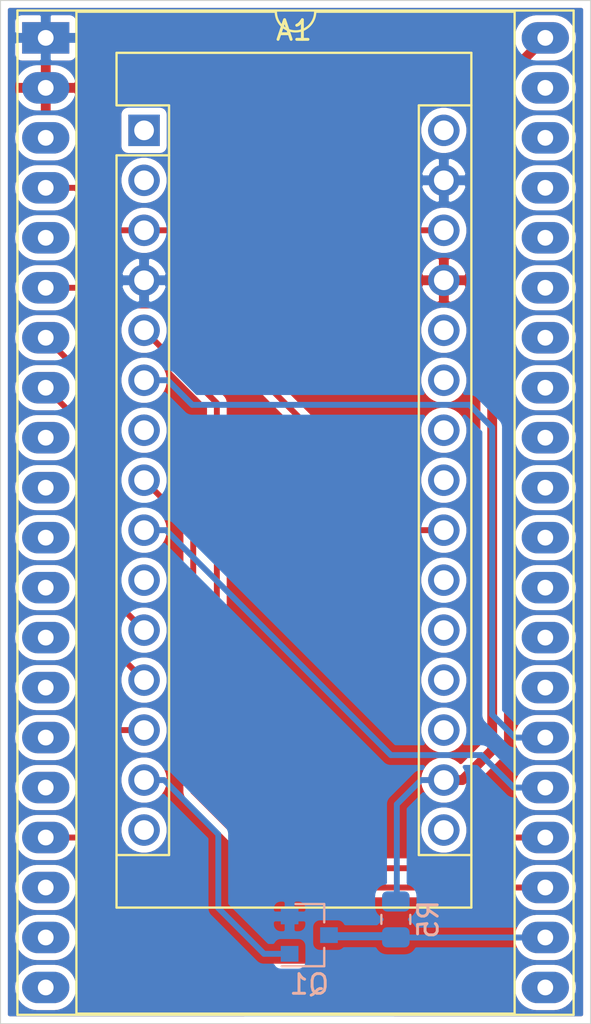
<source format=kicad_pcb>
(kicad_pcb (version 20171130) (host pcbnew 5.99.0+really5.1.12+dfsg1-1)

  (general
    (thickness 1.6)
    (drawings 6)
    (tracks 63)
    (zones 0)
    (modules 4)
    (nets 20)
  )

  (page A4)
  (layers
    (0 F.Cu signal)
    (31 B.Cu signal)
    (32 B.Adhes user)
    (33 F.Adhes user)
    (34 B.Paste user)
    (35 F.Paste user)
    (36 B.SilkS user)
    (37 F.SilkS user)
    (38 B.Mask user)
    (39 F.Mask user)
    (40 Dwgs.User user)
    (41 Cmts.User user)
    (42 Eco1.User user)
    (43 Eco2.User user)
    (44 Edge.Cuts user)
    (45 Margin user)
    (46 B.CrtYd user)
    (47 F.CrtYd user)
    (48 B.Fab user hide)
    (49 F.Fab user hide)
  )

  (setup
    (last_trace_width 0.3)
    (user_trace_width 0.3)
    (user_trace_width 0.5)
    (trace_clearance 0.3)
    (zone_clearance 0.35)
    (zone_45_only no)
    (trace_min 0.2)
    (via_size 0.8)
    (via_drill 0.4)
    (via_min_size 0.4)
    (via_min_drill 0.3)
    (uvia_size 0.3)
    (uvia_drill 0.1)
    (uvias_allowed no)
    (uvia_min_size 0.2)
    (uvia_min_drill 0.1)
    (edge_width 0.05)
    (segment_width 0.2)
    (pcb_text_width 0.3)
    (pcb_text_size 1.5 1.5)
    (mod_edge_width 0.12)
    (mod_text_size 1 1)
    (mod_text_width 0.15)
    (pad_size 1.524 1.524)
    (pad_drill 0.762)
    (pad_to_mask_clearance 0)
    (aux_axis_origin 0 0)
    (visible_elements FFFFFF7F)
    (pcbplotparams
      (layerselection 0x01000_ffffffff)
      (usegerberextensions false)
      (usegerberattributes true)
      (usegerberadvancedattributes true)
      (creategerberjobfile true)
      (excludeedgelayer true)
      (linewidth 0.100000)
      (plotframeref false)
      (viasonmask false)
      (mode 1)
      (useauxorigin false)
      (hpglpennumber 1)
      (hpglpenspeed 20)
      (hpglpendiameter 15.000000)
      (psnegative false)
      (psa4output false)
      (plotreference true)
      (plotvalue true)
      (plotinvisibletext false)
      (padsonsilk false)
      (subtractmaskfromsilk false)
      (outputformat 1)
      (mirror false)
      (drillshape 0)
      (scaleselection 1)
      (outputdirectory "plot"))
  )

  (net 0 "")
  (net 1 GND)
  (net 2 +5V)
  (net 3 +3V3)
  (net 4 /~RESET)
  (net 5 /Y_STEP)
  (net 6 /Y_HOME)
  (net 7 /X_HOME)
  (net 8 /STEPPER_ENABLE)
  (net 9 /EXHAUST_ENABLE)
  (net 10 /LASER_ON)
  (net 11 /LASER_PWM)
  (net 12 /X_DIR)
  (net 13 /X_STEP)
  (net 14 /Y_DIR)
  (net 15 /USB-)
  (net 16 /USB+)
  (net 17 "Net-(A1-Pad15)")
  (net 18 "Net-(A1-Pad14)")
  (net 19 /LASER_ENABLE_2)

  (net_class Default "This is the default net class."
    (clearance 0.3)
    (trace_width 0.3)
    (via_dia 0.8)
    (via_drill 0.4)
    (uvia_dia 0.3)
    (uvia_drill 0.1)
    (add_net +3V3)
    (add_net +5V)
    (add_net /EXHAUST_ENABLE)
    (add_net /LASER_ENABLE_2)
    (add_net /LASER_ON)
    (add_net /LASER_PWM)
    (add_net /STEPPER_ENABLE)
    (add_net /USB+)
    (add_net /USB-)
    (add_net /X_DIR)
    (add_net /X_HOME)
    (add_net /X_STEP)
    (add_net /Y_DIR)
    (add_net /Y_HOME)
    (add_net /Y_STEP)
    (add_net /~RESET)
    (add_net GND)
    (add_net "Net-(A1-Pad14)")
    (add_net "Net-(A1-Pad15)")
  )

  (module Resistor_SMD:R_0805_2012Metric (layer B.Cu) (tedit 5F68FEEE) (tstamp 61A7541E)
    (at 130.1 86.7 90)
    (descr "Resistor SMD 0805 (2012 Metric), square (rectangular) end terminal, IPC_7351 nominal, (Body size source: IPC-SM-782 page 72, https://www.pcb-3d.com/wordpress/wp-content/uploads/ipc-sm-782a_amendment_1_and_2.pdf), generated with kicad-footprint-generator")
    (tags resistor)
    (path /61A847C3)
    (attr smd)
    (fp_text reference R5 (at 0 1.65 270) (layer B.SilkS)
      (effects (font (size 1 1) (thickness 0.15)) (justify mirror))
    )
    (fp_text value 1k (at 0 -1.65 270) (layer B.Fab)
      (effects (font (size 1 1) (thickness 0.15)) (justify mirror))
    )
    (fp_line (start 1.68 -0.95) (end -1.68 -0.95) (layer B.CrtYd) (width 0.05))
    (fp_line (start 1.68 0.95) (end 1.68 -0.95) (layer B.CrtYd) (width 0.05))
    (fp_line (start -1.68 0.95) (end 1.68 0.95) (layer B.CrtYd) (width 0.05))
    (fp_line (start -1.68 -0.95) (end -1.68 0.95) (layer B.CrtYd) (width 0.05))
    (fp_line (start -0.227064 -0.735) (end 0.227064 -0.735) (layer B.SilkS) (width 0.12))
    (fp_line (start -0.227064 0.735) (end 0.227064 0.735) (layer B.SilkS) (width 0.12))
    (fp_line (start 1 -0.625) (end -1 -0.625) (layer B.Fab) (width 0.1))
    (fp_line (start 1 0.625) (end 1 -0.625) (layer B.Fab) (width 0.1))
    (fp_line (start -1 0.625) (end 1 0.625) (layer B.Fab) (width 0.1))
    (fp_line (start -1 -0.625) (end -1 0.625) (layer B.Fab) (width 0.1))
    (fp_text user %R (at 0 0 270) (layer B.Fab)
      (effects (font (size 0.5 0.5) (thickness 0.08)) (justify mirror))
    )
    (pad 2 smd roundrect (at 0.9125 0 90) (size 1.025 1.4) (layers B.Cu B.Paste B.Mask) (roundrect_rratio 0.2439004878048781)
      (net 3 +3V3))
    (pad 1 smd roundrect (at -0.9125 0 90) (size 1.025 1.4) (layers B.Cu B.Paste B.Mask) (roundrect_rratio 0.2439004878048781)
      (net 11 /LASER_PWM))
    (model ${KISYS3DMOD}/Resistor_SMD.3dshapes/R_0805_2012Metric.wrl
      (at (xyz 0 0 0))
      (scale (xyz 1 1 1))
      (rotate (xyz 0 0 0))
    )
  )

  (module Package_TO_SOT_SMD:SOT-23 (layer B.Cu) (tedit 5A02FF57) (tstamp 61A753C9)
    (at 125.7 87.5)
    (descr "SOT-23, Standard")
    (tags SOT-23)
    (path /61A7AFCE)
    (attr smd)
    (fp_text reference Q1 (at 0 2.5) (layer B.SilkS)
      (effects (font (size 1 1) (thickness 0.15)) (justify mirror))
    )
    (fp_text value 2N7002 (at 0 -2.5) (layer B.Fab)
      (effects (font (size 1 1) (thickness 0.15)) (justify mirror))
    )
    (fp_line (start 0.76 -1.58) (end -0.7 -1.58) (layer B.SilkS) (width 0.12))
    (fp_line (start 0.76 1.58) (end -1.4 1.58) (layer B.SilkS) (width 0.12))
    (fp_line (start -1.7 -1.75) (end -1.7 1.75) (layer B.CrtYd) (width 0.05))
    (fp_line (start 1.7 -1.75) (end -1.7 -1.75) (layer B.CrtYd) (width 0.05))
    (fp_line (start 1.7 1.75) (end 1.7 -1.75) (layer B.CrtYd) (width 0.05))
    (fp_line (start -1.7 1.75) (end 1.7 1.75) (layer B.CrtYd) (width 0.05))
    (fp_line (start 0.76 1.58) (end 0.76 0.65) (layer B.SilkS) (width 0.12))
    (fp_line (start 0.76 -1.58) (end 0.76 -0.65) (layer B.SilkS) (width 0.12))
    (fp_line (start -0.7 -1.52) (end 0.7 -1.52) (layer B.Fab) (width 0.1))
    (fp_line (start 0.7 1.52) (end 0.7 -1.52) (layer B.Fab) (width 0.1))
    (fp_line (start -0.7 0.95) (end -0.15 1.52) (layer B.Fab) (width 0.1))
    (fp_line (start -0.15 1.52) (end 0.7 1.52) (layer B.Fab) (width 0.1))
    (fp_line (start -0.7 0.95) (end -0.7 -1.5) (layer B.Fab) (width 0.1))
    (fp_text user %R (at 0 0 -90) (layer B.Fab)
      (effects (font (size 0.5 0.5) (thickness 0.075)) (justify mirror))
    )
    (pad 3 smd rect (at 1 0) (size 0.9 0.8) (layers B.Cu B.Paste B.Mask)
      (net 11 /LASER_PWM))
    (pad 2 smd rect (at -1 -0.95) (size 0.9 0.8) (layers B.Cu B.Paste B.Mask)
      (net 1 GND))
    (pad 1 smd rect (at -1 0.95) (size 0.9 0.8) (layers B.Cu B.Paste B.Mask)
      (net 18 "Net-(A1-Pad14)"))
    (model ${KISYS3DMOD}/Package_TO_SOT_SMD.3dshapes/SOT-23.wrl
      (at (xyz 0 0 0))
      (scale (xyz 1 1 1))
      (rotate (xyz 0 0 0))
    )
  )

  (module Module:Arduino_Nano (layer F.Cu) (tedit 58ACAF70) (tstamp 61A240C6)
    (at 117.3 46.6)
    (descr "Arduino Nano, http://www.mouser.com/pdfdocs/Gravitech_Arduino_Nano3_0.pdf")
    (tags "Arduino Nano")
    (path /61A22618)
    (fp_text reference A1 (at 7.62 -5.08) (layer F.SilkS)
      (effects (font (size 1 1) (thickness 0.15)))
    )
    (fp_text value Arduino_Nano_v3.x (at 8.89 19.05 90) (layer F.Fab)
      (effects (font (size 1 1) (thickness 0.15)))
    )
    (fp_line (start 16.75 42.16) (end -1.53 42.16) (layer F.CrtYd) (width 0.05))
    (fp_line (start 16.75 42.16) (end 16.75 -4.06) (layer F.CrtYd) (width 0.05))
    (fp_line (start -1.53 -4.06) (end -1.53 42.16) (layer F.CrtYd) (width 0.05))
    (fp_line (start -1.53 -4.06) (end 16.75 -4.06) (layer F.CrtYd) (width 0.05))
    (fp_line (start 16.51 -3.81) (end 16.51 39.37) (layer F.Fab) (width 0.1))
    (fp_line (start 0 -3.81) (end 16.51 -3.81) (layer F.Fab) (width 0.1))
    (fp_line (start -1.27 -2.54) (end 0 -3.81) (layer F.Fab) (width 0.1))
    (fp_line (start -1.27 39.37) (end -1.27 -2.54) (layer F.Fab) (width 0.1))
    (fp_line (start 16.51 39.37) (end -1.27 39.37) (layer F.Fab) (width 0.1))
    (fp_line (start 16.64 -3.94) (end -1.4 -3.94) (layer F.SilkS) (width 0.12))
    (fp_line (start 16.64 39.5) (end 16.64 -3.94) (layer F.SilkS) (width 0.12))
    (fp_line (start -1.4 39.5) (end 16.64 39.5) (layer F.SilkS) (width 0.12))
    (fp_line (start 3.81 41.91) (end 3.81 31.75) (layer F.Fab) (width 0.1))
    (fp_line (start 11.43 41.91) (end 3.81 41.91) (layer F.Fab) (width 0.1))
    (fp_line (start 11.43 31.75) (end 11.43 41.91) (layer F.Fab) (width 0.1))
    (fp_line (start 3.81 31.75) (end 11.43 31.75) (layer F.Fab) (width 0.1))
    (fp_line (start 1.27 36.83) (end -1.4 36.83) (layer F.SilkS) (width 0.12))
    (fp_line (start 1.27 1.27) (end 1.27 36.83) (layer F.SilkS) (width 0.12))
    (fp_line (start 1.27 1.27) (end -1.4 1.27) (layer F.SilkS) (width 0.12))
    (fp_line (start 13.97 36.83) (end 16.64 36.83) (layer F.SilkS) (width 0.12))
    (fp_line (start 13.97 -1.27) (end 13.97 36.83) (layer F.SilkS) (width 0.12))
    (fp_line (start 13.97 -1.27) (end 16.64 -1.27) (layer F.SilkS) (width 0.12))
    (fp_line (start -1.4 -3.94) (end -1.4 -1.27) (layer F.SilkS) (width 0.12))
    (fp_line (start -1.4 1.27) (end -1.4 39.5) (layer F.SilkS) (width 0.12))
    (fp_line (start 1.27 -1.27) (end -1.4 -1.27) (layer F.SilkS) (width 0.12))
    (fp_line (start 1.27 1.27) (end 1.27 -1.27) (layer F.SilkS) (width 0.12))
    (fp_text user %R (at 6.35 19.05 90) (layer F.Fab)
      (effects (font (size 1 1) (thickness 0.15)))
    )
    (pad 16 thru_hole oval (at 15.24 35.56) (size 1.6 1.6) (drill 1) (layers *.Cu *.Mask))
    (pad 15 thru_hole oval (at 0 35.56) (size 1.6 1.6) (drill 1) (layers *.Cu *.Mask)
      (net 17 "Net-(A1-Pad15)"))
    (pad 30 thru_hole oval (at 15.24 0) (size 1.6 1.6) (drill 1) (layers *.Cu *.Mask))
    (pad 14 thru_hole oval (at 0 33.02) (size 1.6 1.6) (drill 1) (layers *.Cu *.Mask)
      (net 18 "Net-(A1-Pad14)"))
    (pad 29 thru_hole oval (at 15.24 2.54) (size 1.6 1.6) (drill 1) (layers *.Cu *.Mask)
      (net 1 GND))
    (pad 13 thru_hole oval (at 0 30.48) (size 1.6 1.6) (drill 1) (layers *.Cu *.Mask)
      (net 6 /Y_HOME))
    (pad 28 thru_hole oval (at 15.24 5.08) (size 1.6 1.6) (drill 1) (layers *.Cu *.Mask)
      (net 4 /~RESET))
    (pad 12 thru_hole oval (at 0 27.94) (size 1.6 1.6) (drill 1) (layers *.Cu *.Mask)
      (net 7 /X_HOME))
    (pad 27 thru_hole oval (at 15.24 7.62) (size 1.6 1.6) (drill 1) (layers *.Cu *.Mask)
      (net 2 +5V))
    (pad 11 thru_hole oval (at 0 25.4) (size 1.6 1.6) (drill 1) (layers *.Cu *.Mask)
      (net 8 /STEPPER_ENABLE))
    (pad 26 thru_hole oval (at 15.24 10.16) (size 1.6 1.6) (drill 1) (layers *.Cu *.Mask))
    (pad 10 thru_hole oval (at 0 22.86) (size 1.6 1.6) (drill 1) (layers *.Cu *.Mask))
    (pad 25 thru_hole oval (at 15.24 12.7) (size 1.6 1.6) (drill 1) (layers *.Cu *.Mask))
    (pad 9 thru_hole oval (at 0 20.32) (size 1.6 1.6) (drill 1) (layers *.Cu *.Mask)
      (net 14 /Y_DIR))
    (pad 24 thru_hole oval (at 15.24 15.24) (size 1.6 1.6) (drill 1) (layers *.Cu *.Mask))
    (pad 8 thru_hole oval (at 0 17.78) (size 1.6 1.6) (drill 1) (layers *.Cu *.Mask)
      (net 12 /X_DIR))
    (pad 23 thru_hole oval (at 15.24 17.78) (size 1.6 1.6) (drill 1) (layers *.Cu *.Mask))
    (pad 7 thru_hole oval (at 0 15.24) (size 1.6 1.6) (drill 1) (layers *.Cu *.Mask))
    (pad 22 thru_hole oval (at 15.24 20.32) (size 1.6 1.6) (drill 1) (layers *.Cu *.Mask)
      (net 9 /EXHAUST_ENABLE))
    (pad 6 thru_hole oval (at 0 12.7) (size 1.6 1.6) (drill 1) (layers *.Cu *.Mask)
      (net 5 /Y_STEP))
    (pad 21 thru_hole oval (at 15.24 22.86) (size 1.6 1.6) (drill 1) (layers *.Cu *.Mask))
    (pad 5 thru_hole oval (at 0 10.16) (size 1.6 1.6) (drill 1) (layers *.Cu *.Mask)
      (net 13 /X_STEP))
    (pad 20 thru_hole oval (at 15.24 25.4) (size 1.6 1.6) (drill 1) (layers *.Cu *.Mask))
    (pad 4 thru_hole oval (at 0 7.62) (size 1.6 1.6) (drill 1) (layers *.Cu *.Mask)
      (net 1 GND))
    (pad 19 thru_hole oval (at 15.24 27.94) (size 1.6 1.6) (drill 1) (layers *.Cu *.Mask))
    (pad 3 thru_hole oval (at 0 5.08) (size 1.6 1.6) (drill 1) (layers *.Cu *.Mask)
      (net 4 /~RESET))
    (pad 18 thru_hole oval (at 15.24 30.48) (size 1.6 1.6) (drill 1) (layers *.Cu *.Mask))
    (pad 2 thru_hole oval (at 0 2.54) (size 1.6 1.6) (drill 1) (layers *.Cu *.Mask))
    (pad 17 thru_hole oval (at 15.24 33.02) (size 1.6 1.6) (drill 1) (layers *.Cu *.Mask)
      (net 3 +3V3))
    (pad 1 thru_hole rect (at 0 0) (size 1.6 1.6) (drill 1) (layers *.Cu *.Mask))
    (model ${KISYS3DMOD}/Module.3dshapes/Arduino_Nano_WithMountingHoles.wrl
      (at (xyz 0 0 0))
      (scale (xyz 1 1 1))
      (rotate (xyz 0 0 0))
    )
  )

  (module Package_DIP:DIP-40_W25.4mm_Socket_LongPads locked (layer F.Cu) (tedit 5A02E8C5) (tstamp 61986792)
    (at 112.3 41.9)
    (descr "40-lead though-hole mounted DIP package, row spacing 25.4 mm (1000 mils), Socket, LongPads")
    (tags "THT DIP DIL PDIP 2.54mm 25.4mm 1000mil Socket LongPads")
    (path /6196FB00)
    (fp_text reference U2 (at 12.7 -2.33) (layer F.SilkS) hide
      (effects (font (size 1 1) (thickness 0.15)))
    )
    (fp_text value mbedLPC1768 (at 12.7 50.59) (layer F.Fab)
      (effects (font (size 1 1) (thickness 0.15)))
    )
    (fp_line (start 1.255 -1.27) (end 25.145 -1.27) (layer F.Fab) (width 0.1))
    (fp_line (start 25.145 -1.27) (end 25.145 49.53) (layer F.Fab) (width 0.1))
    (fp_line (start 25.145 49.53) (end 0.255 49.53) (layer F.Fab) (width 0.1))
    (fp_line (start 0.255 49.53) (end 0.255 -0.27) (layer F.Fab) (width 0.1))
    (fp_line (start 0.255 -0.27) (end 1.255 -1.27) (layer F.Fab) (width 0.1))
    (fp_line (start -1.27 -1.33) (end -1.27 49.59) (layer F.Fab) (width 0.1))
    (fp_line (start -1.27 49.59) (end 26.67 49.59) (layer F.Fab) (width 0.1))
    (fp_line (start 26.67 49.59) (end 26.67 -1.33) (layer F.Fab) (width 0.1))
    (fp_line (start 26.67 -1.33) (end -1.27 -1.33) (layer F.Fab) (width 0.1))
    (fp_line (start 11.7 -1.33) (end 1.56 -1.33) (layer F.SilkS) (width 0.12))
    (fp_line (start 1.56 -1.33) (end 1.56 49.59) (layer F.SilkS) (width 0.12))
    (fp_line (start 1.56 49.59) (end 23.84 49.59) (layer F.SilkS) (width 0.12))
    (fp_line (start 23.84 49.59) (end 23.84 -1.33) (layer F.SilkS) (width 0.12))
    (fp_line (start 23.84 -1.33) (end 13.7 -1.33) (layer F.SilkS) (width 0.12))
    (fp_line (start -1.44 -1.39) (end -1.44 49.65) (layer F.SilkS) (width 0.12))
    (fp_line (start -1.44 49.65) (end 26.84 49.65) (layer F.SilkS) (width 0.12))
    (fp_line (start 26.84 49.65) (end 26.84 -1.39) (layer F.SilkS) (width 0.12))
    (fp_line (start 26.84 -1.39) (end -1.44 -1.39) (layer F.SilkS) (width 0.12))
    (fp_line (start -1.55 -1.6) (end -1.55 49.85) (layer F.CrtYd) (width 0.05))
    (fp_line (start -1.55 49.85) (end 26.95 49.85) (layer F.CrtYd) (width 0.05))
    (fp_line (start 26.95 49.85) (end 26.95 -1.6) (layer F.CrtYd) (width 0.05))
    (fp_line (start 26.95 -1.6) (end -1.55 -1.6) (layer F.CrtYd) (width 0.05))
    (fp_text user %R (at 12.7 24.13) (layer F.Fab)
      (effects (font (size 1 1) (thickness 0.15)))
    )
    (fp_arc (start 12.7 -1.33) (end 11.7 -1.33) (angle -180) (layer F.SilkS) (width 0.12))
    (pad 40 thru_hole oval (at 25.4 0) (size 2.4 1.6) (drill 0.8) (layers *.Cu *.Mask)
      (net 3 +3V3))
    (pad 20 thru_hole oval (at 0 48.26) (size 2.4 1.6) (drill 0.8) (layers *.Cu *.Mask))
    (pad 39 thru_hole oval (at 25.4 2.54) (size 2.4 1.6) (drill 0.8) (layers *.Cu *.Mask))
    (pad 19 thru_hole oval (at 0 45.72) (size 2.4 1.6) (drill 0.8) (layers *.Cu *.Mask))
    (pad 38 thru_hole oval (at 25.4 5.08) (size 2.4 1.6) (drill 0.8) (layers *.Cu *.Mask))
    (pad 18 thru_hole oval (at 0 43.18) (size 2.4 1.6) (drill 0.8) (layers *.Cu *.Mask))
    (pad 37 thru_hole oval (at 25.4 7.62) (size 2.4 1.6) (drill 0.8) (layers *.Cu *.Mask))
    (pad 17 thru_hole oval (at 0 40.64) (size 2.4 1.6) (drill 0.8) (layers *.Cu *.Mask)
      (net 6 /Y_HOME))
    (pad 36 thru_hole oval (at 25.4 10.16) (size 2.4 1.6) (drill 0.8) (layers *.Cu *.Mask))
    (pad 16 thru_hole oval (at 0 38.1) (size 2.4 1.6) (drill 0.8) (layers *.Cu *.Mask))
    (pad 35 thru_hole oval (at 25.4 12.7) (size 2.4 1.6) (drill 0.8) (layers *.Cu *.Mask))
    (pad 15 thru_hole oval (at 0 35.56) (size 2.4 1.6) (drill 0.8) (layers *.Cu *.Mask))
    (pad 34 thru_hole oval (at 25.4 15.24) (size 2.4 1.6) (drill 0.8) (layers *.Cu *.Mask))
    (pad 14 thru_hole oval (at 0 33.02) (size 2.4 1.6) (drill 0.8) (layers *.Cu *.Mask))
    (pad 33 thru_hole oval (at 25.4 17.78) (size 2.4 1.6) (drill 0.8) (layers *.Cu *.Mask))
    (pad 13 thru_hole oval (at 0 30.48) (size 2.4 1.6) (drill 0.8) (layers *.Cu *.Mask))
    (pad 32 thru_hole oval (at 25.4 20.32) (size 2.4 1.6) (drill 0.8) (layers *.Cu *.Mask)
      (net 15 /USB-))
    (pad 12 thru_hole oval (at 0 27.94) (size 2.4 1.6) (drill 0.8) (layers *.Cu *.Mask))
    (pad 31 thru_hole oval (at 25.4 22.86) (size 2.4 1.6) (drill 0.8) (layers *.Cu *.Mask)
      (net 16 /USB+))
    (pad 11 thru_hole oval (at 0 25.4) (size 2.4 1.6) (drill 0.8) (layers *.Cu *.Mask))
    (pad 30 thru_hole oval (at 25.4 25.4) (size 2.4 1.6) (drill 0.8) (layers *.Cu *.Mask))
    (pad 10 thru_hole oval (at 0 22.86) (size 2.4 1.6) (drill 0.8) (layers *.Cu *.Mask))
    (pad 29 thru_hole oval (at 25.4 27.94) (size 2.4 1.6) (drill 0.8) (layers *.Cu *.Mask))
    (pad 9 thru_hole oval (at 0 20.32) (size 2.4 1.6) (drill 0.8) (layers *.Cu *.Mask))
    (pad 28 thru_hole oval (at 25.4 30.48) (size 2.4 1.6) (drill 0.8) (layers *.Cu *.Mask))
    (pad 8 thru_hole oval (at 0 17.78) (size 2.4 1.6) (drill 0.8) (layers *.Cu *.Mask)
      (net 7 /X_HOME))
    (pad 27 thru_hole oval (at 25.4 33.02) (size 2.4 1.6) (drill 0.8) (layers *.Cu *.Mask))
    (pad 7 thru_hole oval (at 0 15.24) (size 2.4 1.6) (drill 0.8) (layers *.Cu *.Mask)
      (net 8 /STEPPER_ENABLE))
    (pad 26 thru_hole oval (at 25.4 35.56) (size 2.4 1.6) (drill 0.8) (layers *.Cu *.Mask)
      (net 5 /Y_STEP))
    (pad 6 thru_hole oval (at 0 12.7) (size 2.4 1.6) (drill 0.8) (layers *.Cu *.Mask)
      (net 9 /EXHAUST_ENABLE))
    (pad 25 thru_hole oval (at 25.4 38.1) (size 2.4 1.6) (drill 0.8) (layers *.Cu *.Mask)
      (net 14 /Y_DIR))
    (pad 5 thru_hole oval (at 0 10.16) (size 2.4 1.6) (drill 0.8) (layers *.Cu *.Mask)
      (net 10 /LASER_ON))
    (pad 24 thru_hole oval (at 25.4 40.64) (size 2.4 1.6) (drill 0.8) (layers *.Cu *.Mask)
      (net 13 /X_STEP))
    (pad 4 thru_hole oval (at 0 7.62) (size 2.4 1.6) (drill 0.8) (layers *.Cu *.Mask)
      (net 4 /~RESET))
    (pad 23 thru_hole oval (at 25.4 43.18) (size 2.4 1.6) (drill 0.8) (layers *.Cu *.Mask)
      (net 12 /X_DIR))
    (pad 3 thru_hole oval (at 0 5.08) (size 2.4 1.6) (drill 0.8) (layers *.Cu *.Mask))
    (pad 22 thru_hole oval (at 25.4 45.72) (size 2.4 1.6) (drill 0.8) (layers *.Cu *.Mask)
      (net 11 /LASER_PWM))
    (pad 2 thru_hole oval (at 0 2.54) (size 2.4 1.6) (drill 0.8) (layers *.Cu *.Mask)
      (net 2 +5V))
    (pad 21 thru_hole oval (at 25.4 48.26) (size 2.4 1.6) (drill 0.8) (layers *.Cu *.Mask)
      (net 19 /LASER_ENABLE_2))
    (pad 1 thru_hole rect (at 0 0) (size 2.4 1.6) (drill 0.8) (layers *.Cu *.Mask)
      (net 1 GND))
  )

  (gr_text 1 (at 115.9 42.1) (layer F.Cu) (tstamp 61A249F3)
    (effects (font (size 1.3 1.3) (thickness 0.25)))
  )
  (gr_text "USB ↓" (at 126.2 90.3) (layer F.Cu)
    (effects (font (size 1.3 1.3) (thickness 0.25)))
  )
  (gr_line (start 110 92) (end 110 40) (layer Edge.Cuts) (width 0.05) (tstamp 6198694F))
  (gr_line (start 140 92) (end 110 92) (layer Edge.Cuts) (width 0.05))
  (gr_line (start 140 40) (end 140 92) (layer Edge.Cuts) (width 0.05))
  (gr_line (start 110 40) (end 140 40) (layer Edge.Cuts) (width 0.05))

  (segment (start 135 44.6) (end 137.7 41.9) (width 0.5) (layer F.Cu) (net 3) (status 1000000))
  (segment (start 132.54 79.62) (end 133.48 79.62) (width 0.5) (layer F.Cu) (net 3) (status 1000000))
  (segment (start 133.48 79.62) (end 135 78.1) (width 0.5) (layer F.Cu) (net 3) (status 1000000))
  (segment (start 135 78.1) (end 135 44.6) (width 0.5) (layer F.Cu) (net 3) (status 1000000))
  (segment (start 132.54 79.62) (end 131.38 79.62) (width 0.3) (layer B.Cu) (net 3))
  (segment (start 131.38 79.62) (end 130.15 80.85) (width 0.3) (layer B.Cu) (net 3))
  (segment (start 130.15 85.7375) (end 130.1 85.7875) (width 0.3) (layer B.Cu) (net 3))
  (segment (start 130.15 80.85) (end 130.15 85.7375) (width 0.3) (layer B.Cu) (net 3))
  (segment (start 112.3 49.52) (end 113.82 49.52) (width 0.3) (layer F.Cu) (net 4))
  (segment (start 115.98 51.68) (end 117.3 51.68) (width 0.3) (layer F.Cu) (net 4))
  (segment (start 113.82 49.52) (end 115.98 51.68) (width 0.3) (layer F.Cu) (net 4))
  (segment (start 117.3 51.68) (end 132.54 51.68) (width 0.3) (layer F.Cu) (net 4))
  (segment (start 118.5 59.3) (end 119.7 60.5) (width 0.3) (layer B.Cu) (net 5))
  (segment (start 137.7 77.46) (end 136.16 77.46) (width 0.3) (layer B.Cu) (net 5))
  (segment (start 135 76.3) (end 135 61.7) (width 0.3) (layer B.Cu) (net 5))
  (segment (start 136.16 77.46) (end 135 76.3) (width 0.3) (layer B.Cu) (net 5))
  (segment (start 135 61.7) (end 133.85 60.55) (width 0.3) (layer B.Cu) (net 5))
  (segment (start 119.75 60.55) (end 118.5 59.3) (width 0.3) (layer B.Cu) (net 5))
  (segment (start 133.85 60.55) (end 119.75 60.55) (width 0.3) (layer B.Cu) (net 5))
  (segment (start 118.5 59.3) (end 117.3 59.3) (width 0.3) (layer B.Cu) (net 5))
  (segment (start 115.92 77.08) (end 115.1 77.9) (width 0.3) (layer F.Cu) (net 6))
  (segment (start 117.3 77.08) (end 115.92 77.08) (width 0.3) (layer F.Cu) (net 6))
  (segment (start 115.1 81.4) (end 113.96 82.54) (width 0.3) (layer F.Cu) (net 6))
  (segment (start 115.1 77.9) (end 115.1 81.4) (width 0.3) (layer F.Cu) (net 6))
  (segment (start 113.96 82.54) (end 112.3 82.54) (width 0.3) (layer F.Cu) (net 6))
  (segment (start 112.3 59.68) (end 114.9 62.28) (width 0.3) (layer F.Cu) (net 7))
  (segment (start 114.9 72.14) (end 117.3 74.54) (width 0.3) (layer F.Cu) (net 7))
  (segment (start 114.9 62.28) (end 114.9 72.14) (width 0.3) (layer F.Cu) (net 7))
  (segment (start 112.3 57.14) (end 115.7 60.54) (width 0.3) (layer F.Cu) (net 8))
  (segment (start 115.7 70.4) (end 117.3 72) (width 0.3) (layer F.Cu) (net 8))
  (segment (start 115.7 60.54) (end 115.7 70.4) (width 0.3) (layer F.Cu) (net 8))
  (segment (start 114.8 54.6) (end 115.7 55.5) (width 0.3) (layer F.Cu) (net 9))
  (segment (start 112.3 54.6) (end 114.8 54.6) (width 0.3) (layer F.Cu) (net 9))
  (segment (start 115.7 55.5) (end 119.5 55.5) (width 0.3) (layer F.Cu) (net 9))
  (segment (start 130.92 66.92) (end 132.54 66.92) (width 0.3) (layer F.Cu) (net 9))
  (segment (start 119.5 55.5) (end 130.92 66.92) (width 0.3) (layer F.Cu) (net 9))
  (segment (start 127.0125 87.6125) (end 126.7 87.3) (width 0.3) (layer B.Cu) (net 11))
  (segment (start 130.1 87.6125) (end 127.0125 87.6125) (width 0.3) (layer B.Cu) (net 11))
  (segment (start 130.1075 87.62) (end 130.1 87.6125) (width 0.3) (layer B.Cu) (net 11))
  (segment (start 137.7 87.62) (end 130.1075 87.62) (width 0.3) (layer B.Cu) (net 11))
  (segment (start 129.9875 87.5) (end 130.1 87.6125) (width 0.3) (layer B.Cu) (net 11))
  (segment (start 126.7 87.5) (end 129.9875 87.5) (width 0.3) (layer B.Cu) (net 11))
  (segment (start 119.8 66.88) (end 117.3 64.38) (width 0.3) (layer F.Cu) (net 12))
  (segment (start 119.8 80.2) (end 119.8 66.88) (width 0.3) (layer F.Cu) (net 12))
  (segment (start 124.68 85.08) (end 119.8 80.2) (width 0.3) (layer F.Cu) (net 12))
  (segment (start 137.7 85.08) (end 124.68 85.08) (width 0.3) (layer F.Cu) (net 12))
  (segment (start 117.3 56.76) (end 121 60.46) (width 0.3) (layer F.Cu) (net 13))
  (segment (start 121 60.46) (end 121 79.5) (width 0.3) (layer F.Cu) (net 13))
  (segment (start 121 79.5) (end 125.6 84.1) (width 0.3) (layer F.Cu) (net 13))
  (segment (start 125.6 84.1) (end 133.9 84.1) (width 0.3) (layer F.Cu) (net 13))
  (segment (start 135.46 82.54) (end 137.7 82.54) (width 0.3) (layer F.Cu) (net 13))
  (segment (start 133.9 84.1) (end 135.46 82.54) (width 0.3) (layer F.Cu) (net 13))
  (segment (start 137.7 80) (end 137.4 80) (width 0.3) (layer F.Cu) (net 14))
  (segment (start 129.85 78.35) (end 118.42 66.92) (width 0.3) (layer B.Cu) (net 14))
  (segment (start 134.45 78.35) (end 129.85 78.35) (width 0.3) (layer B.Cu) (net 14))
  (segment (start 136.1 80) (end 134.45 78.35) (width 0.3) (layer B.Cu) (net 14))
  (segment (start 118.42 66.92) (end 117.3 66.92) (width 0.3) (layer B.Cu) (net 14))
  (segment (start 137.7 80) (end 136.1 80) (width 0.3) (layer B.Cu) (net 14))
  (segment (start 117.3 79.62) (end 118.32 79.62) (width 0.3) (layer B.Cu) (net 18))
  (segment (start 124.7 88.45) (end 123.4 88.45) (width 0.3) (layer B.Cu) (net 18))
  (segment (start 121.075 86.125) (end 121.075 82.375) (width 0.3) (layer B.Cu) (net 18))
  (segment (start 123.4 88.45) (end 121.075 86.125) (width 0.3) (layer B.Cu) (net 18))
  (segment (start 118.32 79.62) (end 121.075 82.375) (width 0.3) (layer B.Cu) (net 18))

  (zone (net 2) (net_name +5V) (layer F.Cu) (tstamp 61A24CC9) (hatch edge 0.508)
    (connect_pads (clearance 0.35))
    (min_thickness 0.2)
    (fill yes (arc_segments 32) (thermal_gap 0.35) (thermal_bridge_width 0.5) (smoothing chamfer))
    (polygon
      (pts
        (xy 140 92) (xy 110 92) (xy 110 40) (xy 140 40)
      )
    )
    (filled_polygon
      (pts
        (xy 139.525001 91.525) (xy 130.025 91.525) (xy 130.025 90.16) (xy 136.043952 90.16) (xy 136.068087 90.405043)
        (xy 136.139563 90.640669) (xy 136.255634 90.857823) (xy 136.41184 91.04816) (xy 136.602177 91.204366) (xy 136.819331 91.320437)
        (xy 137.054957 91.391913) (xy 137.238595 91.41) (xy 138.161405 91.41) (xy 138.345043 91.391913) (xy 138.580669 91.320437)
        (xy 138.797823 91.204366) (xy 138.98816 91.04816) (xy 139.144366 90.857823) (xy 139.260437 90.640669) (xy 139.331913 90.405043)
        (xy 139.356048 90.16) (xy 139.331913 89.914957) (xy 139.260437 89.679331) (xy 139.144366 89.462177) (xy 138.98816 89.27184)
        (xy 138.797823 89.115634) (xy 138.580669 88.999563) (xy 138.345043 88.928087) (xy 138.161405 88.91) (xy 137.238595 88.91)
        (xy 137.054957 88.928087) (xy 136.819331 88.999563) (xy 136.602177 89.115634) (xy 136.41184 89.27184) (xy 136.255634 89.462177)
        (xy 136.139563 89.679331) (xy 136.068087 89.914957) (xy 136.043952 90.16) (xy 130.025 90.16) (xy 130.025 88.8515)
        (xy 122.375 88.8515) (xy 122.375 91.525) (xy 110.475 91.525) (xy 110.475 90.16) (xy 110.643952 90.16)
        (xy 110.668087 90.405043) (xy 110.739563 90.640669) (xy 110.855634 90.857823) (xy 111.01184 91.04816) (xy 111.202177 91.204366)
        (xy 111.419331 91.320437) (xy 111.654957 91.391913) (xy 111.838595 91.41) (xy 112.761405 91.41) (xy 112.945043 91.391913)
        (xy 113.180669 91.320437) (xy 113.397823 91.204366) (xy 113.58816 91.04816) (xy 113.744366 90.857823) (xy 113.860437 90.640669)
        (xy 113.931913 90.405043) (xy 113.956048 90.16) (xy 113.931913 89.914957) (xy 113.860437 89.679331) (xy 113.744366 89.462177)
        (xy 113.58816 89.27184) (xy 113.397823 89.115634) (xy 113.180669 88.999563) (xy 112.945043 88.928087) (xy 112.761405 88.91)
        (xy 111.838595 88.91) (xy 111.654957 88.928087) (xy 111.419331 88.999563) (xy 111.202177 89.115634) (xy 111.01184 89.27184)
        (xy 110.855634 89.462177) (xy 110.739563 89.679331) (xy 110.668087 89.914957) (xy 110.643952 90.16) (xy 110.475 90.16)
        (xy 110.475 87.62) (xy 110.643952 87.62) (xy 110.668087 87.865043) (xy 110.739563 88.100669) (xy 110.855634 88.317823)
        (xy 111.01184 88.50816) (xy 111.202177 88.664366) (xy 111.419331 88.780437) (xy 111.654957 88.851913) (xy 111.838595 88.87)
        (xy 112.761405 88.87) (xy 112.945043 88.851913) (xy 113.180669 88.780437) (xy 113.397823 88.664366) (xy 113.58816 88.50816)
        (xy 113.744366 88.317823) (xy 113.860437 88.100669) (xy 113.931913 87.865043) (xy 113.956048 87.62) (xy 136.043952 87.62)
        (xy 136.068087 87.865043) (xy 136.139563 88.100669) (xy 136.255634 88.317823) (xy 136.41184 88.50816) (xy 136.602177 88.664366)
        (xy 136.819331 88.780437) (xy 137.054957 88.851913) (xy 137.238595 88.87) (xy 138.161405 88.87) (xy 138.345043 88.851913)
        (xy 138.580669 88.780437) (xy 138.797823 88.664366) (xy 138.98816 88.50816) (xy 139.144366 88.317823) (xy 139.260437 88.100669)
        (xy 139.331913 87.865043) (xy 139.356048 87.62) (xy 139.331913 87.374957) (xy 139.260437 87.139331) (xy 139.144366 86.922177)
        (xy 138.98816 86.73184) (xy 138.797823 86.575634) (xy 138.580669 86.459563) (xy 138.345043 86.388087) (xy 138.161405 86.37)
        (xy 137.238595 86.37) (xy 137.054957 86.388087) (xy 136.819331 86.459563) (xy 136.602177 86.575634) (xy 136.41184 86.73184)
        (xy 136.255634 86.922177) (xy 136.139563 87.139331) (xy 136.068087 87.374957) (xy 136.043952 87.62) (xy 113.956048 87.62)
        (xy 113.931913 87.374957) (xy 113.860437 87.139331) (xy 113.744366 86.922177) (xy 113.58816 86.73184) (xy 113.397823 86.575634)
        (xy 113.180669 86.459563) (xy 112.945043 86.388087) (xy 112.761405 86.37) (xy 111.838595 86.37) (xy 111.654957 86.388087)
        (xy 111.419331 86.459563) (xy 111.202177 86.575634) (xy 111.01184 86.73184) (xy 110.855634 86.922177) (xy 110.739563 87.139331)
        (xy 110.668087 87.374957) (xy 110.643952 87.62) (xy 110.475 87.62) (xy 110.475 85.08) (xy 110.643952 85.08)
        (xy 110.668087 85.325043) (xy 110.739563 85.560669) (xy 110.855634 85.777823) (xy 111.01184 85.96816) (xy 111.202177 86.124366)
        (xy 111.419331 86.240437) (xy 111.654957 86.311913) (xy 111.838595 86.33) (xy 112.761405 86.33) (xy 112.945043 86.311913)
        (xy 113.180669 86.240437) (xy 113.397823 86.124366) (xy 113.58816 85.96816) (xy 113.744366 85.777823) (xy 113.860437 85.560669)
        (xy 113.931913 85.325043) (xy 113.956048 85.08) (xy 113.931913 84.834957) (xy 113.860437 84.599331) (xy 113.744366 84.382177)
        (xy 113.58816 84.19184) (xy 113.397823 84.035634) (xy 113.180669 83.919563) (xy 112.945043 83.848087) (xy 112.761405 83.83)
        (xy 111.838595 83.83) (xy 111.654957 83.848087) (xy 111.419331 83.919563) (xy 111.202177 84.035634) (xy 111.01184 84.19184)
        (xy 110.855634 84.382177) (xy 110.739563 84.599331) (xy 110.668087 84.834957) (xy 110.643952 85.08) (xy 110.475 85.08)
        (xy 110.475 82.54) (xy 110.643952 82.54) (xy 110.668087 82.785043) (xy 110.739563 83.020669) (xy 110.855634 83.237823)
        (xy 111.01184 83.42816) (xy 111.202177 83.584366) (xy 111.419331 83.700437) (xy 111.654957 83.771913) (xy 111.838595 83.79)
        (xy 112.761405 83.79) (xy 112.945043 83.771913) (xy 113.180669 83.700437) (xy 113.397823 83.584366) (xy 113.58816 83.42816)
        (xy 113.744366 83.237823) (xy 113.796653 83.14) (xy 113.930526 83.14) (xy 113.96 83.142903) (xy 113.989474 83.14)
        (xy 114.077621 83.131318) (xy 114.190721 83.09701) (xy 114.294955 83.041296) (xy 114.386317 82.966317) (xy 114.405113 82.943414)
        (xy 115.311642 82.036886) (xy 116.05 82.036886) (xy 116.05 82.283114) (xy 116.098037 82.524611) (xy 116.192265 82.752097)
        (xy 116.329062 82.956828) (xy 116.503172 83.130938) (xy 116.707903 83.267735) (xy 116.935389 83.361963) (xy 117.176886 83.41)
        (xy 117.423114 83.41) (xy 117.664611 83.361963) (xy 117.892097 83.267735) (xy 118.096828 83.130938) (xy 118.270938 82.956828)
        (xy 118.407735 82.752097) (xy 118.501963 82.524611) (xy 118.55 82.283114) (xy 118.55 82.036886) (xy 118.501963 81.795389)
        (xy 118.407735 81.567903) (xy 118.270938 81.363172) (xy 118.096828 81.189062) (xy 117.892097 81.052265) (xy 117.664611 80.958037)
        (xy 117.423114 80.91) (xy 117.176886 80.91) (xy 116.935389 80.958037) (xy 116.707903 81.052265) (xy 116.503172 81.189062)
        (xy 116.329062 81.363172) (xy 116.192265 81.567903) (xy 116.098037 81.795389) (xy 116.05 82.036886) (xy 115.311642 82.036886)
        (xy 115.503425 81.845104) (xy 115.526317 81.826317) (xy 115.601296 81.734955) (xy 115.65701 81.630721) (xy 115.691318 81.517621)
        (xy 115.7 81.429474) (xy 115.7 81.429467) (xy 115.702902 81.400001) (xy 115.7 81.370535) (xy 115.7 79.496886)
        (xy 116.05 79.496886) (xy 116.05 79.743114) (xy 116.098037 79.984611) (xy 116.192265 80.212097) (xy 116.329062 80.416828)
        (xy 116.503172 80.590938) (xy 116.707903 80.727735) (xy 116.935389 80.821963) (xy 117.176886 80.87) (xy 117.423114 80.87)
        (xy 117.664611 80.821963) (xy 117.892097 80.727735) (xy 118.096828 80.590938) (xy 118.270938 80.416828) (xy 118.407735 80.212097)
        (xy 118.501963 79.984611) (xy 118.55 79.743114) (xy 118.55 79.496886) (xy 118.501963 79.255389) (xy 118.407735 79.027903)
        (xy 118.270938 78.823172) (xy 118.096828 78.649062) (xy 117.892097 78.512265) (xy 117.664611 78.418037) (xy 117.423114 78.37)
        (xy 117.176886 78.37) (xy 116.935389 78.418037) (xy 116.707903 78.512265) (xy 116.503172 78.649062) (xy 116.329062 78.823172)
        (xy 116.192265 79.027903) (xy 116.098037 79.255389) (xy 116.05 79.496886) (xy 115.7 79.496886) (xy 115.7 78.148527)
        (xy 116.168528 77.68) (xy 116.197546 77.68) (xy 116.329062 77.876828) (xy 116.503172 78.050938) (xy 116.707903 78.187735)
        (xy 116.935389 78.281963) (xy 117.176886 78.33) (xy 117.423114 78.33) (xy 117.664611 78.281963) (xy 117.892097 78.187735)
        (xy 118.096828 78.050938) (xy 118.270938 77.876828) (xy 118.407735 77.672097) (xy 118.501963 77.444611) (xy 118.55 77.203114)
        (xy 118.55 76.956886) (xy 118.501963 76.715389) (xy 118.407735 76.487903) (xy 118.270938 76.283172) (xy 118.096828 76.109062)
        (xy 117.892097 75.972265) (xy 117.664611 75.878037) (xy 117.423114 75.83) (xy 117.176886 75.83) (xy 116.935389 75.878037)
        (xy 116.707903 75.972265) (xy 116.503172 76.109062) (xy 116.329062 76.283172) (xy 116.197546 76.48) (xy 115.949473 76.48)
        (xy 115.919999 76.477097) (xy 115.810288 76.487903) (xy 115.802379 76.488682) (xy 115.689279 76.52299) (xy 115.585045 76.578704)
        (xy 115.493683 76.653683) (xy 115.474891 76.676581) (xy 114.696586 77.454887) (xy 114.673683 77.473683) (xy 114.598704 77.565046)
        (xy 114.54299 77.66928) (xy 114.532142 77.705043) (xy 114.508682 77.78238) (xy 114.497097 77.9) (xy 114.5 77.929474)
        (xy 114.500001 81.15147) (xy 113.766983 81.88449) (xy 113.744366 81.842177) (xy 113.58816 81.65184) (xy 113.397823 81.495634)
        (xy 113.180669 81.379563) (xy 112.945043 81.308087) (xy 112.761405 81.29) (xy 111.838595 81.29) (xy 111.654957 81.308087)
        (xy 111.419331 81.379563) (xy 111.202177 81.495634) (xy 111.01184 81.65184) (xy 110.855634 81.842177) (xy 110.739563 82.059331)
        (xy 110.668087 82.294957) (xy 110.643952 82.54) (xy 110.475 82.54) (xy 110.475 80) (xy 110.643952 80)
        (xy 110.668087 80.245043) (xy 110.739563 80.480669) (xy 110.855634 80.697823) (xy 111.01184 80.88816) (xy 111.202177 81.044366)
        (xy 111.419331 81.160437) (xy 111.654957 81.231913) (xy 111.838595 81.25) (xy 112.761405 81.25) (xy 112.945043 81.231913)
        (xy 113.180669 81.160437) (xy 113.397823 81.044366) (xy 113.58816 80.88816) (xy 113.744366 80.697823) (xy 113.860437 80.480669)
        (xy 113.931913 80.245043) (xy 113.956048 80) (xy 113.931913 79.754957) (xy 113.860437 79.519331) (xy 113.744366 79.302177)
        (xy 113.58816 79.11184) (xy 113.397823 78.955634) (xy 113.180669 78.839563) (xy 112.945043 78.768087) (xy 112.761405 78.75)
        (xy 111.838595 78.75) (xy 111.654957 78.768087) (xy 111.419331 78.839563) (xy 111.202177 78.955634) (xy 111.01184 79.11184)
        (xy 110.855634 79.302177) (xy 110.739563 79.519331) (xy 110.668087 79.754957) (xy 110.643952 80) (xy 110.475 80)
        (xy 110.475 77.46) (xy 110.643952 77.46) (xy 110.668087 77.705043) (xy 110.739563 77.940669) (xy 110.855634 78.157823)
        (xy 111.01184 78.34816) (xy 111.202177 78.504366) (xy 111.419331 78.620437) (xy 111.654957 78.691913) (xy 111.838595 78.71)
        (xy 112.761405 78.71) (xy 112.945043 78.691913) (xy 113.180669 78.620437) (xy 113.397823 78.504366) (xy 113.58816 78.34816)
        (xy 113.744366 78.157823) (xy 113.860437 77.940669) (xy 113.931913 77.705043) (xy 113.956048 77.46) (xy 113.931913 77.214957)
        (xy 113.860437 76.979331) (xy 113.744366 76.762177) (xy 113.58816 76.57184) (xy 113.397823 76.415634) (xy 113.180669 76.299563)
        (xy 112.945043 76.228087) (xy 112.761405 76.21) (xy 111.838595 76.21) (xy 111.654957 76.228087) (xy 111.419331 76.299563)
        (xy 111.202177 76.415634) (xy 111.01184 76.57184) (xy 110.855634 76.762177) (xy 110.739563 76.979331) (xy 110.668087 77.214957)
        (xy 110.643952 77.46) (xy 110.475 77.46) (xy 110.475 74.92) (xy 110.643952 74.92) (xy 110.668087 75.165043)
        (xy 110.739563 75.400669) (xy 110.855634 75.617823) (xy 111.01184 75.80816) (xy 111.202177 75.964366) (xy 111.419331 76.080437)
        (xy 111.654957 76.151913) (xy 111.838595 76.17) (xy 112.761405 76.17) (xy 112.945043 76.151913) (xy 113.180669 76.080437)
        (xy 113.397823 75.964366) (xy 113.58816 75.80816) (xy 113.744366 75.617823) (xy 113.860437 75.400669) (xy 113.931913 75.165043)
        (xy 113.956048 74.92) (xy 113.931913 74.674957) (xy 113.860437 74.439331) (xy 113.744366 74.222177) (xy 113.58816 74.03184)
        (xy 113.397823 73.875634) (xy 113.180669 73.759563) (xy 112.945043 73.688087) (xy 112.761405 73.67) (xy 111.838595 73.67)
        (xy 111.654957 73.688087) (xy 111.419331 73.759563) (xy 111.202177 73.875634) (xy 111.01184 74.03184) (xy 110.855634 74.222177)
        (xy 110.739563 74.439331) (xy 110.668087 74.674957) (xy 110.643952 74.92) (xy 110.475 74.92) (xy 110.475 72.38)
        (xy 110.643952 72.38) (xy 110.668087 72.625043) (xy 110.739563 72.860669) (xy 110.855634 73.077823) (xy 111.01184 73.26816)
        (xy 111.202177 73.424366) (xy 111.419331 73.540437) (xy 111.654957 73.611913) (xy 111.838595 73.63) (xy 112.761405 73.63)
        (xy 112.945043 73.611913) (xy 113.180669 73.540437) (xy 113.397823 73.424366) (xy 113.58816 73.26816) (xy 113.744366 73.077823)
        (xy 113.860437 72.860669) (xy 113.931913 72.625043) (xy 113.956048 72.38) (xy 113.931913 72.134957) (xy 113.860437 71.899331)
        (xy 113.744366 71.682177) (xy 113.58816 71.49184) (xy 113.397823 71.335634) (xy 113.180669 71.219563) (xy 112.945043 71.148087)
        (xy 112.761405 71.13) (xy 111.838595 71.13) (xy 111.654957 71.148087) (xy 111.419331 71.219563) (xy 111.202177 71.335634)
        (xy 111.01184 71.49184) (xy 110.855634 71.682177) (xy 110.739563 71.899331) (xy 110.668087 72.134957) (xy 110.643952 72.38)
        (xy 110.475 72.38) (xy 110.475 69.84) (xy 110.643952 69.84) (xy 110.668087 70.085043) (xy 110.739563 70.320669)
        (xy 110.855634 70.537823) (xy 111.01184 70.72816) (xy 111.202177 70.884366) (xy 111.419331 71.000437) (xy 111.654957 71.071913)
        (xy 111.838595 71.09) (xy 112.761405 71.09) (xy 112.945043 71.071913) (xy 113.180669 71.000437) (xy 113.397823 70.884366)
        (xy 113.58816 70.72816) (xy 113.744366 70.537823) (xy 113.860437 70.320669) (xy 113.931913 70.085043) (xy 113.956048 69.84)
        (xy 113.931913 69.594957) (xy 113.860437 69.359331) (xy 113.744366 69.142177) (xy 113.58816 68.95184) (xy 113.397823 68.795634)
        (xy 113.180669 68.679563) (xy 112.945043 68.608087) (xy 112.761405 68.59) (xy 111.838595 68.59) (xy 111.654957 68.608087)
        (xy 111.419331 68.679563) (xy 111.202177 68.795634) (xy 111.01184 68.95184) (xy 110.855634 69.142177) (xy 110.739563 69.359331)
        (xy 110.668087 69.594957) (xy 110.643952 69.84) (xy 110.475 69.84) (xy 110.475 67.3) (xy 110.643952 67.3)
        (xy 110.668087 67.545043) (xy 110.739563 67.780669) (xy 110.855634 67.997823) (xy 111.01184 68.18816) (xy 111.202177 68.344366)
        (xy 111.419331 68.460437) (xy 111.654957 68.531913) (xy 111.838595 68.55) (xy 112.761405 68.55) (xy 112.945043 68.531913)
        (xy 113.180669 68.460437) (xy 113.397823 68.344366) (xy 113.58816 68.18816) (xy 113.744366 67.997823) (xy 113.860437 67.780669)
        (xy 113.931913 67.545043) (xy 113.956048 67.3) (xy 113.931913 67.054957) (xy 113.860437 66.819331) (xy 113.744366 66.602177)
        (xy 113.58816 66.41184) (xy 113.397823 66.255634) (xy 113.180669 66.139563) (xy 112.945043 66.068087) (xy 112.761405 66.05)
        (xy 111.838595 66.05) (xy 111.654957 66.068087) (xy 111.419331 66.139563) (xy 111.202177 66.255634) (xy 111.01184 66.41184)
        (xy 110.855634 66.602177) (xy 110.739563 66.819331) (xy 110.668087 67.054957) (xy 110.643952 67.3) (xy 110.475 67.3)
        (xy 110.475 64.76) (xy 110.643952 64.76) (xy 110.668087 65.005043) (xy 110.739563 65.240669) (xy 110.855634 65.457823)
        (xy 111.01184 65.64816) (xy 111.202177 65.804366) (xy 111.419331 65.920437) (xy 111.654957 65.991913) (xy 111.838595 66.01)
        (xy 112.761405 66.01) (xy 112.945043 65.991913) (xy 113.180669 65.920437) (xy 113.397823 65.804366) (xy 113.58816 65.64816)
        (xy 113.744366 65.457823) (xy 113.860437 65.240669) (xy 113.931913 65.005043) (xy 113.956048 64.76) (xy 113.931913 64.514957)
        (xy 113.860437 64.279331) (xy 113.744366 64.062177) (xy 113.58816 63.87184) (xy 113.397823 63.715634) (xy 113.180669 63.599563)
        (xy 112.945043 63.528087) (xy 112.761405 63.51) (xy 111.838595 63.51) (xy 111.654957 63.528087) (xy 111.419331 63.599563)
        (xy 111.202177 63.715634) (xy 111.01184 63.87184) (xy 110.855634 64.062177) (xy 110.739563 64.279331) (xy 110.668087 64.514957)
        (xy 110.643952 64.76) (xy 110.475 64.76) (xy 110.475 54.6) (xy 110.643952 54.6) (xy 110.668087 54.845043)
        (xy 110.739563 55.080669) (xy 110.855634 55.297823) (xy 111.01184 55.48816) (xy 111.202177 55.644366) (xy 111.419331 55.760437)
        (xy 111.654957 55.831913) (xy 111.838595 55.85) (xy 112.761405 55.85) (xy 112.945043 55.831913) (xy 113.180669 55.760437)
        (xy 113.397823 55.644366) (xy 113.58816 55.48816) (xy 113.744366 55.297823) (xy 113.796653 55.2) (xy 114.551473 55.2)
        (xy 115.254891 55.903419) (xy 115.273683 55.926317) (xy 115.365045 56.001296) (xy 115.469279 56.05701) (xy 115.582379 56.091318)
        (xy 115.699999 56.102903) (xy 115.729473 56.1) (xy 116.237636 56.1) (xy 116.192265 56.167903) (xy 116.098037 56.395389)
        (xy 116.05 56.636886) (xy 116.05 56.883114) (xy 116.098037 57.124611) (xy 116.192265 57.352097) (xy 116.329062 57.556828)
        (xy 116.503172 57.730938) (xy 116.707903 57.867735) (xy 116.935389 57.961963) (xy 117.176886 58.01) (xy 117.423114 58.01)
        (xy 117.65529 57.963817) (xy 117.877827 58.186354) (xy 117.664611 58.098037) (xy 117.423114 58.05) (xy 117.176886 58.05)
        (xy 116.935389 58.098037) (xy 116.707903 58.192265) (xy 116.503172 58.329062) (xy 116.329062 58.503172) (xy 116.192265 58.707903)
        (xy 116.098037 58.935389) (xy 116.05 59.176886) (xy 116.05 59.423114) (xy 116.098037 59.664611) (xy 116.192265 59.892097)
        (xy 116.329062 60.096828) (xy 116.503172 60.270938) (xy 116.707903 60.407735) (xy 116.935389 60.501963) (xy 117.176886 60.55)
        (xy 117.423114 60.55) (xy 117.664611 60.501963) (xy 117.892097 60.407735) (xy 118.096828 60.270938) (xy 118.270938 60.096828)
        (xy 118.407735 59.892097) (xy 118.501963 59.664611) (xy 118.55 59.423114) (xy 118.55 59.176886) (xy 118.501963 58.935389)
        (xy 118.413646 58.722173) (xy 120.4 60.708528) (xy 120.4 66.850526) (xy 120.391318 66.762379) (xy 120.35701 66.649279)
        (xy 120.301296 66.545045) (xy 120.226317 66.453683) (xy 120.203419 66.434891) (xy 118.503817 64.73529) (xy 118.55 64.503114)
        (xy 118.55 64.256886) (xy 118.501963 64.015389) (xy 118.407735 63.787903) (xy 118.270938 63.583172) (xy 118.096828 63.409062)
        (xy 117.892097 63.272265) (xy 117.664611 63.178037) (xy 117.423114 63.13) (xy 117.176886 63.13) (xy 116.935389 63.178037)
        (xy 116.707903 63.272265) (xy 116.503172 63.409062) (xy 116.329062 63.583172) (xy 116.3 63.626666) (xy 116.3 62.593334)
        (xy 116.329062 62.636828) (xy 116.503172 62.810938) (xy 116.707903 62.947735) (xy 116.935389 63.041963) (xy 117.176886 63.09)
        (xy 117.423114 63.09) (xy 117.664611 63.041963) (xy 117.892097 62.947735) (xy 118.096828 62.810938) (xy 118.270938 62.636828)
        (xy 118.407735 62.432097) (xy 118.501963 62.204611) (xy 118.55 61.963114) (xy 118.55 61.716886) (xy 118.501963 61.475389)
        (xy 118.407735 61.247903) (xy 118.270938 61.043172) (xy 118.096828 60.869062) (xy 117.892097 60.732265) (xy 117.664611 60.638037)
        (xy 117.423114 60.59) (xy 117.176886 60.59) (xy 116.935389 60.638037) (xy 116.707903 60.732265) (xy 116.503172 60.869062)
        (xy 116.329062 61.043172) (xy 116.3 61.086666) (xy 116.3 60.569473) (xy 116.302903 60.539999) (xy 116.291318 60.422379)
        (xy 116.277802 60.377823) (xy 116.25701 60.309279) (xy 116.201296 60.205045) (xy 116.126317 60.113683) (xy 116.10342 60.094892)
        (xy 113.77989 57.771362) (xy 113.860437 57.620669) (xy 113.931913 57.385043) (xy 113.956048 57.14) (xy 113.931913 56.894957)
        (xy 113.860437 56.659331) (xy 113.744366 56.442177) (xy 113.58816 56.25184) (xy 113.397823 56.095634) (xy 113.180669 55.979563)
        (xy 112.945043 55.908087) (xy 112.761405 55.89) (xy 111.838595 55.89) (xy 111.654957 55.908087) (xy 111.419331 55.979563)
        (xy 111.202177 56.095634) (xy 111.01184 56.25184) (xy 110.855634 56.442177) (xy 110.739563 56.659331) (xy 110.668087 56.894957)
        (xy 110.643952 57.14) (xy 110.668087 57.385043) (xy 110.739563 57.620669) (xy 110.855634 57.837823) (xy 111.01184 58.02816)
        (xy 111.202177 58.184366) (xy 111.419331 58.300437) (xy 111.654957 58.371913) (xy 111.838595 58.39) (xy 112.701473 58.39)
        (xy 112.741473 58.43) (xy 111.838595 58.43) (xy 111.654957 58.448087) (xy 111.419331 58.519563) (xy 111.202177 58.635634)
        (xy 111.01184 58.79184) (xy 110.855634 58.982177) (xy 110.739563 59.199331) (xy 110.668087 59.434957) (xy 110.643952 59.68)
        (xy 110.668087 59.925043) (xy 110.739563 60.160669) (xy 110.855634 60.377823) (xy 111.01184 60.56816) (xy 111.202177 60.724366)
        (xy 111.419331 60.840437) (xy 111.654957 60.911913) (xy 111.838595 60.93) (xy 112.701473 60.93) (xy 112.741473 60.97)
        (xy 111.838595 60.97) (xy 111.654957 60.988087) (xy 111.419331 61.059563) (xy 111.202177 61.175634) (xy 111.01184 61.33184)
        (xy 110.855634 61.522177) (xy 110.739563 61.739331) (xy 110.668087 61.974957) (xy 110.643952 62.22) (xy 110.668087 62.465043)
        (xy 110.739563 62.700669) (xy 110.855634 62.917823) (xy 111.01184 63.10816) (xy 111.202177 63.264366) (xy 111.419331 63.380437)
        (xy 111.654957 63.451913) (xy 111.838595 63.47) (xy 112.761405 63.47) (xy 112.945043 63.451913) (xy 113.180669 63.380437)
        (xy 113.397823 63.264366) (xy 113.58816 63.10816) (xy 113.744366 62.917823) (xy 113.860437 62.700669) (xy 113.931913 62.465043)
        (xy 113.956048 62.22) (xy 113.952178 62.180706) (xy 114.3 62.528528) (xy 114.300001 72.110516) (xy 114.297097 72.14)
        (xy 114.308682 72.25762) (xy 114.332141 72.334954) (xy 114.342991 72.370721) (xy 114.398705 72.474955) (xy 114.473684 72.566317)
        (xy 114.496582 72.585109) (xy 116.096183 74.184711) (xy 116.05 74.416886) (xy 116.05 74.663114) (xy 116.098037 74.904611)
        (xy 116.192265 75.132097) (xy 116.329062 75.336828) (xy 116.503172 75.510938) (xy 116.707903 75.647735) (xy 116.935389 75.741963)
        (xy 117.176886 75.79) (xy 117.423114 75.79) (xy 117.664611 75.741963) (xy 117.892097 75.647735) (xy 118.096828 75.510938)
        (xy 118.270938 75.336828) (xy 118.407735 75.132097) (xy 118.501963 74.904611) (xy 118.55 74.663114) (xy 118.55 74.416886)
        (xy 118.501963 74.175389) (xy 118.407735 73.947903) (xy 118.270938 73.743172) (xy 118.096828 73.569062) (xy 117.892097 73.432265)
        (xy 117.664611 73.338037) (xy 117.423114 73.29) (xy 117.176886 73.29) (xy 116.944711 73.336183) (xy 116.722174 73.113646)
        (xy 116.935389 73.201963) (xy 117.176886 73.25) (xy 117.423114 73.25) (xy 117.664611 73.201963) (xy 117.892097 73.107735)
        (xy 118.096828 72.970938) (xy 118.270938 72.796828) (xy 118.407735 72.592097) (xy 118.501963 72.364611) (xy 118.55 72.123114)
        (xy 118.55 71.876886) (xy 118.501963 71.635389) (xy 118.407735 71.407903) (xy 118.270938 71.203172) (xy 118.096828 71.029062)
        (xy 117.892097 70.892265) (xy 117.664611 70.798037) (xy 117.423114 70.75) (xy 117.176886 70.75) (xy 116.94471 70.796183)
        (xy 116.722173 70.573646) (xy 116.935389 70.661963) (xy 117.176886 70.71) (xy 117.423114 70.71) (xy 117.664611 70.661963)
        (xy 117.892097 70.567735) (xy 118.096828 70.430938) (xy 118.270938 70.256828) (xy 118.407735 70.052097) (xy 118.501963 69.824611)
        (xy 118.55 69.583114) (xy 118.55 69.336886) (xy 118.501963 69.095389) (xy 118.407735 68.867903) (xy 118.270938 68.663172)
        (xy 118.096828 68.489062) (xy 117.892097 68.352265) (xy 117.664611 68.258037) (xy 117.423114 68.21) (xy 117.176886 68.21)
        (xy 116.935389 68.258037) (xy 116.707903 68.352265) (xy 116.503172 68.489062) (xy 116.329062 68.663172) (xy 116.3 68.706666)
        (xy 116.3 67.673334) (xy 116.329062 67.716828) (xy 116.503172 67.890938) (xy 116.707903 68.027735) (xy 116.935389 68.121963)
        (xy 117.176886 68.17) (xy 117.423114 68.17) (xy 117.664611 68.121963) (xy 117.892097 68.027735) (xy 118.096828 67.890938)
        (xy 118.270938 67.716828) (xy 118.407735 67.512097) (xy 118.501963 67.284611) (xy 118.55 67.043114) (xy 118.55 66.796886)
        (xy 118.501963 66.555389) (xy 118.413646 66.342174) (xy 119.200001 67.128529) (xy 119.2 80.170526) (xy 119.197097 80.2)
        (xy 119.2 80.229473) (xy 119.208682 80.31762) (xy 119.24299 80.43072) (xy 119.298704 80.534954) (xy 119.373683 80.626317)
        (xy 119.396586 80.645113) (xy 124.234891 85.483419) (xy 124.253683 85.506317) (xy 124.345045 85.581296) (xy 124.449279 85.63701)
        (xy 124.562379 85.671318) (xy 124.679999 85.682903) (xy 124.709473 85.68) (xy 136.203347 85.68) (xy 136.255634 85.777823)
        (xy 136.41184 85.96816) (xy 136.602177 86.124366) (xy 136.819331 86.240437) (xy 137.054957 86.311913) (xy 137.238595 86.33)
        (xy 138.161405 86.33) (xy 138.345043 86.311913) (xy 138.580669 86.240437) (xy 138.797823 86.124366) (xy 138.98816 85.96816)
        (xy 139.144366 85.777823) (xy 139.260437 85.560669) (xy 139.331913 85.325043) (xy 139.356048 85.08) (xy 139.331913 84.834957)
        (xy 139.260437 84.599331) (xy 139.144366 84.382177) (xy 138.98816 84.19184) (xy 138.797823 84.035634) (xy 138.580669 83.919563)
        (xy 138.345043 83.848087) (xy 138.161405 83.83) (xy 137.238595 83.83) (xy 137.054957 83.848087) (xy 136.819331 83.919563)
        (xy 136.602177 84.035634) (xy 136.41184 84.19184) (xy 136.255634 84.382177) (xy 136.203347 84.48) (xy 134.368527 84.48)
        (xy 135.708528 83.14) (xy 136.203347 83.14) (xy 136.255634 83.237823) (xy 136.41184 83.42816) (xy 136.602177 83.584366)
        (xy 136.819331 83.700437) (xy 137.054957 83.771913) (xy 137.238595 83.79) (xy 138.161405 83.79) (xy 138.345043 83.771913)
        (xy 138.580669 83.700437) (xy 138.797823 83.584366) (xy 138.98816 83.42816) (xy 139.144366 83.237823) (xy 139.260437 83.020669)
        (xy 139.331913 82.785043) (xy 139.356048 82.54) (xy 139.331913 82.294957) (xy 139.260437 82.059331) (xy 139.144366 81.842177)
        (xy 138.98816 81.65184) (xy 138.797823 81.495634) (xy 138.580669 81.379563) (xy 138.345043 81.308087) (xy 138.161405 81.29)
        (xy 137.238595 81.29) (xy 137.054957 81.308087) (xy 136.819331 81.379563) (xy 136.602177 81.495634) (xy 136.41184 81.65184)
        (xy 136.255634 81.842177) (xy 136.203347 81.94) (xy 135.489473 81.94) (xy 135.459999 81.937097) (xy 135.342379 81.948682)
        (xy 135.229279 81.98299) (xy 135.125045 82.038704) (xy 135.033683 82.113683) (xy 135.014894 82.136578) (xy 133.651473 83.5)
        (xy 125.848529 83.5) (xy 124.385415 82.036886) (xy 131.29 82.036886) (xy 131.29 82.283114) (xy 131.338037 82.524611)
        (xy 131.432265 82.752097) (xy 131.569062 82.956828) (xy 131.743172 83.130938) (xy 131.947903 83.267735) (xy 132.175389 83.361963)
        (xy 132.416886 83.41) (xy 132.663114 83.41) (xy 132.904611 83.361963) (xy 133.132097 83.267735) (xy 133.336828 83.130938)
        (xy 133.510938 82.956828) (xy 133.647735 82.752097) (xy 133.741963 82.524611) (xy 133.79 82.283114) (xy 133.79 82.036886)
        (xy 133.741963 81.795389) (xy 133.647735 81.567903) (xy 133.510938 81.363172) (xy 133.336828 81.189062) (xy 133.132097 81.052265)
        (xy 132.904611 80.958037) (xy 132.663114 80.91) (xy 132.416886 80.91) (xy 132.175389 80.958037) (xy 131.947903 81.052265)
        (xy 131.743172 81.189062) (xy 131.569062 81.363172) (xy 131.432265 81.567903) (xy 131.338037 81.795389) (xy 131.29 82.036886)
        (xy 124.385415 82.036886) (xy 121.845414 79.496886) (xy 131.29 79.496886) (xy 131.29 79.743114) (xy 131.338037 79.984611)
        (xy 131.432265 80.212097) (xy 131.569062 80.416828) (xy 131.743172 80.590938) (xy 131.947903 80.727735) (xy 132.175389 80.821963)
        (xy 132.416886 80.87) (xy 132.663114 80.87) (xy 132.904611 80.821963) (xy 133.132097 80.727735) (xy 133.336828 80.590938)
        (xy 133.510938 80.416828) (xy 133.579951 80.313543) (xy 133.617224 80.309872) (xy 133.749175 80.269845) (xy 133.870781 80.204845)
        (xy 133.97737 80.11737) (xy 133.999296 80.090653) (xy 134.089949 80) (xy 136.043952 80) (xy 136.068087 80.245043)
        (xy 136.139563 80.480669) (xy 136.255634 80.697823) (xy 136.41184 80.88816) (xy 136.602177 81.044366) (xy 136.819331 81.160437)
        (xy 137.054957 81.231913) (xy 137.238595 81.25) (xy 138.161405 81.25) (xy 138.345043 81.231913) (xy 138.580669 81.160437)
        (xy 138.797823 81.044366) (xy 138.98816 80.88816) (xy 139.144366 80.697823) (xy 139.260437 80.480669) (xy 139.331913 80.245043)
        (xy 139.356048 80) (xy 139.331913 79.754957) (xy 139.260437 79.519331) (xy 139.144366 79.302177) (xy 138.98816 79.11184)
        (xy 138.797823 78.955634) (xy 138.580669 78.839563) (xy 138.345043 78.768087) (xy 138.161405 78.75) (xy 137.238595 78.75)
        (xy 137.054957 78.768087) (xy 136.819331 78.839563) (xy 136.602177 78.955634) (xy 136.41184 79.11184) (xy 136.255634 79.302177)
        (xy 136.139563 79.519331) (xy 136.068087 79.754957) (xy 136.043952 80) (xy 134.089949 80) (xy 135.470663 78.619287)
        (xy 135.497369 78.59737) (xy 135.519287 78.570663) (xy 135.519292 78.570658) (xy 135.584845 78.490781) (xy 135.649845 78.369175)
        (xy 135.689872 78.237224) (xy 135.703387 78.1) (xy 135.7 78.06561) (xy 135.7 77.46) (xy 136.043952 77.46)
        (xy 136.068087 77.705043) (xy 136.139563 77.940669) (xy 136.255634 78.157823) (xy 136.41184 78.34816) (xy 136.602177 78.504366)
        (xy 136.819331 78.620437) (xy 137.054957 78.691913) (xy 137.238595 78.71) (xy 138.161405 78.71) (xy 138.345043 78.691913)
        (xy 138.580669 78.620437) (xy 138.797823 78.504366) (xy 138.98816 78.34816) (xy 139.144366 78.157823) (xy 139.260437 77.940669)
        (xy 139.331913 77.705043) (xy 139.356048 77.46) (xy 139.331913 77.214957) (xy 139.260437 76.979331) (xy 139.144366 76.762177)
        (xy 138.98816 76.57184) (xy 138.797823 76.415634) (xy 138.580669 76.299563) (xy 138.345043 76.228087) (xy 138.161405 76.21)
        (xy 137.238595 76.21) (xy 137.054957 76.228087) (xy 136.819331 76.299563) (xy 136.602177 76.415634) (xy 136.41184 76.57184)
        (xy 136.255634 76.762177) (xy 136.139563 76.979331) (xy 136.068087 77.214957) (xy 136.043952 77.46) (xy 135.7 77.46)
        (xy 135.7 74.92) (xy 136.043952 74.92) (xy 136.068087 75.165043) (xy 136.139563 75.400669) (xy 136.255634 75.617823)
        (xy 136.41184 75.80816) (xy 136.602177 75.964366) (xy 136.819331 76.080437) (xy 137.054957 76.151913) (xy 137.238595 76.17)
        (xy 138.161405 76.17) (xy 138.345043 76.151913) (xy 138.580669 76.080437) (xy 138.797823 75.964366) (xy 138.98816 75.80816)
        (xy 139.144366 75.617823) (xy 139.260437 75.400669) (xy 139.331913 75.165043) (xy 139.356048 74.92) (xy 139.331913 74.674957)
        (xy 139.260437 74.439331) (xy 139.144366 74.222177) (xy 138.98816 74.03184) (xy 138.797823 73.875634) (xy 138.580669 73.759563)
        (xy 138.345043 73.688087) (xy 138.161405 73.67) (xy 137.238595 73.67) (xy 137.054957 73.688087) (xy 136.819331 73.759563)
        (xy 136.602177 73.875634) (xy 136.41184 74.03184) (xy 136.255634 74.222177) (xy 136.139563 74.439331) (xy 136.068087 74.674957)
        (xy 136.043952 74.92) (xy 135.7 74.92) (xy 135.7 72.38) (xy 136.043952 72.38) (xy 136.068087 72.625043)
        (xy 136.139563 72.860669) (xy 136.255634 73.077823) (xy 136.41184 73.26816) (xy 136.602177 73.424366) (xy 136.819331 73.540437)
        (xy 137.054957 73.611913) (xy 137.238595 73.63) (xy 138.161405 73.63) (xy 138.345043 73.611913) (xy 138.580669 73.540437)
        (xy 138.797823 73.424366) (xy 138.98816 73.26816) (xy 139.144366 73.077823) (xy 139.260437 72.860669) (xy 139.331913 72.625043)
        (xy 139.356048 72.38) (xy 139.331913 72.134957) (xy 139.260437 71.899331) (xy 139.144366 71.682177) (xy 138.98816 71.49184)
        (xy 138.797823 71.335634) (xy 138.580669 71.219563) (xy 138.345043 71.148087) (xy 138.161405 71.13) (xy 137.238595 71.13)
        (xy 137.054957 71.148087) (xy 136.819331 71.219563) (xy 136.602177 71.335634) (xy 136.41184 71.49184) (xy 136.255634 71.682177)
        (xy 136.139563 71.899331) (xy 136.068087 72.134957) (xy 136.043952 72.38) (xy 135.7 72.38) (xy 135.7 69.84)
        (xy 136.043952 69.84) (xy 136.068087 70.085043) (xy 136.139563 70.320669) (xy 136.255634 70.537823) (xy 136.41184 70.72816)
        (xy 136.602177 70.884366) (xy 136.819331 71.000437) (xy 137.054957 71.071913) (xy 137.238595 71.09) (xy 138.161405 71.09)
        (xy 138.345043 71.071913) (xy 138.580669 71.000437) (xy 138.797823 70.884366) (xy 138.98816 70.72816) (xy 139.144366 70.537823)
        (xy 139.260437 70.320669) (xy 139.331913 70.085043) (xy 139.356048 69.84) (xy 139.331913 69.594957) (xy 139.260437 69.359331)
        (xy 139.144366 69.142177) (xy 138.98816 68.95184) (xy 138.797823 68.795634) (xy 138.580669 68.679563) (xy 138.345043 68.608087)
        (xy 138.161405 68.59) (xy 137.238595 68.59) (xy 137.054957 68.608087) (xy 136.819331 68.679563) (xy 136.602177 68.795634)
        (xy 136.41184 68.95184) (xy 136.255634 69.142177) (xy 136.139563 69.359331) (xy 136.068087 69.594957) (xy 136.043952 69.84)
        (xy 135.7 69.84) (xy 135.7 67.3) (xy 136.043952 67.3) (xy 136.068087 67.545043) (xy 136.139563 67.780669)
        (xy 136.255634 67.997823) (xy 136.41184 68.18816) (xy 136.602177 68.344366) (xy 136.819331 68.460437) (xy 137.054957 68.531913)
        (xy 137.238595 68.55) (xy 138.161405 68.55) (xy 138.345043 68.531913) (xy 138.580669 68.460437) (xy 138.797823 68.344366)
        (xy 138.98816 68.18816) (xy 139.144366 67.997823) (xy 139.260437 67.780669) (xy 139.331913 67.545043) (xy 139.356048 67.3)
        (xy 139.331913 67.054957) (xy 139.260437 66.819331) (xy 139.144366 66.602177) (xy 138.98816 66.41184) (xy 138.797823 66.255634)
        (xy 138.580669 66.139563) (xy 138.345043 66.068087) (xy 138.161405 66.05) (xy 137.238595 66.05) (xy 137.054957 66.068087)
        (xy 136.819331 66.139563) (xy 136.602177 66.255634) (xy 136.41184 66.41184) (xy 136.255634 66.602177) (xy 136.139563 66.819331)
        (xy 136.068087 67.054957) (xy 136.043952 67.3) (xy 135.7 67.3) (xy 135.7 64.76) (xy 136.043952 64.76)
        (xy 136.068087 65.005043) (xy 136.139563 65.240669) (xy 136.255634 65.457823) (xy 136.41184 65.64816) (xy 136.602177 65.804366)
        (xy 136.819331 65.920437) (xy 137.054957 65.991913) (xy 137.238595 66.01) (xy 138.161405 66.01) (xy 138.345043 65.991913)
        (xy 138.580669 65.920437) (xy 138.797823 65.804366) (xy 138.98816 65.64816) (xy 139.144366 65.457823) (xy 139.260437 65.240669)
        (xy 139.331913 65.005043) (xy 139.356048 64.76) (xy 139.331913 64.514957) (xy 139.260437 64.279331) (xy 139.144366 64.062177)
        (xy 138.98816 63.87184) (xy 138.797823 63.715634) (xy 138.580669 63.599563) (xy 138.345043 63.528087) (xy 138.161405 63.51)
        (xy 137.238595 63.51) (xy 137.054957 63.528087) (xy 136.819331 63.599563) (xy 136.602177 63.715634) (xy 136.41184 63.87184)
        (xy 136.255634 64.062177) (xy 136.139563 64.279331) (xy 136.068087 64.514957) (xy 136.043952 64.76) (xy 135.7 64.76)
        (xy 135.7 62.22) (xy 136.043952 62.22) (xy 136.068087 62.465043) (xy 136.139563 62.700669) (xy 136.255634 62.917823)
        (xy 136.41184 63.10816) (xy 136.602177 63.264366) (xy 136.819331 63.380437) (xy 137.054957 63.451913) (xy 137.238595 63.47)
        (xy 138.161405 63.47) (xy 138.345043 63.451913) (xy 138.580669 63.380437) (xy 138.797823 63.264366) (xy 138.98816 63.10816)
        (xy 139.144366 62.917823) (xy 139.260437 62.700669) (xy 139.331913 62.465043) (xy 139.356048 62.22) (xy 139.331913 61.974957)
        (xy 139.260437 61.739331) (xy 139.144366 61.522177) (xy 138.98816 61.33184) (xy 138.797823 61.175634) (xy 138.580669 61.059563)
        (xy 138.345043 60.988087) (xy 138.161405 60.97) (xy 137.238595 60.97) (xy 137.054957 60.988087) (xy 136.819331 61.059563)
        (xy 136.602177 61.175634) (xy 136.41184 61.33184) (xy 136.255634 61.522177) (xy 136.139563 61.739331) (xy 136.068087 61.974957)
        (xy 136.043952 62.22) (xy 135.7 62.22) (xy 135.7 59.68) (xy 136.043952 59.68) (xy 136.068087 59.925043)
        (xy 136.139563 60.160669) (xy 136.255634 60.377823) (xy 136.41184 60.56816) (xy 136.602177 60.724366) (xy 136.819331 60.840437)
        (xy 137.054957 60.911913) (xy 137.238595 60.93) (xy 138.161405 60.93) (xy 138.345043 60.911913) (xy 138.580669 60.840437)
        (xy 138.797823 60.724366) (xy 138.98816 60.56816) (xy 139.144366 60.377823) (xy 139.260437 60.160669) (xy 139.331913 59.925043)
        (xy 139.356048 59.68) (xy 139.331913 59.434957) (xy 139.260437 59.199331) (xy 139.144366 58.982177) (xy 138.98816 58.79184)
        (xy 138.797823 58.635634) (xy 138.580669 58.519563) (xy 138.345043 58.448087) (xy 138.161405 58.43) (xy 137.238595 58.43)
        (xy 137.054957 58.448087) (xy 136.819331 58.519563) (xy 136.602177 58.635634) (xy 136.41184 58.79184) (xy 136.255634 58.982177)
        (xy 136.139563 59.199331) (xy 136.068087 59.434957) (xy 136.043952 59.68) (xy 135.7 59.68) (xy 135.7 57.14)
        (xy 136.043952 57.14) (xy 136.068087 57.385043) (xy 136.139563 57.620669) (xy 136.255634 57.837823) (xy 136.41184 58.02816)
        (xy 136.602177 58.184366) (xy 136.819331 58.300437) (xy 137.054957 58.371913) (xy 137.238595 58.39) (xy 138.161405 58.39)
        (xy 138.345043 58.371913) (xy 138.580669 58.300437) (xy 138.797823 58.184366) (xy 138.98816 58.02816) (xy 139.144366 57.837823)
        (xy 139.260437 57.620669) (xy 139.331913 57.385043) (xy 139.356048 57.14) (xy 139.331913 56.894957) (xy 139.260437 56.659331)
        (xy 139.144366 56.442177) (xy 138.98816 56.25184) (xy 138.797823 56.095634) (xy 138.580669 55.979563) (xy 138.345043 55.908087)
        (xy 138.161405 55.89) (xy 137.238595 55.89) (xy 137.054957 55.908087) (xy 136.819331 55.979563) (xy 136.602177 56.095634)
        (xy 136.41184 56.25184) (xy 136.255634 56.442177) (xy 136.139563 56.659331) (xy 136.068087 56.894957) (xy 136.043952 57.14)
        (xy 135.7 57.14) (xy 135.7 54.6) (xy 136.043952 54.6) (xy 136.068087 54.845043) (xy 136.139563 55.080669)
        (xy 136.255634 55.297823) (xy 136.41184 55.48816) (xy 136.602177 55.644366) (xy 136.819331 55.760437) (xy 137.054957 55.831913)
        (xy 137.238595 55.85) (xy 138.161405 55.85) (xy 138.345043 55.831913) (xy 138.580669 55.760437) (xy 138.797823 55.644366)
        (xy 138.98816 55.48816) (xy 139.144366 55.297823) (xy 139.260437 55.080669) (xy 139.331913 54.845043) (xy 139.356048 54.6)
        (xy 139.331913 54.354957) (xy 139.260437 54.119331) (xy 139.144366 53.902177) (xy 138.98816 53.71184) (xy 138.797823 53.555634)
        (xy 138.580669 53.439563) (xy 138.345043 53.368087) (xy 138.161405 53.35) (xy 137.238595 53.35) (xy 137.054957 53.368087)
        (xy 136.819331 53.439563) (xy 136.602177 53.555634) (xy 136.41184 53.71184) (xy 136.255634 53.902177) (xy 136.139563 54.119331)
        (xy 136.068087 54.354957) (xy 136.043952 54.6) (xy 135.7 54.6) (xy 135.7 52.06) (xy 136.043952 52.06)
        (xy 136.068087 52.305043) (xy 136.139563 52.540669) (xy 136.255634 52.757823) (xy 136.41184 52.94816) (xy 136.602177 53.104366)
        (xy 136.819331 53.220437) (xy 137.054957 53.291913) (xy 137.238595 53.31) (xy 138.161405 53.31) (xy 138.345043 53.291913)
        (xy 138.580669 53.220437) (xy 138.797823 53.104366) (xy 138.98816 52.94816) (xy 139.144366 52.757823) (xy 139.260437 52.540669)
        (xy 139.331913 52.305043) (xy 139.356048 52.06) (xy 139.331913 51.814957) (xy 139.260437 51.579331) (xy 139.144366 51.362177)
        (xy 138.98816 51.17184) (xy 138.797823 51.015634) (xy 138.580669 50.899563) (xy 138.345043 50.828087) (xy 138.161405 50.81)
        (xy 137.238595 50.81) (xy 137.054957 50.828087) (xy 136.819331 50.899563) (xy 136.602177 51.015634) (xy 136.41184 51.17184)
        (xy 136.255634 51.362177) (xy 136.139563 51.579331) (xy 136.068087 51.814957) (xy 136.043952 52.06) (xy 135.7 52.06)
        (xy 135.7 49.52) (xy 136.043952 49.52) (xy 136.068087 49.765043) (xy 136.139563 50.000669) (xy 136.255634 50.217823)
        (xy 136.41184 50.40816) (xy 136.602177 50.564366) (xy 136.819331 50.680437) (xy 137.054957 50.751913) (xy 137.238595 50.77)
        (xy 138.161405 50.77) (xy 138.345043 50.751913) (xy 138.580669 50.680437) (xy 138.797823 50.564366) (xy 138.98816 50.40816)
        (xy 139.144366 50.217823) (xy 139.260437 50.000669) (xy 139.331913 49.765043) (xy 139.356048 49.52) (xy 139.331913 49.274957)
        (xy 139.260437 49.039331) (xy 139.144366 48.822177) (xy 138.98816 48.63184) (xy 138.797823 48.475634) (xy 138.580669 48.359563)
        (xy 138.345043 48.288087) (xy 138.161405 48.27) (xy 137.238595 48.27) (xy 137.054957 48.288087) (xy 136.819331 48.359563)
        (xy 136.602177 48.475634) (xy 136.41184 48.63184) (xy 136.255634 48.822177) (xy 136.139563 49.039331) (xy 136.068087 49.274957)
        (xy 136.043952 49.52) (xy 135.7 49.52) (xy 135.7 46.98) (xy 136.043952 46.98) (xy 136.068087 47.225043)
        (xy 136.139563 47.460669) (xy 136.255634 47.677823) (xy 136.41184 47.86816) (xy 136.602177 48.024366) (xy 136.819331 48.140437)
        (xy 137.054957 48.211913) (xy 137.238595 48.23) (xy 138.161405 48.23) (xy 138.345043 48.211913) (xy 138.580669 48.140437)
        (xy 138.797823 48.024366) (xy 138.98816 47.86816) (xy 139.144366 47.677823) (xy 139.260437 47.460669) (xy 139.331913 47.225043)
        (xy 139.356048 46.98) (xy 139.331913 46.734957) (xy 139.260437 46.499331) (xy 139.144366 46.282177) (xy 138.98816 46.09184)
        (xy 138.797823 45.935634) (xy 138.580669 45.819563) (xy 138.345043 45.748087) (xy 138.161405 45.73) (xy 137.238595 45.73)
        (xy 137.054957 45.748087) (xy 136.819331 45.819563) (xy 136.602177 45.935634) (xy 136.41184 46.09184) (xy 136.255634 46.282177)
        (xy 136.139563 46.499331) (xy 136.068087 46.734957) (xy 136.043952 46.98) (xy 135.7 46.98) (xy 135.7 44.889949)
        (xy 136.053456 44.536493) (xy 136.068087 44.685043) (xy 136.139563 44.920669) (xy 136.255634 45.137823) (xy 136.41184 45.32816)
        (xy 136.602177 45.484366) (xy 136.819331 45.600437) (xy 137.054957 45.671913) (xy 137.238595 45.69) (xy 138.161405 45.69)
        (xy 138.345043 45.671913) (xy 138.580669 45.600437) (xy 138.797823 45.484366) (xy 138.98816 45.32816) (xy 139.144366 45.137823)
        (xy 139.260437 44.920669) (xy 139.331913 44.685043) (xy 139.356048 44.44) (xy 139.331913 44.194957) (xy 139.260437 43.959331)
        (xy 139.144366 43.742177) (xy 138.98816 43.55184) (xy 138.797823 43.395634) (xy 138.580669 43.279563) (xy 138.345043 43.208087)
        (xy 138.161405 43.19) (xy 137.39995 43.19) (xy 137.43995 43.15) (xy 138.161405 43.15) (xy 138.345043 43.131913)
        (xy 138.580669 43.060437) (xy 138.797823 42.944366) (xy 138.98816 42.78816) (xy 139.144366 42.597823) (xy 139.260437 42.380669)
        (xy 139.331913 42.145043) (xy 139.356048 41.9) (xy 139.331913 41.654957) (xy 139.260437 41.419331) (xy 139.144366 41.202177)
        (xy 138.98816 41.01184) (xy 138.797823 40.855634) (xy 138.580669 40.739563) (xy 138.345043 40.668087) (xy 138.161405 40.65)
        (xy 137.238595 40.65) (xy 137.054957 40.668087) (xy 136.819331 40.739563) (xy 136.602177 40.855634) (xy 136.41184 41.01184)
        (xy 136.255634 41.202177) (xy 136.139563 41.419331) (xy 136.068087 41.654957) (xy 136.043952 41.9) (xy 136.068087 42.145043)
        (xy 136.139563 42.380669) (xy 136.170849 42.439201) (xy 134.529342 44.080709) (xy 134.502631 44.10263) (xy 134.48071 44.129341)
        (xy 134.480708 44.129343) (xy 134.415155 44.209219) (xy 134.350155 44.330826) (xy 134.310129 44.462777) (xy 134.296613 44.6)
        (xy 134.300001 44.634397) (xy 134.3 77.81005) (xy 133.398908 78.711142) (xy 133.336828 78.649062) (xy 133.132097 78.512265)
        (xy 132.904611 78.418037) (xy 132.663114 78.37) (xy 132.416886 78.37) (xy 132.175389 78.418037) (xy 131.947903 78.512265)
        (xy 131.743172 78.649062) (xy 131.569062 78.823172) (xy 131.432265 79.027903) (xy 131.338037 79.255389) (xy 131.29 79.496886)
        (xy 121.845414 79.496886) (xy 121.6 79.251473) (xy 121.6 76.956886) (xy 131.29 76.956886) (xy 131.29 77.203114)
        (xy 131.338037 77.444611) (xy 131.432265 77.672097) (xy 131.569062 77.876828) (xy 131.743172 78.050938) (xy 131.947903 78.187735)
        (xy 132.175389 78.281963) (xy 132.416886 78.33) (xy 132.663114 78.33) (xy 132.904611 78.281963) (xy 133.132097 78.187735)
        (xy 133.336828 78.050938) (xy 133.510938 77.876828) (xy 133.647735 77.672097) (xy 133.741963 77.444611) (xy 133.79 77.203114)
        (xy 133.79 76.956886) (xy 133.741963 76.715389) (xy 133.647735 76.487903) (xy 133.510938 76.283172) (xy 133.336828 76.109062)
        (xy 133.132097 75.972265) (xy 132.904611 75.878037) (xy 132.663114 75.83) (xy 132.416886 75.83) (xy 132.175389 75.878037)
        (xy 131.947903 75.972265) (xy 131.743172 76.109062) (xy 131.569062 76.283172) (xy 131.432265 76.487903) (xy 131.338037 76.715389)
        (xy 131.29 76.956886) (xy 121.6 76.956886) (xy 121.6 74.416886) (xy 131.29 74.416886) (xy 131.29 74.663114)
        (xy 131.338037 74.904611) (xy 131.432265 75.132097) (xy 131.569062 75.336828) (xy 131.743172 75.510938) (xy 131.947903 75.647735)
        (xy 132.175389 75.741963) (xy 132.416886 75.79) (xy 132.663114 75.79) (xy 132.904611 75.741963) (xy 133.132097 75.647735)
        (xy 133.336828 75.510938) (xy 133.510938 75.336828) (xy 133.647735 75.132097) (xy 133.741963 74.904611) (xy 133.79 74.663114)
        (xy 133.79 74.416886) (xy 133.741963 74.175389) (xy 133.647735 73.947903) (xy 133.510938 73.743172) (xy 133.336828 73.569062)
        (xy 133.132097 73.432265) (xy 132.904611 73.338037) (xy 132.663114 73.29) (xy 132.416886 73.29) (xy 132.175389 73.338037)
        (xy 131.947903 73.432265) (xy 131.743172 73.569062) (xy 131.569062 73.743172) (xy 131.432265 73.947903) (xy 131.338037 74.175389)
        (xy 131.29 74.416886) (xy 121.6 74.416886) (xy 121.6 71.876886) (xy 131.29 71.876886) (xy 131.29 72.123114)
        (xy 131.338037 72.364611) (xy 131.432265 72.592097) (xy 131.569062 72.796828) (xy 131.743172 72.970938) (xy 131.947903 73.107735)
        (xy 132.175389 73.201963) (xy 132.416886 73.25) (xy 132.663114 73.25) (xy 132.904611 73.201963) (xy 133.132097 73.107735)
        (xy 133.336828 72.970938) (xy 133.510938 72.796828) (xy 133.647735 72.592097) (xy 133.741963 72.364611) (xy 133.79 72.123114)
        (xy 133.79 71.876886) (xy 133.741963 71.635389) (xy 133.647735 71.407903) (xy 133.510938 71.203172) (xy 133.336828 71.029062)
        (xy 133.132097 70.892265) (xy 132.904611 70.798037) (xy 132.663114 70.75) (xy 132.416886 70.75) (xy 132.175389 70.798037)
        (xy 131.947903 70.892265) (xy 131.743172 71.029062) (xy 131.569062 71.203172) (xy 131.432265 71.407903) (xy 131.338037 71.635389)
        (xy 131.29 71.876886) (xy 121.6 71.876886) (xy 121.6 69.336886) (xy 131.29 69.336886) (xy 131.29 69.583114)
        (xy 131.338037 69.824611) (xy 131.432265 70.052097) (xy 131.569062 70.256828) (xy 131.743172 70.430938) (xy 131.947903 70.567735)
        (xy 132.175389 70.661963) (xy 132.416886 70.71) (xy 132.663114 70.71) (xy 132.904611 70.661963) (xy 133.132097 70.567735)
        (xy 133.336828 70.430938) (xy 133.510938 70.256828) (xy 133.647735 70.052097) (xy 133.741963 69.824611) (xy 133.79 69.583114)
        (xy 133.79 69.336886) (xy 133.741963 69.095389) (xy 133.647735 68.867903) (xy 133.510938 68.663172) (xy 133.336828 68.489062)
        (xy 133.132097 68.352265) (xy 132.904611 68.258037) (xy 132.663114 68.21) (xy 132.416886 68.21) (xy 132.175389 68.258037)
        (xy 131.947903 68.352265) (xy 131.743172 68.489062) (xy 131.569062 68.663172) (xy 131.432265 68.867903) (xy 131.338037 69.095389)
        (xy 131.29 69.336886) (xy 121.6 69.336886) (xy 121.6 60.489473) (xy 121.602903 60.459999) (xy 121.591318 60.342379)
        (xy 121.55701 60.229279) (xy 121.501296 60.125045) (xy 121.426317 60.033683) (xy 121.40342 60.014892) (xy 118.503817 57.11529)
        (xy 118.55 56.883114) (xy 118.55 56.636886) (xy 118.501963 56.395389) (xy 118.407735 56.167903) (xy 118.362364 56.1)
        (xy 119.251473 56.1) (xy 130.474891 67.323419) (xy 130.493683 67.346317) (xy 130.585045 67.421296) (xy 130.652971 67.457603)
        (xy 130.689278 67.47701) (xy 130.802379 67.511318) (xy 130.92 67.522903) (xy 130.949474 67.52) (xy 131.437546 67.52)
        (xy 131.569062 67.716828) (xy 131.743172 67.890938) (xy 131.947903 68.027735) (xy 132.175389 68.121963) (xy 132.416886 68.17)
        (xy 132.663114 68.17) (xy 132.904611 68.121963) (xy 133.132097 68.027735) (xy 133.336828 67.890938) (xy 133.510938 67.716828)
        (xy 133.647735 67.512097) (xy 133.741963 67.284611) (xy 133.79 67.043114) (xy 133.79 66.796886) (xy 133.741963 66.555389)
        (xy 133.647735 66.327903) (xy 133.510938 66.123172) (xy 133.336828 65.949062) (xy 133.132097 65.812265) (xy 132.904611 65.718037)
        (xy 132.663114 65.67) (xy 132.416886 65.67) (xy 132.175389 65.718037) (xy 131.947903 65.812265) (xy 131.743172 65.949062)
        (xy 131.569062 66.123172) (xy 131.437546 66.32) (xy 131.168528 66.32) (xy 129.105414 64.256886) (xy 131.29 64.256886)
        (xy 131.29 64.503114) (xy 131.338037 64.744611) (xy 131.432265 64.972097) (xy 131.569062 65.176828) (xy 131.743172 65.350938)
        (xy 131.947903 65.487735) (xy 132.175389 65.581963) (xy 132.416886 65.63) (xy 132.663114 65.63) (xy 132.904611 65.581963)
        (xy 133.132097 65.487735) (xy 133.336828 65.350938) (xy 133.510938 65.176828) (xy 133.647735 64.972097) (xy 133.741963 64.744611)
        (xy 133.79 64.503114) (xy 133.79 64.256886) (xy 133.741963 64.015389) (xy 133.647735 63.787903) (xy 133.510938 63.583172)
        (xy 133.336828 63.409062) (xy 133.132097 63.272265) (xy 132.904611 63.178037) (xy 132.663114 63.13) (xy 132.416886 63.13)
        (xy 132.175389 63.178037) (xy 131.947903 63.272265) (xy 131.743172 63.409062) (xy 131.569062 63.583172) (xy 131.432265 63.787903)
        (xy 131.338037 64.015389) (xy 131.29 64.256886) (xy 129.105414 64.256886) (xy 126.565414 61.716886) (xy 131.29 61.716886)
        (xy 131.29 61.963114) (xy 131.338037 62.204611) (xy 131.432265 62.432097) (xy 131.569062 62.636828) (xy 131.743172 62.810938)
        (xy 131.947903 62.947735) (xy 132.175389 63.041963) (xy 132.416886 63.09) (xy 132.663114 63.09) (xy 132.904611 63.041963)
        (xy 133.132097 62.947735) (xy 133.336828 62.810938) (xy 133.510938 62.636828) (xy 133.647735 62.432097) (xy 133.741963 62.204611)
        (xy 133.79 61.963114) (xy 133.79 61.716886) (xy 133.741963 61.475389) (xy 133.647735 61.247903) (xy 133.510938 61.043172)
        (xy 133.336828 60.869062) (xy 133.132097 60.732265) (xy 132.904611 60.638037) (xy 132.663114 60.59) (xy 132.416886 60.59)
        (xy 132.175389 60.638037) (xy 131.947903 60.732265) (xy 131.743172 60.869062) (xy 131.569062 61.043172) (xy 131.432265 61.247903)
        (xy 131.338037 61.475389) (xy 131.29 61.716886) (xy 126.565414 61.716886) (xy 124.025414 59.176886) (xy 131.29 59.176886)
        (xy 131.29 59.423114) (xy 131.338037 59.664611) (xy 131.432265 59.892097) (xy 131.569062 60.096828) (xy 131.743172 60.270938)
        (xy 131.947903 60.407735) (xy 132.175389 60.501963) (xy 132.416886 60.55) (xy 132.663114 60.55) (xy 132.904611 60.501963)
        (xy 133.132097 60.407735) (xy 133.336828 60.270938) (xy 133.510938 60.096828) (xy 133.647735 59.892097) (xy 133.741963 59.664611)
        (xy 133.79 59.423114) (xy 133.79 59.176886) (xy 133.741963 58.935389) (xy 133.647735 58.707903) (xy 133.510938 58.503172)
        (xy 133.336828 58.329062) (xy 133.132097 58.192265) (xy 132.904611 58.098037) (xy 132.663114 58.05) (xy 132.416886 58.05)
        (xy 132.175389 58.098037) (xy 131.947903 58.192265) (xy 131.743172 58.329062) (xy 131.569062 58.503172) (xy 131.432265 58.707903)
        (xy 131.338037 58.935389) (xy 131.29 59.176886) (xy 124.025414 59.176886) (xy 121.485414 56.636886) (xy 131.29 56.636886)
        (xy 131.29 56.883114) (xy 131.338037 57.124611) (xy 131.432265 57.352097) (xy 131.569062 57.556828) (xy 131.743172 57.730938)
        (xy 131.947903 57.867735) (xy 132.175389 57.961963) (xy 132.416886 58.01) (xy 132.663114 58.01) (xy 132.904611 57.961963)
        (xy 133.132097 57.867735) (xy 133.336828 57.730938) (xy 133.510938 57.556828) (xy 133.647735 57.352097) (xy 133.741963 57.124611)
        (xy 133.79 56.883114) (xy 133.79 56.636886) (xy 133.741963 56.395389) (xy 133.647735 56.167903) (xy 133.510938 55.963172)
        (xy 133.336828 55.789062) (xy 133.132097 55.652265) (xy 132.904611 55.558037) (xy 132.663114 55.51) (xy 132.416886 55.51)
        (xy 132.175389 55.558037) (xy 131.947903 55.652265) (xy 131.743172 55.789062) (xy 131.569062 55.963172) (xy 131.432265 56.167903)
        (xy 131.338037 56.395389) (xy 131.29 56.636886) (xy 121.485414 56.636886) (xy 119.945113 55.096586) (xy 119.926317 55.073683)
        (xy 119.834955 54.998704) (xy 119.730721 54.94299) (xy 119.617621 54.908682) (xy 119.529474 54.9) (xy 119.5 54.897097)
        (xy 119.470526 54.9) (xy 118.349 54.9) (xy 118.407735 54.812097) (xy 118.501963 54.584611) (xy 118.506404 54.562283)
        (xy 131.337777 54.562283) (xy 131.35022 54.603325) (xy 131.447864 54.828074) (xy 131.587478 55.029455) (xy 131.763697 55.199729)
        (xy 131.969749 55.332353) (xy 132.197716 55.42223) (xy 132.39 55.348474) (xy 132.39 54.37) (xy 132.69 54.37)
        (xy 132.69 55.348474) (xy 132.882284 55.42223) (xy 133.110251 55.332353) (xy 133.316303 55.199729) (xy 133.492522 55.029455)
        (xy 133.632136 54.828074) (xy 133.72978 54.603325) (xy 133.742223 54.562283) (xy 133.667567 54.37) (xy 132.69 54.37)
        (xy 132.39 54.37) (xy 131.412433 54.37) (xy 131.337777 54.562283) (xy 118.506404 54.562283) (xy 118.55 54.343114)
        (xy 118.55 54.096886) (xy 118.506405 53.877717) (xy 131.337777 53.877717) (xy 131.412433 54.07) (xy 132.39 54.07)
        (xy 132.39 53.091526) (xy 132.69 53.091526) (xy 132.69 54.07) (xy 133.667567 54.07) (xy 133.742223 53.877717)
        (xy 133.72978 53.836675) (xy 133.632136 53.611926) (xy 133.492522 53.410545) (xy 133.316303 53.240271) (xy 133.110251 53.107647)
        (xy 132.882284 53.01777) (xy 132.69 53.091526) (xy 132.39 53.091526) (xy 132.197716 53.01777) (xy 131.969749 53.107647)
        (xy 131.763697 53.240271) (xy 131.587478 53.410545) (xy 131.447864 53.611926) (xy 131.35022 53.836675) (xy 131.337777 53.877717)
        (xy 118.506405 53.877717) (xy 118.501963 53.855389) (xy 118.407735 53.627903) (xy 118.270938 53.423172) (xy 118.096828 53.249062)
        (xy 117.892097 53.112265) (xy 117.664611 53.018037) (xy 117.423114 52.97) (xy 117.176886 52.97) (xy 116.935389 53.018037)
        (xy 116.707903 53.112265) (xy 116.503172 53.249062) (xy 116.329062 53.423172) (xy 116.192265 53.627903) (xy 116.098037 53.855389)
        (xy 116.05 54.096886) (xy 116.05 54.343114) (xy 116.098037 54.584611) (xy 116.192265 54.812097) (xy 116.251 54.9)
        (xy 115.948528 54.9) (xy 115.245113 54.196586) (xy 115.226317 54.173683) (xy 115.134955 54.098704) (xy 115.030721 54.04299)
        (xy 114.917621 54.008682) (xy 114.829474 54) (xy 114.8 53.997097) (xy 114.770526 54) (xy 113.796653 54)
        (xy 113.744366 53.902177) (xy 113.58816 53.71184) (xy 113.397823 53.555634) (xy 113.180669 53.439563) (xy 112.945043 53.368087)
        (xy 112.761405 53.35) (xy 111.838595 53.35) (xy 111.654957 53.368087) (xy 111.419331 53.439563) (xy 111.202177 53.555634)
        (xy 111.01184 53.71184) (xy 110.855634 53.902177) (xy 110.739563 54.119331) (xy 110.668087 54.354957) (xy 110.643952 54.6)
        (xy 110.475 54.6) (xy 110.475 52.06) (xy 110.643952 52.06) (xy 110.668087 52.305043) (xy 110.739563 52.540669)
        (xy 110.855634 52.757823) (xy 111.01184 52.94816) (xy 111.202177 53.104366) (xy 111.419331 53.220437) (xy 111.654957 53.291913)
        (xy 111.838595 53.31) (xy 112.761405 53.31) (xy 112.945043 53.291913) (xy 113.180669 53.220437) (xy 113.397823 53.104366)
        (xy 113.58816 52.94816) (xy 113.744366 52.757823) (xy 113.860437 52.540669) (xy 113.931913 52.305043) (xy 113.956048 52.06)
        (xy 113.931913 51.814957) (xy 113.860437 51.579331) (xy 113.744366 51.362177) (xy 113.58816 51.17184) (xy 113.397823 51.015634)
        (xy 113.180669 50.899563) (xy 112.945043 50.828087) (xy 112.761405 50.81) (xy 111.838595 50.81) (xy 111.654957 50.828087)
        (xy 111.419331 50.899563) (xy 111.202177 51.015634) (xy 111.01184 51.17184) (xy 110.855634 51.362177) (xy 110.739563 51.579331)
        (xy 110.668087 51.814957) (xy 110.643952 52.06) (xy 110.475 52.06) (xy 110.475 49.52) (xy 110.643952 49.52)
        (xy 110.668087 49.765043) (xy 110.739563 50.000669) (xy 110.855634 50.217823) (xy 111.01184 50.40816) (xy 111.202177 50.564366)
        (xy 111.419331 50.680437) (xy 111.654957 50.751913) (xy 111.838595 50.77) (xy 112.761405 50.77) (xy 112.945043 50.751913)
        (xy 113.180669 50.680437) (xy 113.397823 50.564366) (xy 113.58816 50.40816) (xy 113.710528 50.259055) (xy 115.534896 52.083425)
        (xy 115.553683 52.106317) (xy 115.645045 52.181296) (xy 115.749279 52.23701) (xy 115.82807 52.260911) (xy 115.862378 52.271318)
        (xy 115.979999 52.282903) (xy 116.009473 52.28) (xy 116.197546 52.28) (xy 116.329062 52.476828) (xy 116.503172 52.650938)
        (xy 116.707903 52.787735) (xy 116.935389 52.881963) (xy 117.176886 52.93) (xy 117.423114 52.93) (xy 117.664611 52.881963)
        (xy 117.892097 52.787735) (xy 118.096828 52.650938) (xy 118.270938 52.476828) (xy 118.402454 52.28) (xy 131.437546 52.28)
        (xy 131.569062 52.476828) (xy 131.743172 52.650938) (xy 131.947903 52.787735) (xy 132.175389 52.881963) (xy 132.416886 52.93)
        (xy 132.663114 52.93) (xy 132.904611 52.881963) (xy 133.132097 52.787735) (xy 133.336828 52.650938) (xy 133.510938 52.476828)
        (xy 133.647735 52.272097) (xy 133.741963 52.044611) (xy 133.79 51.803114) (xy 133.79 51.556886) (xy 133.741963 51.315389)
        (xy 133.647735 51.087903) (xy 133.510938 50.883172) (xy 133.336828 50.709062) (xy 133.132097 50.572265) (xy 132.904611 50.478037)
        (xy 132.663114 50.43) (xy 132.416886 50.43) (xy 132.175389 50.478037) (xy 131.947903 50.572265) (xy 131.743172 50.709062)
        (xy 131.569062 50.883172) (xy 131.437546 51.08) (xy 118.402454 51.08) (xy 118.270938 50.883172) (xy 118.096828 50.709062)
        (xy 117.892097 50.572265) (xy 117.664611 50.478037) (xy 117.423114 50.43) (xy 117.176886 50.43) (xy 116.935389 50.478037)
        (xy 116.707903 50.572265) (xy 116.503172 50.709062) (xy 116.329062 50.883172) (xy 116.209956 51.061427) (xy 114.265113 49.116586)
        (xy 114.246317 49.093683) (xy 114.154955 49.018704) (xy 114.151554 49.016886) (xy 116.05 49.016886) (xy 116.05 49.263114)
        (xy 116.098037 49.504611) (xy 116.192265 49.732097) (xy 116.329062 49.936828) (xy 116.503172 50.110938) (xy 116.707903 50.247735)
        (xy 116.935389 50.341963) (xy 117.176886 50.39) (xy 117.423114 50.39) (xy 117.664611 50.341963) (xy 117.892097 50.247735)
        (xy 118.096828 50.110938) (xy 118.270938 49.936828) (xy 118.407735 49.732097) (xy 118.501963 49.504611) (xy 118.55 49.263114)
        (xy 118.55 49.016886) (xy 131.29 49.016886) (xy 131.29 49.263114) (xy 131.338037 49.504611) (xy 131.432265 49.732097)
        (xy 131.569062 49.936828) (xy 131.743172 50.110938) (xy 131.947903 50.247735) (xy 132.175389 50.341963) (xy 132.416886 50.39)
        (xy 132.663114 50.39) (xy 132.904611 50.341963) (xy 133.132097 50.247735) (xy 133.336828 50.110938) (xy 133.510938 49.936828)
        (xy 133.647735 49.732097) (xy 133.741963 49.504611) (xy 133.79 49.263114) (xy 133.79 49.016886) (xy 133.741963 48.775389)
        (xy 133.647735 48.547903) (xy 133.510938 48.343172) (xy 133.336828 48.169062) (xy 133.132097 48.032265) (xy 132.904611 47.938037)
        (xy 132.663114 47.89) (xy 132.416886 47.89) (xy 132.175389 47.938037) (xy 131.947903 48.032265) (xy 131.743172 48.169062)
        (xy 131.569062 48.343172) (xy 131.432265 48.547903) (xy 131.338037 48.775389) (xy 131.29 49.016886) (xy 118.55 49.016886)
        (xy 118.501963 48.775389) (xy 118.407735 48.547903) (xy 118.270938 48.343172) (xy 118.096828 48.169062) (xy 117.892097 48.032265)
        (xy 117.664611 47.938037) (xy 117.423114 47.89) (xy 117.176886 47.89) (xy 116.935389 47.938037) (xy 116.707903 48.032265)
        (xy 116.503172 48.169062) (xy 116.329062 48.343172) (xy 116.192265 48.547903) (xy 116.098037 48.775389) (xy 116.05 49.016886)
        (xy 114.151554 49.016886) (xy 114.050721 48.96299) (xy 113.937621 48.928682) (xy 113.849474 48.92) (xy 113.82 48.917097)
        (xy 113.796347 48.919427) (xy 113.744366 48.822177) (xy 113.58816 48.63184) (xy 113.397823 48.475634) (xy 113.180669 48.359563)
        (xy 112.945043 48.288087) (xy 112.761405 48.27) (xy 111.838595 48.27) (xy 111.654957 48.288087) (xy 111.419331 48.359563)
        (xy 111.202177 48.475634) (xy 111.01184 48.63184) (xy 110.855634 48.822177) (xy 110.739563 49.039331) (xy 110.668087 49.274957)
        (xy 110.643952 49.52) (xy 110.475 49.52) (xy 110.475 46.98) (xy 110.643952 46.98) (xy 110.668087 47.225043)
        (xy 110.739563 47.460669) (xy 110.855634 47.677823) (xy 111.01184 47.86816) (xy 111.202177 48.024366) (xy 111.419331 48.140437)
        (xy 111.654957 48.211913) (xy 111.838595 48.23) (xy 112.761405 48.23) (xy 112.945043 48.211913) (xy 113.180669 48.140437)
        (xy 113.397823 48.024366) (xy 113.58816 47.86816) (xy 113.744366 47.677823) (xy 113.860437 47.460669) (xy 113.931913 47.225043)
        (xy 113.956048 46.98) (xy 113.931913 46.734957) (xy 113.860437 46.499331) (xy 113.744366 46.282177) (xy 113.58816 46.09184)
        (xy 113.397823 45.935634) (xy 113.180669 45.819563) (xy 113.116179 45.8) (xy 116.047823 45.8) (xy 116.047823 47.4)
        (xy 116.056511 47.488215) (xy 116.082243 47.573041) (xy 116.124029 47.651216) (xy 116.180263 47.719737) (xy 116.248784 47.775971)
        (xy 116.326959 47.817757) (xy 116.411785 47.843489) (xy 116.5 47.852177) (xy 118.1 47.852177) (xy 118.188215 47.843489)
        (xy 118.273041 47.817757) (xy 118.351216 47.775971) (xy 118.419737 47.719737) (xy 118.475971 47.651216) (xy 118.517757 47.573041)
        (xy 118.543489 47.488215) (xy 118.552177 47.4) (xy 118.552177 46.476886) (xy 131.29 46.476886) (xy 131.29 46.723114)
        (xy 131.338037 46.964611) (xy 131.432265 47.192097) (xy 131.569062 47.396828) (xy 131.743172 47.570938) (xy 131.947903 47.707735)
        (xy 132.175389 47.801963) (xy 132.416886 47.85) (xy 132.663114 47.85) (xy 132.904611 47.801963) (xy 133.132097 47.707735)
        (xy 133.336828 47.570938) (xy 133.510938 47.396828) (xy 133.647735 47.192097) (xy 133.741963 46.964611) (xy 133.79 46.723114)
        (xy 133.79 46.476886) (xy 133.741963 46.235389) (xy 133.647735 46.007903) (xy 133.510938 45.803172) (xy 133.336828 45.629062)
        (xy 133.132097 45.492265) (xy 132.904611 45.398037) (xy 132.663114 45.35) (xy 132.416886 45.35) (xy 132.175389 45.398037)
        (xy 131.947903 45.492265) (xy 131.743172 45.629062) (xy 131.569062 45.803172) (xy 131.432265 46.007903) (xy 131.338037 46.235389)
        (xy 131.29 46.476886) (xy 118.552177 46.476886) (xy 118.552177 45.8) (xy 118.543489 45.711785) (xy 118.517757 45.626959)
        (xy 118.475971 45.548784) (xy 118.419737 45.480263) (xy 118.351216 45.424029) (xy 118.273041 45.382243) (xy 118.188215 45.356511)
        (xy 118.1 45.347823) (xy 116.5 45.347823) (xy 116.411785 45.356511) (xy 116.326959 45.382243) (xy 116.248784 45.424029)
        (xy 116.180263 45.480263) (xy 116.124029 45.548784) (xy 116.082243 45.626959) (xy 116.056511 45.711785) (xy 116.047823 45.8)
        (xy 113.116179 45.8) (xy 112.945043 45.748087) (xy 112.761405 45.73) (xy 111.838595 45.73) (xy 111.654957 45.748087)
        (xy 111.419331 45.819563) (xy 111.202177 45.935634) (xy 111.01184 46.09184) (xy 110.855634 46.282177) (xy 110.739563 46.499331)
        (xy 110.668087 46.734957) (xy 110.643952 46.98) (xy 110.475 46.98) (xy 110.475 44.782283) (xy 110.697777 44.782283)
        (xy 110.777327 45.009742) (xy 110.91005 45.217817) (xy 111.080816 45.396001) (xy 111.283063 45.537447) (xy 111.509019 45.636718)
        (xy 111.75 45.69) (xy 112.15 45.69) (xy 112.15 44.59) (xy 112.45 44.59) (xy 112.45 45.69)
        (xy 112.85 45.69) (xy 113.090981 45.636718) (xy 113.316937 45.537447) (xy 113.519184 45.396001) (xy 113.68995 45.217817)
        (xy 113.822673 45.009742) (xy 113.902223 44.782283) (xy 113.827567 44.59) (xy 112.45 44.59) (xy 112.15 44.59)
        (xy 110.772433 44.59) (xy 110.697777 44.782283) (xy 110.475 44.782283) (xy 110.475 44.097717) (xy 110.697777 44.097717)
        (xy 110.772433 44.29) (xy 112.15 44.29) (xy 112.15 43.19) (xy 112.45 43.19) (xy 112.45 44.29)
        (xy 113.827567 44.29) (xy 113.902223 44.097717) (xy 113.822673 43.870258) (xy 113.68995 43.662183) (xy 113.519184 43.483999)
        (xy 113.316937 43.342553) (xy 113.090981 43.243282) (xy 112.85 43.19) (xy 112.45 43.19) (xy 112.15 43.19)
        (xy 111.75 43.19) (xy 111.509019 43.243282) (xy 111.283063 43.342553) (xy 111.080816 43.483999) (xy 110.91005 43.662183)
        (xy 110.777327 43.870258) (xy 110.697777 44.097717) (xy 110.475 44.097717) (xy 110.475 41.1) (xy 110.647823 41.1)
        (xy 110.647823 42.7) (xy 110.656511 42.788215) (xy 110.682243 42.873041) (xy 110.724029 42.951216) (xy 110.780263 43.019737)
        (xy 110.848784 43.075971) (xy 110.926959 43.117757) (xy 111.011785 43.143489) (xy 111.1 43.152177) (xy 113.5 43.152177)
        (xy 113.588215 43.143489) (xy 113.673041 43.117757) (xy 113.751216 43.075971) (xy 113.819737 43.019737) (xy 113.875971 42.951216)
        (xy 113.917757 42.873041) (xy 113.943489 42.788215) (xy 113.952177 42.7) (xy 113.952177 41.1) (xy 113.943489 41.011785)
        (xy 113.917757 40.926959) (xy 113.875971 40.848784) (xy 113.819737 40.780263) (xy 113.751216 40.724029) (xy 113.673041 40.682243)
        (xy 113.588215 40.656511) (xy 113.537336 40.6515) (xy 114.705953 40.6515) (xy 114.705953 43.7515) (xy 117.094048 43.7515)
        (xy 117.094048 40.6515) (xy 114.705953 40.6515) (xy 113.537336 40.6515) (xy 113.5 40.647823) (xy 111.1 40.647823)
        (xy 111.011785 40.656511) (xy 110.926959 40.682243) (xy 110.848784 40.724029) (xy 110.780263 40.780263) (xy 110.724029 40.848784)
        (xy 110.682243 40.926959) (xy 110.656511 41.011785) (xy 110.647823 41.1) (xy 110.475 41.1) (xy 110.475 40.475)
        (xy 139.525 40.475)
      )
    )
  )
  (zone (net 1) (net_name GND) (layer B.Cu) (tstamp 61A24CC6) (hatch edge 0.508)
    (connect_pads (clearance 0.35))
    (min_thickness 0.2)
    (fill yes (arc_segments 32) (thermal_gap 0.35) (thermal_bridge_width 0.5) (smoothing chamfer))
    (polygon
      (pts
        (xy 140 92) (xy 110 92) (xy 110 40) (xy 140 40)
      )
    )
    (filled_polygon
      (pts
        (xy 139.525001 91.525) (xy 110.475 91.525) (xy 110.475 90.16) (xy 110.643952 90.16) (xy 110.668087 90.405043)
        (xy 110.739563 90.640669) (xy 110.855634 90.857823) (xy 111.01184 91.04816) (xy 111.202177 91.204366) (xy 111.419331 91.320437)
        (xy 111.654957 91.391913) (xy 111.838595 91.41) (xy 112.761405 91.41) (xy 112.945043 91.391913) (xy 113.180669 91.320437)
        (xy 113.397823 91.204366) (xy 113.58816 91.04816) (xy 113.744366 90.857823) (xy 113.860437 90.640669) (xy 113.931913 90.405043)
        (xy 113.956048 90.16) (xy 136.043952 90.16) (xy 136.068087 90.405043) (xy 136.139563 90.640669) (xy 136.255634 90.857823)
        (xy 136.41184 91.04816) (xy 136.602177 91.204366) (xy 136.819331 91.320437) (xy 137.054957 91.391913) (xy 137.238595 91.41)
        (xy 138.161405 91.41) (xy 138.345043 91.391913) (xy 138.580669 91.320437) (xy 138.797823 91.204366) (xy 138.98816 91.04816)
        (xy 139.144366 90.857823) (xy 139.260437 90.640669) (xy 139.331913 90.405043) (xy 139.356048 90.16) (xy 139.331913 89.914957)
        (xy 139.260437 89.679331) (xy 139.144366 89.462177) (xy 138.98816 89.27184) (xy 138.797823 89.115634) (xy 138.580669 88.999563)
        (xy 138.345043 88.928087) (xy 138.161405 88.91) (xy 137.238595 88.91) (xy 137.054957 88.928087) (xy 136.819331 88.999563)
        (xy 136.602177 89.115634) (xy 136.41184 89.27184) (xy 136.255634 89.462177) (xy 136.139563 89.679331) (xy 136.068087 89.914957)
        (xy 136.043952 90.16) (xy 113.956048 90.16) (xy 113.931913 89.914957) (xy 113.860437 89.679331) (xy 113.744366 89.462177)
        (xy 113.58816 89.27184) (xy 113.397823 89.115634) (xy 113.180669 88.999563) (xy 112.945043 88.928087) (xy 112.761405 88.91)
        (xy 111.838595 88.91) (xy 111.654957 88.928087) (xy 111.419331 88.999563) (xy 111.202177 89.115634) (xy 111.01184 89.27184)
        (xy 110.855634 89.462177) (xy 110.739563 89.679331) (xy 110.668087 89.914957) (xy 110.643952 90.16) (xy 110.475 90.16)
        (xy 110.475 87.62) (xy 110.643952 87.62) (xy 110.668087 87.865043) (xy 110.739563 88.100669) (xy 110.855634 88.317823)
        (xy 111.01184 88.50816) (xy 111.202177 88.664366) (xy 111.419331 88.780437) (xy 111.654957 88.851913) (xy 111.838595 88.87)
        (xy 112.761405 88.87) (xy 112.945043 88.851913) (xy 113.180669 88.780437) (xy 113.397823 88.664366) (xy 113.58816 88.50816)
        (xy 113.744366 88.317823) (xy 113.860437 88.100669) (xy 113.931913 87.865043) (xy 113.956048 87.62) (xy 113.931913 87.374957)
        (xy 113.860437 87.139331) (xy 113.744366 86.922177) (xy 113.58816 86.73184) (xy 113.397823 86.575634) (xy 113.180669 86.459563)
        (xy 112.945043 86.388087) (xy 112.761405 86.37) (xy 111.838595 86.37) (xy 111.654957 86.388087) (xy 111.419331 86.459563)
        (xy 111.202177 86.575634) (xy 111.01184 86.73184) (xy 110.855634 86.922177) (xy 110.739563 87.139331) (xy 110.668087 87.374957)
        (xy 110.643952 87.62) (xy 110.475 87.62) (xy 110.475 85.08) (xy 110.643952 85.08) (xy 110.668087 85.325043)
        (xy 110.739563 85.560669) (xy 110.855634 85.777823) (xy 111.01184 85.96816) (xy 111.202177 86.124366) (xy 111.419331 86.240437)
        (xy 111.654957 86.311913) (xy 111.838595 86.33) (xy 112.761405 86.33) (xy 112.945043 86.311913) (xy 113.180669 86.240437)
        (xy 113.397823 86.124366) (xy 113.58816 85.96816) (xy 113.744366 85.777823) (xy 113.860437 85.560669) (xy 113.931913 85.325043)
        (xy 113.956048 85.08) (xy 113.931913 84.834957) (xy 113.860437 84.599331) (xy 113.744366 84.382177) (xy 113.58816 84.19184)
        (xy 113.397823 84.035634) (xy 113.180669 83.919563) (xy 112.945043 83.848087) (xy 112.761405 83.83) (xy 111.838595 83.83)
        (xy 111.654957 83.848087) (xy 111.419331 83.919563) (xy 111.202177 84.035634) (xy 111.01184 84.19184) (xy 110.855634 84.382177)
        (xy 110.739563 84.599331) (xy 110.668087 84.834957) (xy 110.643952 85.08) (xy 110.475 85.08) (xy 110.475 82.54)
        (xy 110.643952 82.54) (xy 110.668087 82.785043) (xy 110.739563 83.020669) (xy 110.855634 83.237823) (xy 111.01184 83.42816)
        (xy 111.202177 83.584366) (xy 111.419331 83.700437) (xy 111.654957 83.771913) (xy 111.838595 83.79) (xy 112.761405 83.79)
        (xy 112.945043 83.771913) (xy 113.180669 83.700437) (xy 113.397823 83.584366) (xy 113.58816 83.42816) (xy 113.744366 83.237823)
        (xy 113.860437 83.020669) (xy 113.931913 82.785043) (xy 113.956048 82.54) (xy 113.931913 82.294957) (xy 113.860437 82.059331)
        (xy 113.84844 82.036886) (xy 116.05 82.036886) (xy 116.05 82.283114) (xy 116.098037 82.524611) (xy 116.192265 82.752097)
        (xy 116.329062 82.956828) (xy 116.503172 83.130938) (xy 116.707903 83.267735) (xy 116.935389 83.361963) (xy 117.176886 83.41)
        (xy 117.423114 83.41) (xy 117.664611 83.361963) (xy 117.892097 83.267735) (xy 118.096828 83.130938) (xy 118.270938 82.956828)
        (xy 118.407735 82.752097) (xy 118.501963 82.524611) (xy 118.55 82.283114) (xy 118.55 82.036886) (xy 118.501963 81.795389)
        (xy 118.407735 81.567903) (xy 118.270938 81.363172) (xy 118.096828 81.189062) (xy 117.892097 81.052265) (xy 117.664611 80.958037)
        (xy 117.423114 80.91) (xy 117.176886 80.91) (xy 116.935389 80.958037) (xy 116.707903 81.052265) (xy 116.503172 81.189062)
        (xy 116.329062 81.363172) (xy 116.192265 81.567903) (xy 116.098037 81.795389) (xy 116.05 82.036886) (xy 113.84844 82.036886)
        (xy 113.744366 81.842177) (xy 113.58816 81.65184) (xy 113.397823 81.495634) (xy 113.180669 81.379563) (xy 112.945043 81.308087)
        (xy 112.761405 81.29) (xy 111.838595 81.29) (xy 111.654957 81.308087) (xy 111.419331 81.379563) (xy 111.202177 81.495634)
        (xy 111.01184 81.65184) (xy 110.855634 81.842177) (xy 110.739563 82.059331) (xy 110.668087 82.294957) (xy 110.643952 82.54)
        (xy 110.475 82.54) (xy 110.475 80) (xy 110.643952 80) (xy 110.668087 80.245043) (xy 110.739563 80.480669)
        (xy 110.855634 80.697823) (xy 111.01184 80.88816) (xy 111.202177 81.044366) (xy 111.419331 81.160437) (xy 111.654957 81.231913)
        (xy 111.838595 81.25) (xy 112.761405 81.25) (xy 112.945043 81.231913) (xy 113.180669 81.160437) (xy 113.397823 81.044366)
        (xy 113.58816 80.88816) (xy 113.744366 80.697823) (xy 113.860437 80.480669) (xy 113.931913 80.245043) (xy 113.956048 80)
        (xy 113.931913 79.754957) (xy 113.860437 79.519331) (xy 113.84844 79.496886) (xy 116.05 79.496886) (xy 116.05 79.743114)
        (xy 116.098037 79.984611) (xy 116.192265 80.212097) (xy 116.329062 80.416828) (xy 116.503172 80.590938) (xy 116.707903 80.727735)
        (xy 116.935389 80.821963) (xy 117.176886 80.87) (xy 117.423114 80.87) (xy 117.664611 80.821963) (xy 117.892097 80.727735)
        (xy 118.096828 80.590938) (xy 118.269619 80.418147) (xy 120.475001 82.62353) (xy 120.475 86.095526) (xy 120.472097 86.125)
        (xy 120.475 86.154473) (xy 120.483682 86.24262) (xy 120.51799 86.35572) (xy 120.573704 86.459954) (xy 120.648683 86.551317)
        (xy 120.671586 86.570113) (xy 122.954891 88.853419) (xy 122.973683 88.876317) (xy 123.065045 88.951296) (xy 123.155347 88.999563)
        (xy 123.169279 89.00701) (xy 123.282379 89.041319) (xy 123.4 89.052903) (xy 123.429476 89.05) (xy 123.846653 89.05)
        (xy 123.874029 89.101216) (xy 123.930263 89.169737) (xy 123.998784 89.225971) (xy 124.076959 89.267757) (xy 124.161785 89.293489)
        (xy 124.25 89.302177) (xy 125.15 89.302177) (xy 125.238215 89.293489) (xy 125.323041 89.267757) (xy 125.401216 89.225971)
        (xy 125.469737 89.169737) (xy 125.525971 89.101216) (xy 125.567757 89.023041) (xy 125.593489 88.938215) (xy 125.602177 88.85)
        (xy 125.602177 88.05) (xy 125.593489 87.961785) (xy 125.567757 87.876959) (xy 125.525971 87.798784) (xy 125.469737 87.730263)
        (xy 125.401216 87.674029) (xy 125.323041 87.632243) (xy 125.238215 87.606511) (xy 125.15 87.597823) (xy 124.25 87.597823)
        (xy 124.161785 87.606511) (xy 124.076959 87.632243) (xy 123.998784 87.674029) (xy 123.930263 87.730263) (xy 123.874029 87.798784)
        (xy 123.846653 87.85) (xy 123.648528 87.85) (xy 122.748528 86.95) (xy 123.797823 86.95) (xy 123.806511 87.038215)
        (xy 123.832243 87.123041) (xy 123.874029 87.201216) (xy 123.930263 87.269737) (xy 123.998784 87.325971) (xy 124.076959 87.367757)
        (xy 124.161785 87.393489) (xy 124.25 87.402177) (xy 124.4375 87.4) (xy 124.55 87.2875) (xy 124.55 86.7)
        (xy 124.85 86.7) (xy 124.85 87.2875) (xy 124.9625 87.4) (xy 125.15 87.402177) (xy 125.238215 87.393489)
        (xy 125.323041 87.367757) (xy 125.401216 87.325971) (xy 125.469737 87.269737) (xy 125.525971 87.201216) (xy 125.567757 87.123041)
        (xy 125.593489 87.038215) (xy 125.602177 86.95) (xy 125.6 86.8125) (xy 125.4875 86.7) (xy 124.85 86.7)
        (xy 124.55 86.7) (xy 123.9125 86.7) (xy 123.8 86.8125) (xy 123.797823 86.95) (xy 122.748528 86.95)
        (xy 121.948528 86.15) (xy 123.797823 86.15) (xy 123.8 86.2875) (xy 123.9125 86.4) (xy 124.55 86.4)
        (xy 124.55 85.8125) (xy 124.85 85.8125) (xy 124.85 86.4) (xy 125.4875 86.4) (xy 125.6 86.2875)
        (xy 125.602177 86.15) (xy 125.593489 86.061785) (xy 125.567757 85.976959) (xy 125.525971 85.898784) (xy 125.469737 85.830263)
        (xy 125.401216 85.774029) (xy 125.323041 85.732243) (xy 125.238215 85.706511) (xy 125.15 85.697823) (xy 124.9625 85.7)
        (xy 124.85 85.8125) (xy 124.55 85.8125) (xy 124.4375 85.7) (xy 124.25 85.697823) (xy 124.161785 85.706511)
        (xy 124.076959 85.732243) (xy 123.998784 85.774029) (xy 123.930263 85.830263) (xy 123.874029 85.898784) (xy 123.832243 85.976959)
        (xy 123.806511 86.061785) (xy 123.797823 86.15) (xy 121.948528 86.15) (xy 121.675 85.876473) (xy 121.675 82.404473)
        (xy 121.677903 82.374999) (xy 121.666318 82.257378) (xy 121.655911 82.22307) (xy 121.63201 82.144279) (xy 121.576296 82.040045)
        (xy 121.501317 81.948683) (xy 121.478425 81.929896) (xy 118.765113 79.216586) (xy 118.746317 79.193683) (xy 118.654955 79.118704)
        (xy 118.550721 79.06299) (xy 118.437621 79.028682) (xy 118.406187 79.025586) (xy 118.270938 78.823172) (xy 118.096828 78.649062)
        (xy 117.892097 78.512265) (xy 117.664611 78.418037) (xy 117.423114 78.37) (xy 117.176886 78.37) (xy 116.935389 78.418037)
        (xy 116.707903 78.512265) (xy 116.503172 78.649062) (xy 116.329062 78.823172) (xy 116.192265 79.027903) (xy 116.098037 79.255389)
        (xy 116.05 79.496886) (xy 113.84844 79.496886) (xy 113.744366 79.302177) (xy 113.58816 79.11184) (xy 113.397823 78.955634)
        (xy 113.180669 78.839563) (xy 112.945043 78.768087) (xy 112.761405 78.75) (xy 111.838595 78.75) (xy 111.654957 78.768087)
        (xy 111.419331 78.839563) (xy 111.202177 78.955634) (xy 111.01184 79.11184) (xy 110.855634 79.302177) (xy 110.739563 79.519331)
        (xy 110.668087 79.754957) (xy 110.643952 80) (xy 110.475 80) (xy 110.475 77.46) (xy 110.643952 77.46)
        (xy 110.668087 77.705043) (xy 110.739563 77.940669) (xy 110.855634 78.157823) (xy 111.01184 78.34816) (xy 111.202177 78.504366)
        (xy 111.419331 78.620437) (xy 111.654957 78.691913) (xy 111.838595 78.71) (xy 112.761405 78.71) (xy 112.945043 78.691913)
        (xy 113.180669 78.620437) (xy 113.397823 78.504366) (xy 113.58816 78.34816) (xy 113.744366 78.157823) (xy 113.860437 77.940669)
        (xy 113.931913 77.705043) (xy 113.956048 77.46) (xy 113.931913 77.214957) (xy 113.860437 76.979331) (xy 113.84844 76.956886)
        (xy 116.05 76.956886) (xy 116.05 77.203114) (xy 116.098037 77.444611) (xy 116.192265 77.672097) (xy 116.329062 77.876828)
        (xy 116.503172 78.050938) (xy 116.707903 78.187735) (xy 116.935389 78.281963) (xy 117.176886 78.33) (xy 117.423114 78.33)
        (xy 117.664611 78.281963) (xy 117.892097 78.187735) (xy 118.096828 78.050938) (xy 118.270938 77.876828) (xy 118.407735 77.672097)
        (xy 118.501963 77.444611) (xy 118.55 77.203114) (xy 118.55 76.956886) (xy 118.501963 76.715389) (xy 118.407735 76.487903)
        (xy 118.270938 76.283172) (xy 118.096828 76.109062) (xy 117.892097 75.972265) (xy 117.664611 75.878037) (xy 117.423114 75.83)
        (xy 117.176886 75.83) (xy 116.935389 75.878037) (xy 116.707903 75.972265) (xy 116.503172 76.109062) (xy 116.329062 76.283172)
        (xy 116.192265 76.487903) (xy 116.098037 76.715389) (xy 116.05 76.956886) (xy 113.84844 76.956886) (xy 113.744366 76.762177)
        (xy 113.58816 76.57184) (xy 113.397823 76.415634) (xy 113.180669 76.299563) (xy 112.945043 76.228087) (xy 112.761405 76.21)
        (xy 111.838595 76.21) (xy 111.654957 76.228087) (xy 111.419331 76.299563) (xy 111.202177 76.415634) (xy 111.01184 76.57184)
        (xy 110.855634 76.762177) (xy 110.739563 76.979331) (xy 110.668087 77.214957) (xy 110.643952 77.46) (xy 110.475 77.46)
        (xy 110.475 74.92) (xy 110.643952 74.92) (xy 110.668087 75.165043) (xy 110.739563 75.400669) (xy 110.855634 75.617823)
        (xy 111.01184 75.80816) (xy 111.202177 75.964366) (xy 111.419331 76.080437) (xy 111.654957 76.151913) (xy 111.838595 76.17)
        (xy 112.761405 76.17) (xy 112.945043 76.151913) (xy 113.180669 76.080437) (xy 113.397823 75.964366) (xy 113.58816 75.80816)
        (xy 113.744366 75.617823) (xy 113.860437 75.400669) (xy 113.931913 75.165043) (xy 113.956048 74.92) (xy 113.931913 74.674957)
        (xy 113.860437 74.439331) (xy 113.84844 74.416886) (xy 116.05 74.416886) (xy 116.05 74.663114) (xy 116.098037 74.904611)
        (xy 116.192265 75.132097) (xy 116.329062 75.336828) (xy 116.503172 75.510938) (xy 116.707903 75.647735) (xy 116.935389 75.741963)
        (xy 117.176886 75.79) (xy 117.423114 75.79) (xy 117.664611 75.741963) (xy 117.892097 75.647735) (xy 118.096828 75.510938)
        (xy 118.270938 75.336828) (xy 118.407735 75.132097) (xy 118.501963 74.904611) (xy 118.55 74.663114) (xy 118.55 74.416886)
        (xy 118.501963 74.175389) (xy 118.407735 73.947903) (xy 118.270938 73.743172) (xy 118.096828 73.569062) (xy 117.892097 73.432265)
        (xy 117.664611 73.338037) (xy 117.423114 73.29) (xy 117.176886 73.29) (xy 116.935389 73.338037) (xy 116.707903 73.432265)
        (xy 116.503172 73.569062) (xy 116.329062 73.743172) (xy 116.192265 73.947903) (xy 116.098037 74.175389) (xy 116.05 74.416886)
        (xy 113.84844 74.416886) (xy 113.744366 74.222177) (xy 113.58816 74.03184) (xy 113.397823 73.875634) (xy 113.180669 73.759563)
        (xy 112.945043 73.688087) (xy 112.761405 73.67) (xy 111.838595 73.67) (xy 111.654957 73.688087) (xy 111.419331 73.759563)
        (xy 111.202177 73.875634) (xy 111.01184 74.03184) (xy 110.855634 74.222177) (xy 110.739563 74.439331) (xy 110.668087 74.674957)
        (xy 110.643952 74.92) (xy 110.475 74.92) (xy 110.475 72.38) (xy 110.643952 72.38) (xy 110.668087 72.625043)
        (xy 110.739563 72.860669) (xy 110.855634 73.077823) (xy 111.01184 73.26816) (xy 111.202177 73.424366) (xy 111.419331 73.540437)
        (xy 111.654957 73.611913) (xy 111.838595 73.63) (xy 112.761405 73.63) (xy 112.945043 73.611913) (xy 113.180669 73.540437)
        (xy 113.397823 73.424366) (xy 113.58816 73.26816) (xy 113.744366 73.077823) (xy 113.860437 72.860669) (xy 113.931913 72.625043)
        (xy 113.956048 72.38) (xy 113.931913 72.134957) (xy 113.860437 71.899331) (xy 113.84844 71.876886) (xy 116.05 71.876886)
        (xy 116.05 72.123114) (xy 116.098037 72.364611) (xy 116.192265 72.592097) (xy 116.329062 72.796828) (xy 116.503172 72.970938)
        (xy 116.707903 73.107735) (xy 116.935389 73.201963) (xy 117.176886 73.25) (xy 117.423114 73.25) (xy 117.664611 73.201963)
        (xy 117.892097 73.107735) (xy 118.096828 72.970938) (xy 118.270938 72.796828) (xy 118.407735 72.592097) (xy 118.501963 72.364611)
        (xy 118.55 72.123114) (xy 118.55 71.876886) (xy 118.501963 71.635389) (xy 118.407735 71.407903) (xy 118.270938 71.203172)
        (xy 118.096828 71.029062) (xy 117.892097 70.892265) (xy 117.664611 70.798037) (xy 117.423114 70.75) (xy 117.176886 70.75)
        (xy 116.935389 70.798037) (xy 116.707903 70.892265) (xy 116.503172 71.029062) (xy 116.329062 71.203172) (xy 116.192265 71.407903)
        (xy 116.098037 71.635389) (xy 116.05 71.876886) (xy 113.84844 71.876886) (xy 113.744366 71.682177) (xy 113.58816 71.49184)
        (xy 113.397823 71.335634) (xy 113.180669 71.219563) (xy 112.945043 71.148087) (xy 112.761405 71.13) (xy 111.838595 71.13)
        (xy 111.654957 71.148087) (xy 111.419331 71.219563) (xy 111.202177 71.335634) (xy 111.01184 71.49184) (xy 110.855634 71.682177)
        (xy 110.739563 71.899331) (xy 110.668087 72.134957) (xy 110.643952 72.38) (xy 110.475 72.38) (xy 110.475 69.84)
        (xy 110.643952 69.84) (xy 110.668087 70.085043) (xy 110.739563 70.320669) (xy 110.855634 70.537823) (xy 111.01184 70.72816)
        (xy 111.202177 70.884366) (xy 111.419331 71.000437) (xy 111.654957 71.071913) (xy 111.838595 71.09) (xy 112.761405 71.09)
        (xy 112.945043 71.071913) (xy 113.180669 71.000437) (xy 113.397823 70.884366) (xy 113.58816 70.72816) (xy 113.744366 70.537823)
        (xy 113.860437 70.320669) (xy 113.931913 70.085043) (xy 113.956048 69.84) (xy 113.931913 69.594957) (xy 113.860437 69.359331)
        (xy 113.84844 69.336886) (xy 116.05 69.336886) (xy 116.05 69.583114) (xy 116.098037 69.824611) (xy 116.192265 70.052097)
        (xy 116.329062 70.256828) (xy 116.503172 70.430938) (xy 116.707903 70.567735) (xy 116.935389 70.661963) (xy 117.176886 70.71)
        (xy 117.423114 70.71) (xy 117.664611 70.661963) (xy 117.892097 70.567735) (xy 118.096828 70.430938) (xy 118.270938 70.256828)
        (xy 118.407735 70.052097) (xy 118.501963 69.824611) (xy 118.55 69.583114) (xy 118.55 69.336886) (xy 118.501963 69.095389)
        (xy 118.407735 68.867903) (xy 118.270938 68.663172) (xy 118.096828 68.489062) (xy 117.892097 68.352265) (xy 117.664611 68.258037)
        (xy 117.423114 68.21) (xy 117.176886 68.21) (xy 116.935389 68.258037) (xy 116.707903 68.352265) (xy 116.503172 68.489062)
        (xy 116.329062 68.663172) (xy 116.192265 68.867903) (xy 116.098037 69.095389) (xy 116.05 69.336886) (xy 113.84844 69.336886)
        (xy 113.744366 69.142177) (xy 113.58816 68.95184) (xy 113.397823 68.795634) (xy 113.180669 68.679563) (xy 112.945043 68.608087)
        (xy 112.761405 68.59) (xy 111.838595 68.59) (xy 111.654957 68.608087) (xy 111.419331 68.679563) (xy 111.202177 68.795634)
        (xy 111.01184 68.95184) (xy 110.855634 69.142177) (xy 110.739563 69.359331) (xy 110.668087 69.594957) (xy 110.643952 69.84)
        (xy 110.475 69.84) (xy 110.475 67.3) (xy 110.643952 67.3) (xy 110.668087 67.545043) (xy 110.739563 67.780669)
        (xy 110.855634 67.997823) (xy 111.01184 68.18816) (xy 111.202177 68.344366) (xy 111.419331 68.460437) (xy 111.654957 68.531913)
        (xy 111.838595 68.55) (xy 112.761405 68.55) (xy 112.945043 68.531913) (xy 113.180669 68.460437) (xy 113.397823 68.344366)
        (xy 113.58816 68.18816) (xy 113.744366 67.997823) (xy 113.860437 67.780669) (xy 113.931913 67.545043) (xy 113.956048 67.3)
        (xy 113.931913 67.054957) (xy 113.860437 66.819331) (xy 113.84844 66.796886) (xy 116.05 66.796886) (xy 116.05 67.043114)
        (xy 116.098037 67.284611) (xy 116.192265 67.512097) (xy 116.329062 67.716828) (xy 116.503172 67.890938) (xy 116.707903 68.027735)
        (xy 116.935389 68.121963) (xy 117.176886 68.17) (xy 117.423114 68.17) (xy 117.664611 68.121963) (xy 117.892097 68.027735)
        (xy 118.096828 67.890938) (xy 118.270938 67.716828) (xy 118.309936 67.658463) (xy 129.404891 78.753419) (xy 129.423683 78.776317)
        (xy 129.515045 78.851296) (xy 129.619279 78.90701) (xy 129.732379 78.941318) (xy 129.849999 78.952903) (xy 129.879473 78.95)
        (xy 131.484318 78.95) (xy 131.437546 79.02) (xy 131.409474 79.02) (xy 131.38 79.017097) (xy 131.350526 79.02)
        (xy 131.262379 79.028682) (xy 131.149279 79.06299) (xy 131.045045 79.118704) (xy 130.953683 79.193683) (xy 130.934891 79.216581)
        (xy 129.746586 80.404887) (xy 129.723683 80.423683) (xy 129.648704 80.515046) (xy 129.59299 80.61928) (xy 129.569165 80.697823)
        (xy 129.558682 80.73238) (xy 129.547097 80.85) (xy 129.55 80.879474) (xy 129.550001 84.832672) (xy 129.51301 84.836315)
        (xy 129.381287 84.876273) (xy 129.25989 84.941161) (xy 129.153485 85.028485) (xy 129.066161 85.13489) (xy 129.001273 85.256287)
        (xy 128.961315 85.38801) (xy 128.947823 85.524998) (xy 128.947823 86.050002) (xy 128.961315 86.18699) (xy 129.001273 86.318713)
        (xy 129.066161 86.44011) (xy 129.153485 86.546515) (xy 129.25989 86.633839) (xy 129.381287 86.698727) (xy 129.385483 86.7)
        (xy 129.381287 86.701273) (xy 129.25989 86.766161) (xy 129.153485 86.853485) (xy 129.115311 86.9) (xy 127.553347 86.9)
        (xy 127.525971 86.848784) (xy 127.469737 86.780263) (xy 127.401216 86.724029) (xy 127.323041 86.682243) (xy 127.238215 86.656511)
        (xy 127.15 86.647823) (xy 126.25 86.647823) (xy 126.161785 86.656511) (xy 126.076959 86.682243) (xy 125.998784 86.724029)
        (xy 125.930263 86.780263) (xy 125.874029 86.848784) (xy 125.832243 86.926959) (xy 125.806511 87.011785) (xy 125.797823 87.1)
        (xy 125.797823 87.9) (xy 125.806511 87.988215) (xy 125.832243 88.073041) (xy 125.874029 88.151216) (xy 125.930263 88.219737)
        (xy 125.998784 88.275971) (xy 126.076959 88.317757) (xy 126.161785 88.343489) (xy 126.25 88.352177) (xy 127.15 88.352177)
        (xy 127.238215 88.343489) (xy 127.323041 88.317757) (xy 127.401216 88.275971) (xy 127.469737 88.219737) (xy 127.475676 88.2125)
        (xy 129.03804 88.2125) (xy 129.066161 88.26511) (xy 129.153485 88.371515) (xy 129.25989 88.458839) (xy 129.381287 88.523727)
        (xy 129.51301 88.563685) (xy 129.649998 88.577177) (xy 130.550002 88.577177) (xy 130.68699 88.563685) (xy 130.818713 88.523727)
        (xy 130.94011 88.458839) (xy 131.046515 88.371515) (xy 131.133839 88.26511) (xy 131.157951 88.22) (xy 136.203347 88.22)
        (xy 136.255634 88.317823) (xy 136.41184 88.50816) (xy 136.602177 88.664366) (xy 136.819331 88.780437) (xy 137.054957 88.851913)
        (xy 137.238595 88.87) (xy 138.161405 88.87) (xy 138.345043 88.851913) (xy 138.580669 88.780437) (xy 138.797823 88.664366)
        (xy 138.98816 88.50816) (xy 139.144366 88.317823) (xy 139.260437 88.100669) (xy 139.331913 87.865043) (xy 139.356048 87.62)
        (xy 139.331913 87.374957) (xy 139.260437 87.139331) (xy 139.144366 86.922177) (xy 138.98816 86.73184) (xy 138.797823 86.575634)
        (xy 138.580669 86.459563) (xy 138.345043 86.388087) (xy 138.161405 86.37) (xy 137.238595 86.37) (xy 137.054957 86.388087)
        (xy 136.819331 86.459563) (xy 136.602177 86.575634) (xy 136.41184 86.73184) (xy 136.255634 86.922177) (xy 136.203347 87.02)
        (xy 131.165968 87.02) (xy 131.133839 86.95989) (xy 131.046515 86.853485) (xy 130.94011 86.766161) (xy 130.818713 86.701273)
        (xy 130.814517 86.7) (xy 130.818713 86.698727) (xy 130.94011 86.633839) (xy 131.046515 86.546515) (xy 131.133839 86.44011)
        (xy 131.198727 86.318713) (xy 131.238685 86.18699) (xy 131.252177 86.050002) (xy 131.252177 85.524998) (xy 131.238685 85.38801)
        (xy 131.198727 85.256287) (xy 131.133839 85.13489) (xy 131.088793 85.08) (xy 136.043952 85.08) (xy 136.068087 85.325043)
        (xy 136.139563 85.560669) (xy 136.255634 85.777823) (xy 136.41184 85.96816) (xy 136.602177 86.124366) (xy 136.819331 86.240437)
        (xy 137.054957 86.311913) (xy 137.238595 86.33) (xy 138.161405 86.33) (xy 138.345043 86.311913) (xy 138.580669 86.240437)
        (xy 138.797823 86.124366) (xy 138.98816 85.96816) (xy 139.144366 85.777823) (xy 139.260437 85.560669) (xy 139.331913 85.325043)
        (xy 139.356048 85.08) (xy 139.331913 84.834957) (xy 139.260437 84.599331) (xy 139.144366 84.382177) (xy 138.98816 84.19184)
        (xy 138.797823 84.035634) (xy 138.580669 83.919563) (xy 138.345043 83.848087) (xy 138.161405 83.83) (xy 137.238595 83.83)
        (xy 137.054957 83.848087) (xy 136.819331 83.919563) (xy 136.602177 84.035634) (xy 136.41184 84.19184) (xy 136.255634 84.382177)
        (xy 136.139563 84.599331) (xy 136.068087 84.834957) (xy 136.043952 85.08) (xy 131.088793 85.08) (xy 131.046515 85.028485)
        (xy 130.94011 84.941161) (xy 130.818713 84.876273) (xy 130.75 84.855429) (xy 130.75 82.036886) (xy 131.29 82.036886)
        (xy 131.29 82.283114) (xy 131.338037 82.524611) (xy 131.432265 82.752097) (xy 131.569062 82.956828) (xy 131.743172 83.130938)
        (xy 131.947903 83.267735) (xy 132.175389 83.361963) (xy 132.416886 83.41) (xy 132.663114 83.41) (xy 132.904611 83.361963)
        (xy 133.132097 83.267735) (xy 133.336828 83.130938) (xy 133.510938 82.956828) (xy 133.647735 82.752097) (xy 133.735588 82.54)
        (xy 136.043952 82.54) (xy 136.068087 82.785043) (xy 136.139563 83.020669) (xy 136.255634 83.237823) (xy 136.41184 83.42816)
        (xy 136.602177 83.584366) (xy 136.819331 83.700437) (xy 137.054957 83.771913) (xy 137.238595 83.79) (xy 138.161405 83.79)
        (xy 138.345043 83.771913) (xy 138.580669 83.700437) (xy 138.797823 83.584366) (xy 138.98816 83.42816) (xy 139.144366 83.237823)
        (xy 139.260437 83.020669) (xy 139.331913 82.785043) (xy 139.356048 82.54) (xy 139.331913 82.294957) (xy 139.260437 82.059331)
        (xy 139.144366 81.842177) (xy 138.98816 81.65184) (xy 138.797823 81.495634) (xy 138.580669 81.379563) (xy 138.345043 81.308087)
        (xy 138.161405 81.29) (xy 137.238595 81.29) (xy 137.054957 81.308087) (xy 136.819331 81.379563) (xy 136.602177 81.495634)
        (xy 136.41184 81.65184) (xy 136.255634 81.842177) (xy 136.139563 82.059331) (xy 136.068087 82.294957) (xy 136.043952 82.54)
        (xy 133.735588 82.54) (xy 133.741963 82.524611) (xy 133.79 82.283114) (xy 133.79 82.036886) (xy 133.741963 81.795389)
        (xy 133.647735 81.567903) (xy 133.510938 81.363172) (xy 133.336828 81.189062) (xy 133.132097 81.052265) (xy 132.904611 80.958037)
        (xy 132.663114 80.91) (xy 132.416886 80.91) (xy 132.175389 80.958037) (xy 131.947903 81.052265) (xy 131.743172 81.189062)
        (xy 131.569062 81.363172) (xy 131.432265 81.567903) (xy 131.338037 81.795389) (xy 131.29 82.036886) (xy 130.75 82.036886)
        (xy 130.75 81.098527) (xy 131.514042 80.334485) (xy 131.569062 80.416828) (xy 131.743172 80.590938) (xy 131.947903 80.727735)
        (xy 132.175389 80.821963) (xy 132.416886 80.87) (xy 132.663114 80.87) (xy 132.904611 80.821963) (xy 133.132097 80.727735)
        (xy 133.336828 80.590938) (xy 133.510938 80.416828) (xy 133.647735 80.212097) (xy 133.741963 79.984611) (xy 133.79 79.743114)
        (xy 133.79 79.496886) (xy 133.741963 79.255389) (xy 133.647735 79.027903) (xy 133.595682 78.95) (xy 134.201473 78.95)
        (xy 135.654896 80.403425) (xy 135.673683 80.426317) (xy 135.765045 80.501296) (xy 135.869279 80.55701) (xy 135.94807 80.580911)
        (xy 135.982378 80.591318) (xy 136.099999 80.602903) (xy 136.129473 80.6) (xy 136.203347 80.6) (xy 136.255634 80.697823)
        (xy 136.41184 80.88816) (xy 136.602177 81.044366) (xy 136.819331 81.160437) (xy 137.054957 81.231913) (xy 137.238595 81.25)
        (xy 138.161405 81.25) (xy 138.345043 81.231913) (xy 138.580669 81.160437) (xy 138.797823 81.044366) (xy 138.98816 80.88816)
        (xy 139.144366 80.697823) (xy 139.260437 80.480669) (xy 139.331913 80.245043) (xy 139.356048 80) (xy 139.331913 79.754957)
        (xy 139.260437 79.519331) (xy 139.144366 79.302177) (xy 138.98816 79.11184) (xy 138.797823 78.955634) (xy 138.580669 78.839563)
        (xy 138.345043 78.768087) (xy 138.161405 78.75) (xy 137.238595 78.75) (xy 137.054957 78.768087) (xy 136.819331 78.839563)
        (xy 136.602177 78.955634) (xy 136.41184 79.11184) (xy 136.255634 79.302177) (xy 136.253917 79.305389) (xy 134.895113 77.946586)
        (xy 134.876317 77.923683) (xy 134.784955 77.848704) (xy 134.680721 77.79299) (xy 134.567621 77.758682) (xy 134.479474 77.75)
        (xy 134.45 77.747097) (xy 134.420526 77.75) (xy 133.595682 77.75) (xy 133.647735 77.672097) (xy 133.741963 77.444611)
        (xy 133.79 77.203114) (xy 133.79 76.956886) (xy 133.741963 76.715389) (xy 133.647735 76.487903) (xy 133.510938 76.283172)
        (xy 133.336828 76.109062) (xy 133.132097 75.972265) (xy 132.904611 75.878037) (xy 132.663114 75.83) (xy 132.416886 75.83)
        (xy 132.175389 75.878037) (xy 131.947903 75.972265) (xy 131.743172 76.109062) (xy 131.569062 76.283172) (xy 131.432265 76.487903)
        (xy 131.338037 76.715389) (xy 131.29 76.956886) (xy 131.29 77.203114) (xy 131.338037 77.444611) (xy 131.432265 77.672097)
        (xy 131.484318 77.75) (xy 130.098528 77.75) (xy 126.765414 74.416886) (xy 131.29 74.416886) (xy 131.29 74.663114)
        (xy 131.338037 74.904611) (xy 131.432265 75.132097) (xy 131.569062 75.336828) (xy 131.743172 75.510938) (xy 131.947903 75.647735)
        (xy 132.175389 75.741963) (xy 132.416886 75.79) (xy 132.663114 75.79) (xy 132.904611 75.741963) (xy 133.132097 75.647735)
        (xy 133.336828 75.510938) (xy 133.510938 75.336828) (xy 133.647735 75.132097) (xy 133.741963 74.904611) (xy 133.79 74.663114)
        (xy 133.79 74.416886) (xy 133.741963 74.175389) (xy 133.647735 73.947903) (xy 133.510938 73.743172) (xy 133.336828 73.569062)
        (xy 133.132097 73.432265) (xy 132.904611 73.338037) (xy 132.663114 73.29) (xy 132.416886 73.29) (xy 132.175389 73.338037)
        (xy 131.947903 73.432265) (xy 131.743172 73.569062) (xy 131.569062 73.743172) (xy 131.432265 73.947903) (xy 131.338037 74.175389)
        (xy 131.29 74.416886) (xy 126.765414 74.416886) (xy 124.225414 71.876886) (xy 131.29 71.876886) (xy 131.29 72.123114)
        (xy 131.338037 72.364611) (xy 131.432265 72.592097) (xy 131.569062 72.796828) (xy 131.743172 72.970938) (xy 131.947903 73.107735)
        (xy 132.175389 73.201963) (xy 132.416886 73.25) (xy 132.663114 73.25) (xy 132.904611 73.201963) (xy 133.132097 73.107735)
        (xy 133.336828 72.970938) (xy 133.510938 72.796828) (xy 133.647735 72.592097) (xy 133.741963 72.364611) (xy 133.79 72.123114)
        (xy 133.79 71.876886) (xy 133.741963 71.635389) (xy 133.647735 71.407903) (xy 133.510938 71.203172) (xy 133.336828 71.029062)
        (xy 133.132097 70.892265) (xy 132.904611 70.798037) (xy 132.663114 70.75) (xy 132.416886 70.75) (xy 132.175389 70.798037)
        (xy 131.947903 70.892265) (xy 131.743172 71.029062) (xy 131.569062 71.203172) (xy 131.432265 71.407903) (xy 131.338037 71.635389)
        (xy 131.29 71.876886) (xy 124.225414 71.876886) (xy 121.685414 69.336886) (xy 131.29 69.336886) (xy 131.29 69.583114)
        (xy 131.338037 69.824611) (xy 131.432265 70.052097) (xy 131.569062 70.256828) (xy 131.743172 70.430938) (xy 131.947903 70.567735)
        (xy 132.175389 70.661963) (xy 132.416886 70.71) (xy 132.663114 70.71) (xy 132.904611 70.661963) (xy 133.132097 70.567735)
        (xy 133.336828 70.430938) (xy 133.510938 70.256828) (xy 133.647735 70.052097) (xy 133.741963 69.824611) (xy 133.79 69.583114)
        (xy 133.79 69.336886) (xy 133.741963 69.095389) (xy 133.647735 68.867903) (xy 133.510938 68.663172) (xy 133.336828 68.489062)
        (xy 133.132097 68.352265) (xy 132.904611 68.258037) (xy 132.663114 68.21) (xy 132.416886 68.21) (xy 132.175389 68.258037)
        (xy 131.947903 68.352265) (xy 131.743172 68.489062) (xy 131.569062 68.663172) (xy 131.432265 68.867903) (xy 131.338037 69.095389)
        (xy 131.29 69.336886) (xy 121.685414 69.336886) (xy 119.145414 66.796886) (xy 131.29 66.796886) (xy 131.29 67.043114)
        (xy 131.338037 67.284611) (xy 131.432265 67.512097) (xy 131.569062 67.716828) (xy 131.743172 67.890938) (xy 131.947903 68.027735)
        (xy 132.175389 68.121963) (xy 132.416886 68.17) (xy 132.663114 68.17) (xy 132.904611 68.121963) (xy 133.132097 68.027735)
        (xy 133.336828 67.890938) (xy 133.510938 67.716828) (xy 133.647735 67.512097) (xy 133.741963 67.284611) (xy 133.79 67.043114)
        (xy 133.79 66.796886) (xy 133.741963 66.555389) (xy 133.647735 66.327903) (xy 133.510938 66.123172) (xy 133.336828 65.949062)
        (xy 133.132097 65.812265) (xy 132.904611 65.718037) (xy 132.663114 65.67) (xy 132.416886 65.67) (xy 132.175389 65.718037)
        (xy 131.947903 65.812265) (xy 131.743172 65.949062) (xy 131.569062 66.123172) (xy 131.432265 66.327903) (xy 131.338037 66.555389)
        (xy 131.29 66.796886) (xy 119.145414 66.796886) (xy 118.865113 66.516586) (xy 118.846317 66.493683) (xy 118.754955 66.418704)
        (xy 118.650721 66.36299) (xy 118.537621 66.328682) (xy 118.449474 66.32) (xy 118.42 66.317097) (xy 118.401718 66.318898)
        (xy 118.270938 66.123172) (xy 118.096828 65.949062) (xy 117.892097 65.812265) (xy 117.664611 65.718037) (xy 117.423114 65.67)
        (xy 117.176886 65.67) (xy 116.935389 65.718037) (xy 116.707903 65.812265) (xy 116.503172 65.949062) (xy 116.329062 66.123172)
        (xy 116.192265 66.327903) (xy 116.098037 66.555389) (xy 116.05 66.796886) (xy 113.84844 66.796886) (xy 113.744366 66.602177)
        (xy 113.58816 66.41184) (xy 113.397823 66.255634) (xy 113.180669 66.139563) (xy 112.945043 66.068087) (xy 112.761405 66.05)
        (xy 111.838595 66.05) (xy 111.654957 66.068087) (xy 111.419331 66.139563) (xy 111.202177 66.255634) (xy 111.01184 66.41184)
        (xy 110.855634 66.602177) (xy 110.739563 66.819331) (xy 110.668087 67.054957) (xy 110.643952 67.3) (xy 110.475 67.3)
        (xy 110.475 64.76) (xy 110.643952 64.76) (xy 110.668087 65.005043) (xy 110.739563 65.240669) (xy 110.855634 65.457823)
        (xy 111.01184 65.64816) (xy 111.202177 65.804366) (xy 111.419331 65.920437) (xy 111.654957 65.991913) (xy 111.838595 66.01)
        (xy 112.761405 66.01) (xy 112.945043 65.991913) (xy 113.180669 65.920437) (xy 113.397823 65.804366) (xy 113.58816 65.64816)
        (xy 113.744366 65.457823) (xy 113.860437 65.240669) (xy 113.931913 65.005043) (xy 113.956048 64.76) (xy 113.931913 64.514957)
        (xy 113.860437 64.279331) (xy 113.84844 64.256886) (xy 116.05 64.256886) (xy 116.05 64.503114) (xy 116.098037 64.744611)
        (xy 116.192265 64.972097) (xy 116.329062 65.176828) (xy 116.503172 65.350938) (xy 116.707903 65.487735) (xy 116.935389 65.581963)
        (xy 117.176886 65.63) (xy 117.423114 65.63) (xy 117.664611 65.581963) (xy 117.892097 65.487735) (xy 118.096828 65.350938)
        (xy 118.270938 65.176828) (xy 118.407735 64.972097) (xy 118.501963 64.744611) (xy 118.55 64.503114) (xy 118.55 64.256886)
        (xy 131.29 64.256886) (xy 131.29 64.503114) (xy 131.338037 64.744611) (xy 131.432265 64.972097) (xy 131.569062 65.176828)
        (xy 131.743172 65.350938) (xy 131.947903 65.487735) (xy 132.175389 65.581963) (xy 132.416886 65.63) (xy 132.663114 65.63)
        (xy 132.904611 65.581963) (xy 133.132097 65.487735) (xy 133.336828 65.350938) (xy 133.510938 65.176828) (xy 133.647735 64.972097)
        (xy 133.741963 64.744611) (xy 133.79 64.503114) (xy 133.79 64.256886) (xy 133.741963 64.015389) (xy 133.647735 63.787903)
        (xy 133.510938 63.583172) (xy 133.336828 63.409062) (xy 133.132097 63.272265) (xy 132.904611 63.178037) (xy 132.663114 63.13)
        (xy 132.416886 63.13) (xy 132.175389 63.178037) (xy 131.947903 63.272265) (xy 131.743172 63.409062) (xy 131.569062 63.583172)
        (xy 131.432265 63.787903) (xy 131.338037 64.015389) (xy 131.29 64.256886) (xy 118.55 64.256886) (xy 118.501963 64.015389)
        (xy 118.407735 63.787903) (xy 118.270938 63.583172) (xy 118.096828 63.409062) (xy 117.892097 63.272265) (xy 117.664611 63.178037)
        (xy 117.423114 63.13) (xy 117.176886 63.13) (xy 116.935389 63.178037) (xy 116.707903 63.272265) (xy 116.503172 63.409062)
        (xy 116.329062 63.583172) (xy 116.192265 63.787903) (xy 116.098037 64.015389) (xy 116.05 64.256886) (xy 113.84844 64.256886)
        (xy 113.744366 64.062177) (xy 113.58816 63.87184) (xy 113.397823 63.715634) (xy 113.180669 63.599563) (xy 112.945043 63.528087)
        (xy 112.761405 63.51) (xy 111.838595 63.51) (xy 111.654957 63.528087) (xy 111.419331 63.599563) (xy 111.202177 63.715634)
        (xy 111.01184 63.87184) (xy 110.855634 64.062177) (xy 110.739563 64.279331) (xy 110.668087 64.514957) (xy 110.643952 64.76)
        (xy 110.475 64.76) (xy 110.475 62.22) (xy 110.643952 62.22) (xy 110.668087 62.465043) (xy 110.739563 62.700669)
        (xy 110.855634 62.917823) (xy 111.01184 63.10816) (xy 111.202177 63.264366) (xy 111.419331 63.380437) (xy 111.654957 63.451913)
        (xy 111.838595 63.47) (xy 112.761405 63.47) (xy 112.945043 63.451913) (xy 113.180669 63.380437) (xy 113.397823 63.264366)
        (xy 113.58816 63.10816) (xy 113.744366 62.917823) (xy 113.860437 62.700669) (xy 113.931913 62.465043) (xy 113.956048 62.22)
        (xy 113.931913 61.974957) (xy 113.860437 61.739331) (xy 113.84844 61.716886) (xy 116.05 61.716886) (xy 116.05 61.963114)
        (xy 116.098037 62.204611) (xy 116.192265 62.432097) (xy 116.329062 62.636828) (xy 116.503172 62.810938) (xy 116.707903 62.947735)
        (xy 116.935389 63.041963) (xy 117.176886 63.09) (xy 117.423114 63.09) (xy 117.664611 63.041963) (xy 117.892097 62.947735)
        (xy 118.096828 62.810938) (xy 118.270938 62.636828) (xy 118.407735 62.432097) (xy 118.501963 62.204611) (xy 118.55 61.963114)
        (xy 118.55 61.716886) (xy 118.501963 61.475389) (xy 118.407735 61.247903) (xy 118.270938 61.043172) (xy 118.096828 60.869062)
        (xy 117.892097 60.732265) (xy 117.664611 60.638037) (xy 117.423114 60.59) (xy 117.176886 60.59) (xy 116.935389 60.638037)
        (xy 116.707903 60.732265) (xy 116.503172 60.869062) (xy 116.329062 61.043172) (xy 116.192265 61.247903) (xy 116.098037 61.475389)
        (xy 116.05 61.716886) (xy 113.84844 61.716886) (xy 113.744366 61.522177) (xy 113.58816 61.33184) (xy 113.397823 61.175634)
        (xy 113.180669 61.059563) (xy 112.945043 60.988087) (xy 112.761405 60.97) (xy 111.838595 60.97) (xy 111.654957 60.988087)
        (xy 111.419331 61.059563) (xy 111.202177 61.175634) (xy 111.01184 61.33184) (xy 110.855634 61.522177) (xy 110.739563 61.739331)
        (xy 110.668087 61.974957) (xy 110.643952 62.22) (xy 110.475 62.22) (xy 110.475 59.68) (xy 110.643952 59.68)
        (xy 110.668087 59.925043) (xy 110.739563 60.160669) (xy 110.855634 60.377823) (xy 111.01184 60.56816) (xy 111.202177 60.724366)
        (xy 111.419331 60.840437) (xy 111.654957 60.911913) (xy 111.838595 60.93) (xy 112.761405 60.93) (xy 112.945043 60.911913)
        (xy 113.180669 60.840437) (xy 113.397823 60.724366) (xy 113.58816 60.56816) (xy 113.744366 60.377823) (xy 113.860437 60.160669)
        (xy 113.931913 59.925043) (xy 113.956048 59.68) (xy 113.931913 59.434957) (xy 113.860437 59.199331) (xy 113.84844 59.176886)
        (xy 116.05 59.176886) (xy 116.05 59.423114) (xy 116.098037 59.664611) (xy 116.192265 59.892097) (xy 116.329062 60.096828)
        (xy 116.503172 60.270938) (xy 116.707903 60.407735) (xy 116.935389 60.501963) (xy 117.176886 60.55) (xy 117.423114 60.55)
        (xy 117.664611 60.501963) (xy 117.892097 60.407735) (xy 118.096828 60.270938) (xy 118.270938 60.096828) (xy 118.34198 59.990507)
        (xy 119.304891 60.953419) (xy 119.323683 60.976317) (xy 119.415045 61.051296) (xy 119.519279 61.10701) (xy 119.632379 61.141318)
        (xy 119.75 61.152903) (xy 119.779474 61.15) (xy 131.497682 61.15) (xy 131.432265 61.247903) (xy 131.338037 61.475389)
        (xy 131.29 61.716886) (xy 131.29 61.963114) (xy 131.338037 62.204611) (xy 131.432265 62.432097) (xy 131.569062 62.636828)
        (xy 131.743172 62.810938) (xy 131.947903 62.947735) (xy 132.175389 63.041963) (xy 132.416886 63.09) (xy 132.663114 63.09)
        (xy 132.904611 63.041963) (xy 133.132097 62.947735) (xy 133.336828 62.810938) (xy 133.510938 62.636828) (xy 133.647735 62.432097)
        (xy 133.741963 62.204611) (xy 133.79 61.963114) (xy 133.79 61.716886) (xy 133.741963 61.475389) (xy 133.647735 61.247903)
        (xy 133.582318 61.15) (xy 133.601473 61.15) (xy 134.400001 61.948529) (xy 134.4 76.270526) (xy 134.397097 76.3)
        (xy 134.4 76.329473) (xy 134.408682 76.41762) (xy 134.44299 76.53072) (xy 134.498704 76.634954) (xy 134.573683 76.726317)
        (xy 134.596586 76.745113) (xy 135.714891 77.863419) (xy 135.733683 77.886317) (xy 135.825045 77.961296) (xy 135.925603 78.015045)
        (xy 135.929279 78.01701) (xy 136.042379 78.051318) (xy 136.16 78.062903) (xy 136.189474 78.06) (xy 136.203347 78.06)
        (xy 136.255634 78.157823) (xy 136.41184 78.34816) (xy 136.602177 78.504366) (xy 136.819331 78.620437) (xy 137.054957 78.691913)
        (xy 137.238595 78.71) (xy 138.161405 78.71) (xy 138.345043 78.691913) (xy 138.580669 78.620437) (xy 138.797823 78.504366)
        (xy 138.98816 78.34816) (xy 139.144366 78.157823) (xy 139.260437 77.940669) (xy 139.331913 77.705043) (xy 139.356048 77.46)
        (xy 139.331913 77.214957) (xy 139.260437 76.979331) (xy 139.144366 76.762177) (xy 138.98816 76.57184) (xy 138.797823 76.415634)
        (xy 138.580669 76.299563) (xy 138.345043 76.228087) (xy 138.161405 76.21) (xy 137.238595 76.21) (xy 137.054957 76.228087)
        (xy 136.819331 76.299563) (xy 136.602177 76.415634) (xy 136.41184 76.57184) (xy 136.280457 76.73193) (xy 135.6 76.051473)
        (xy 135.6 74.92) (xy 136.043952 74.92) (xy 136.068087 75.165043) (xy 136.139563 75.400669) (xy 136.255634 75.617823)
        (xy 136.41184 75.80816) (xy 136.602177 75.964366) (xy 136.819331 76.080437) (xy 137.054957 76.151913) (xy 137.238595 76.17)
        (xy 138.161405 76.17) (xy 138.345043 76.151913) (xy 138.580669 76.080437) (xy 138.797823 75.964366) (xy 138.98816 75.80816)
        (xy 139.144366 75.617823) (xy 139.260437 75.400669) (xy 139.331913 75.165043) (xy 139.356048 74.92) (xy 139.331913 74.674957)
        (xy 139.260437 74.439331) (xy 139.144366 74.222177) (xy 138.98816 74.03184) (xy 138.797823 73.875634) (xy 138.580669 73.759563)
        (xy 138.345043 73.688087) (xy 138.161405 73.67) (xy 137.238595 73.67) (xy 137.054957 73.688087) (xy 136.819331 73.759563)
        (xy 136.602177 73.875634) (xy 136.41184 74.03184) (xy 136.255634 74.222177) (xy 136.139563 74.439331) (xy 136.068087 74.674957)
        (xy 136.043952 74.92) (xy 135.6 74.92) (xy 135.6 72.38) (xy 136.043952 72.38) (xy 136.068087 72.625043)
        (xy 136.139563 72.860669) (xy 136.255634 73.077823) (xy 136.41184 73.26816) (xy 136.602177 73.424366) (xy 136.819331 73.540437)
        (xy 137.054957 73.611913) (xy 137.238595 73.63) (xy 138.161405 73.63) (xy 138.345043 73.611913) (xy 138.580669 73.540437)
        (xy 138.797823 73.424366) (xy 138.98816 73.26816) (xy 139.144366 73.077823) (xy 139.260437 72.860669) (xy 139.331913 72.625043)
        (xy 139.356048 72.38) (xy 139.331913 72.134957) (xy 139.260437 71.899331) (xy 139.144366 71.682177) (xy 138.98816 71.49184)
        (xy 138.797823 71.335634) (xy 138.580669 71.219563) (xy 138.345043 71.148087) (xy 138.161405 71.13) (xy 137.238595 71.13)
        (xy 137.054957 71.148087) (xy 136.819331 71.219563) (xy 136.602177 71.335634) (xy 136.41184 71.49184) (xy 136.255634 71.682177)
        (xy 136.139563 71.899331) (xy 136.068087 72.134957) (xy 136.043952 72.38) (xy 135.6 72.38) (xy 135.6 69.84)
        (xy 136.043952 69.84) (xy 136.068087 70.085043) (xy 136.139563 70.320669) (xy 136.255634 70.537823) (xy 136.41184 70.72816)
        (xy 136.602177 70.884366) (xy 136.819331 71.000437) (xy 137.054957 71.071913) (xy 137.238595 71.09) (xy 138.161405 71.09)
        (xy 138.345043 71.071913) (xy 138.580669 71.000437) (xy 138.797823 70.884366) (xy 138.98816 70.72816) (xy 139.144366 70.537823)
        (xy 139.260437 70.320669) (xy 139.331913 70.085043) (xy 139.356048 69.84) (xy 139.331913 69.594957) (xy 139.260437 69.359331)
        (xy 139.144366 69.142177) (xy 138.98816 68.95184) (xy 138.797823 68.795634) (xy 138.580669 68.679563) (xy 138.345043 68.608087)
        (xy 138.161405 68.59) (xy 137.238595 68.59) (xy 137.054957 68.608087) (xy 136.819331 68.679563) (xy 136.602177 68.795634)
        (xy 136.41184 68.95184) (xy 136.255634 69.142177) (xy 136.139563 69.359331) (xy 136.068087 69.594957) (xy 136.043952 69.84)
        (xy 135.6 69.84) (xy 135.6 67.3) (xy 136.043952 67.3) (xy 136.068087 67.545043) (xy 136.139563 67.780669)
        (xy 136.255634 67.997823) (xy 136.41184 68.18816) (xy 136.602177 68.344366) (xy 136.819331 68.460437) (xy 137.054957 68.531913)
        (xy 137.238595 68.55) (xy 138.161405 68.55) (xy 138.345043 68.531913) (xy 138.580669 68.460437) (xy 138.797823 68.344366)
        (xy 138.98816 68.18816) (xy 139.144366 67.997823) (xy 139.260437 67.780669) (xy 139.331913 67.545043) (xy 139.356048 67.3)
        (xy 139.331913 67.054957) (xy 139.260437 66.819331) (xy 139.144366 66.602177) (xy 138.98816 66.41184) (xy 138.797823 66.255634)
        (xy 138.580669 66.139563) (xy 138.345043 66.068087) (xy 138.161405 66.05) (xy 137.238595 66.05) (xy 137.054957 66.068087)
        (xy 136.819331 66.139563) (xy 136.602177 66.255634) (xy 136.41184 66.41184) (xy 136.255634 66.602177) (xy 136.139563 66.819331)
        (xy 136.068087 67.054957) (xy 136.043952 67.3) (xy 135.6 67.3) (xy 135.6 64.76) (xy 136.043952 64.76)
        (xy 136.068087 65.005043) (xy 136.139563 65.240669) (xy 136.255634 65.457823) (xy 136.41184 65.64816) (xy 136.602177 65.804366)
        (xy 136.819331 65.920437) (xy 137.054957 65.991913) (xy 137.238595 66.01) (xy 138.161405 66.01) (xy 138.345043 65.991913)
        (xy 138.580669 65.920437) (xy 138.797823 65.804366) (xy 138.98816 65.64816) (xy 139.144366 65.457823) (xy 139.260437 65.240669)
        (xy 139.331913 65.005043) (xy 139.356048 64.76) (xy 139.331913 64.514957) (xy 139.260437 64.279331) (xy 139.144366 64.062177)
        (xy 138.98816 63.87184) (xy 138.797823 63.715634) (xy 138.580669 63.599563) (xy 138.345043 63.528087) (xy 138.161405 63.51)
        (xy 137.238595 63.51) (xy 137.054957 63.528087) (xy 136.819331 63.599563) (xy 136.602177 63.715634) (xy 136.41184 63.87184)
        (xy 136.255634 64.062177) (xy 136.139563 64.279331) (xy 136.068087 64.514957) (xy 136.043952 64.76) (xy 135.6 64.76)
        (xy 135.6 62.22) (xy 136.043952 62.22) (xy 136.068087 62.465043) (xy 136.139563 62.700669) (xy 136.255634 62.917823)
        (xy 136.41184 63.10816) (xy 136.602177 63.264366) (xy 136.819331 63.380437) (xy 137.054957 63.451913) (xy 137.238595 63.47)
        (xy 138.161405 63.47) (xy 138.345043 63.451913) (xy 138.580669 63.380437) (xy 138.797823 63.264366) (xy 138.98816 63.10816)
        (xy 139.144366 62.917823) (xy 139.260437 62.700669) (xy 139.331913 62.465043) (xy 139.356048 62.22) (xy 139.331913 61.974957)
        (xy 139.260437 61.739331) (xy 139.144366 61.522177) (xy 138.98816 61.33184) (xy 138.797823 61.175634) (xy 138.580669 61.059563)
        (xy 138.345043 60.988087) (xy 138.161405 60.97) (xy 137.238595 60.97) (xy 137.054957 60.988087) (xy 136.819331 61.059563)
        (xy 136.602177 61.175634) (xy 136.41184 61.33184) (xy 136.255634 61.522177) (xy 136.139563 61.739331) (xy 136.068087 61.974957)
        (xy 136.043952 62.22) (xy 135.6 62.22) (xy 135.6 61.729476) (xy 135.602903 61.7) (xy 135.591319 61.582379)
        (xy 135.55701 61.469279) (xy 135.501296 61.365045) (xy 135.426317 61.273683) (xy 135.403419 61.254891) (xy 134.295113 60.146586)
        (xy 134.276317 60.123683) (xy 134.184955 60.048704) (xy 134.080721 59.99299) (xy 133.967621 59.958682) (xy 133.879474 59.95)
        (xy 133.85 59.947097) (xy 133.820526 59.95) (xy 133.609045 59.95) (xy 133.647735 59.892097) (xy 133.735588 59.68)
        (xy 136.043952 59.68) (xy 136.068087 59.925043) (xy 136.139563 60.160669) (xy 136.255634 60.377823) (xy 136.41184 60.56816)
        (xy 136.602177 60.724366) (xy 136.819331 60.840437) (xy 137.054957 60.911913) (xy 137.238595 60.93) (xy 138.161405 60.93)
        (xy 138.345043 60.911913) (xy 138.580669 60.840437) (xy 138.797823 60.724366) (xy 138.98816 60.56816) (xy 139.144366 60.377823)
        (xy 139.260437 60.160669) (xy 139.331913 59.925043) (xy 139.356048 59.68) (xy 139.331913 59.434957) (xy 139.260437 59.199331)
        (xy 139.144366 58.982177) (xy 138.98816 58.79184) (xy 138.797823 58.635634) (xy 138.580669 58.519563) (xy 138.345043 58.448087)
        (xy 138.161405 58.43) (xy 137.238595 58.43) (xy 137.054957 58.448087) (xy 136.819331 58.519563) (xy 136.602177 58.635634)
        (xy 136.41184 58.79184) (xy 136.255634 58.982177) (xy 136.139563 59.199331) (xy 136.068087 59.434957) (xy 136.043952 59.68)
        (xy 133.735588 59.68) (xy 133.741963 59.664611) (xy 133.79 59.423114) (xy 133.79 59.176886) (xy 133.741963 58.935389)
        (xy 133.647735 58.707903) (xy 133.510938 58.503172) (xy 133.336828 58.329062) (xy 133.132097 58.192265) (xy 132.904611 58.098037)
        (xy 132.663114 58.05) (xy 132.416886 58.05) (xy 132.175389 58.098037) (xy 131.947903 58.192265) (xy 131.743172 58.329062)
        (xy 131.569062 58.503172) (xy 131.432265 58.707903) (xy 131.338037 58.935389) (xy 131.29 59.176886) (xy 131.29 59.423114)
        (xy 131.338037 59.664611) (xy 131.432265 59.892097) (xy 131.470955 59.95) (xy 119.998528 59.95) (xy 118.945113 58.896586)
        (xy 118.926317 58.873683) (xy 118.834955 58.798704) (xy 118.730721 58.74299) (xy 118.617621 58.708682) (xy 118.529474 58.7)
        (xy 118.5 58.697097) (xy 118.470526 58.7) (xy 118.402454 58.7) (xy 118.270938 58.503172) (xy 118.096828 58.329062)
        (xy 117.892097 58.192265) (xy 117.664611 58.098037) (xy 117.423114 58.05) (xy 117.176886 58.05) (xy 116.935389 58.098037)
        (xy 116.707903 58.192265) (xy 116.503172 58.329062) (xy 116.329062 58.503172) (xy 116.192265 58.707903) (xy 116.098037 58.935389)
        (xy 116.05 59.176886) (xy 113.84844 59.176886) (xy 113.744366 58.982177) (xy 113.58816 58.79184) (xy 113.397823 58.635634)
        (xy 113.180669 58.519563) (xy 112.945043 58.448087) (xy 112.761405 58.43) (xy 111.838595 58.43) (xy 111.654957 58.448087)
        (xy 111.419331 58.519563) (xy 111.202177 58.635634) (xy 111.01184 58.79184) (xy 110.855634 58.982177) (xy 110.739563 59.199331)
        (xy 110.668087 59.434957) (xy 110.643952 59.68) (xy 110.475 59.68) (xy 110.475 57.14) (xy 110.643952 57.14)
        (xy 110.668087 57.385043) (xy 110.739563 57.620669) (xy 110.855634 57.837823) (xy 111.01184 58.02816) (xy 111.202177 58.184366)
        (xy 111.419331 58.300437) (xy 111.654957 58.371913) (xy 111.838595 58.39) (xy 112.761405 58.39) (xy 112.945043 58.371913)
        (xy 113.180669 58.300437) (xy 113.397823 58.184366) (xy 113.58816 58.02816) (xy 113.744366 57.837823) (xy 113.860437 57.620669)
        (xy 113.931913 57.385043) (xy 113.956048 57.14) (xy 113.931913 56.894957) (xy 113.860437 56.659331) (xy 113.84844 56.636886)
        (xy 116.05 56.636886) (xy 116.05 56.883114) (xy 116.098037 57.124611) (xy 116.192265 57.352097) (xy 116.329062 57.556828)
        (xy 116.503172 57.730938) (xy 116.707903 57.867735) (xy 116.935389 57.961963) (xy 117.176886 58.01) (xy 117.423114 58.01)
        (xy 117.664611 57.961963) (xy 117.892097 57.867735) (xy 118.096828 57.730938) (xy 118.270938 57.556828) (xy 118.407735 57.352097)
        (xy 118.501963 57.124611) (xy 118.55 56.883114) (xy 118.55 56.636886) (xy 131.29 56.636886) (xy 131.29 56.883114)
        (xy 131.338037 57.124611) (xy 131.432265 57.352097) (xy 131.569062 57.556828) (xy 131.743172 57.730938) (xy 131.947903 57.867735)
        (xy 132.175389 57.961963) (xy 132.416886 58.01) (xy 132.663114 58.01) (xy 132.904611 57.961963) (xy 133.132097 57.867735)
        (xy 133.336828 57.730938) (xy 133.510938 57.556828) (xy 133.647735 57.352097) (xy 133.735588 57.14) (xy 136.043952 57.14)
        (xy 136.068087 57.385043) (xy 136.139563 57.620669) (xy 136.255634 57.837823) (xy 136.41184 58.02816) (xy 136.602177 58.184366)
        (xy 136.819331 58.300437) (xy 137.054957 58.371913) (xy 137.238595 58.39) (xy 138.161405 58.39) (xy 138.345043 58.371913)
        (xy 138.580669 58.300437) (xy 138.797823 58.184366) (xy 138.98816 58.02816) (xy 139.144366 57.837823) (xy 139.260437 57.620669)
        (xy 139.331913 57.385043) (xy 139.356048 57.14) (xy 139.331913 56.894957) (xy 139.260437 56.659331) (xy 139.144366 56.442177)
        (xy 138.98816 56.25184) (xy 138.797823 56.095634) (xy 138.580669 55.979563) (xy 138.345043 55.908087) (xy 138.161405 55.89)
        (xy 137.238595 55.89) (xy 137.054957 55.908087) (xy 136.819331 55.979563) (xy 136.602177 56.095634) (xy 136.41184 56.25184)
        (xy 136.255634 56.442177) (xy 136.139563 56.659331) (xy 136.068087 56.894957) (xy 136.043952 57.14) (xy 133.735588 57.14)
        (xy 133.741963 57.124611) (xy 133.79 56.883114) (xy 133.79 56.636886) (xy 133.741963 56.395389) (xy 133.647735 56.167903)
        (xy 133.510938 55.963172) (xy 133.336828 55.789062) (xy 133.132097 55.652265) (xy 132.904611 55.558037) (xy 132.663114 55.51)
        (xy 132.416886 55.51) (xy 132.175389 55.558037) (xy 131.947903 55.652265) (xy 131.743172 55.789062) (xy 131.569062 55.963172)
        (xy 131.432265 56.167903) (xy 131.338037 56.395389) (xy 131.29 56.636886) (xy 118.55 56.636886) (xy 118.501963 56.395389)
        (xy 118.407735 56.167903) (xy 118.270938 55.963172) (xy 118.096828 55.789062) (xy 117.892097 55.652265) (xy 117.664611 55.558037)
        (xy 117.423114 55.51) (xy 117.176886 55.51) (xy 116.935389 55.558037) (xy 116.707903 55.652265) (xy 116.503172 55.789062)
        (xy 116.329062 55.963172) (xy 116.192265 56.167903) (xy 116.098037 56.395389) (xy 116.05 56.636886) (xy 113.84844 56.636886)
        (xy 113.744366 56.442177) (xy 113.58816 56.25184) (xy 113.397823 56.095634) (xy 113.180669 55.979563) (xy 112.945043 55.908087)
        (xy 112.761405 55.89) (xy 111.838595 55.89) (xy 111.654957 55.908087) (xy 111.419331 55.979563) (xy 111.202177 56.095634)
        (xy 111.01184 56.25184) (xy 110.855634 56.442177) (xy 110.739563 56.659331) (xy 110.668087 56.894957) (xy 110.643952 57.14)
        (xy 110.475 57.14) (xy 110.475 54.6) (xy 110.643952 54.6) (xy 110.668087 54.845043) (xy 110.739563 55.080669)
        (xy 110.855634 55.297823) (xy 111.01184 55.48816) (xy 111.202177 55.644366) (xy 111.419331 55.760437) (xy 111.654957 55.831913)
        (xy 111.838595 55.85) (xy 112.761405 55.85) (xy 112.945043 55.831913) (xy 113.180669 55.760437) (xy 113.397823 55.644366)
        (xy 113.58816 55.48816) (xy 113.744366 55.297823) (xy 113.860437 55.080669) (xy 113.931913 54.845043) (xy 113.956048 54.6)
        (xy 113.952334 54.562283) (xy 116.097777 54.562283) (xy 116.11022 54.603325) (xy 116.207864 54.828074) (xy 116.347478 55.029455)
        (xy 116.523697 55.199729) (xy 116.729749 55.332353) (xy 116.957716 55.42223) (xy 117.15 55.348474) (xy 117.15 54.37)
        (xy 117.45 54.37) (xy 117.45 55.348474) (xy 117.642284 55.42223) (xy 117.870251 55.332353) (xy 118.076303 55.199729)
        (xy 118.252522 55.029455) (xy 118.392136 54.828074) (xy 118.48978 54.603325) (xy 118.502223 54.562283) (xy 118.427567 54.37)
        (xy 117.45 54.37) (xy 117.15 54.37) (xy 116.172433 54.37) (xy 116.097777 54.562283) (xy 113.952334 54.562283)
        (xy 113.931913 54.354957) (xy 113.860437 54.119331) (xy 113.84844 54.096886) (xy 131.29 54.096886) (xy 131.29 54.343114)
        (xy 131.338037 54.584611) (xy 131.432265 54.812097) (xy 131.569062 55.016828) (xy 131.743172 55.190938) (xy 131.947903 55.327735)
        (xy 132.175389 55.421963) (xy 132.416886 55.47) (xy 132.663114 55.47) (xy 132.904611 55.421963) (xy 133.132097 55.327735)
        (xy 133.336828 55.190938) (xy 133.510938 55.016828) (xy 133.647735 54.812097) (xy 133.735588 54.6) (xy 136.043952 54.6)
        (xy 136.068087 54.845043) (xy 136.139563 55.080669) (xy 136.255634 55.297823) (xy 136.41184 55.48816) (xy 136.602177 55.644366)
        (xy 136.819331 55.760437) (xy 137.054957 55.831913) (xy 137.238595 55.85) (xy 138.161405 55.85) (xy 138.345043 55.831913)
        (xy 138.580669 55.760437) (xy 138.797823 55.644366) (xy 138.98816 55.48816) (xy 139.144366 55.297823) (xy 139.260437 55.080669)
        (xy 139.331913 54.845043) (xy 139.356048 54.6) (xy 139.331913 54.354957) (xy 139.260437 54.119331) (xy 139.144366 53.902177)
        (xy 138.98816 53.71184) (xy 138.797823 53.555634) (xy 138.580669 53.439563) (xy 138.345043 53.368087) (xy 138.161405 53.35)
        (xy 137.238595 53.35) (xy 137.054957 53.368087) (xy 136.819331 53.439563) (xy 136.602177 53.555634) (xy 136.41184 53.71184)
        (xy 136.255634 53.902177) (xy 136.139563 54.119331) (xy 136.068087 54.354957) (xy 136.043952 54.6) (xy 133.735588 54.6)
        (xy 133.741963 54.584611) (xy 133.79 54.343114) (xy 133.79 54.096886) (xy 133.741963 53.855389) (xy 133.647735 53.627903)
        (xy 133.510938 53.423172) (xy 133.336828 53.249062) (xy 133.132097 53.112265) (xy 132.904611 53.018037) (xy 132.663114 52.97)
        (xy 132.416886 52.97) (xy 132.175389 53.018037) (xy 131.947903 53.112265) (xy 131.743172 53.249062) (xy 131.569062 53.423172)
        (xy 131.432265 53.627903) (xy 131.338037 53.855389) (xy 131.29 54.096886) (xy 113.84844 54.096886) (xy 113.744366 53.902177)
        (xy 113.724293 53.877717) (xy 116.097777 53.877717) (xy 116.172433 54.07) (xy 117.15 54.07) (xy 117.15 53.091526)
        (xy 117.45 53.091526) (xy 117.45 54.07) (xy 118.427567 54.07) (xy 118.502223 53.877717) (xy 118.48978 53.836675)
        (xy 118.392136 53.611926) (xy 118.252522 53.410545) (xy 118.076303 53.240271) (xy 117.870251 53.107647) (xy 117.642284 53.01777)
        (xy 117.45 53.091526) (xy 117.15 53.091526) (xy 116.957716 53.01777) (xy 116.729749 53.107647) (xy 116.523697 53.240271)
        (xy 116.347478 53.410545) (xy 116.207864 53.611926) (xy 116.11022 53.836675) (xy 116.097777 53.877717) (xy 113.724293 53.877717)
        (xy 113.58816 53.71184) (xy 113.397823 53.555634) (xy 113.180669 53.439563) (xy 112.945043 53.368087) (xy 112.761405 53.35)
        (xy 111.838595 53.35) (xy 111.654957 53.368087) (xy 111.419331 53.439563) (xy 111.202177 53.555634) (xy 111.01184 53.71184)
        (xy 110.855634 53.902177) (xy 110.739563 54.119331) (xy 110.668087 54.354957) (xy 110.643952 54.6) (xy 110.475 54.6)
        (xy 110.475 52.06) (xy 110.643952 52.06) (xy 110.668087 52.305043) (xy 110.739563 52.540669) (xy 110.855634 52.757823)
        (xy 111.01184 52.94816) (xy 111.202177 53.104366) (xy 111.419331 53.220437) (xy 111.654957 53.291913) (xy 111.838595 53.31)
        (xy 112.761405 53.31) (xy 112.945043 53.291913) (xy 113.180669 53.220437) (xy 113.397823 53.104366) (xy 113.58816 52.94816)
        (xy 113.744366 52.757823) (xy 113.860437 52.540669) (xy 113.931913 52.305043) (xy 113.956048 52.06) (xy 113.931913 51.814957)
        (xy 113.860437 51.579331) (xy 113.84844 51.556886) (xy 116.05 51.556886) (xy 116.05 51.803114) (xy 116.098037 52.044611)
        (xy 116.192265 52.272097) (xy 116.329062 52.476828) (xy 116.503172 52.650938) (xy 116.707903 52.787735) (xy 116.935389 52.881963)
        (xy 117.176886 52.93) (xy 117.423114 52.93) (xy 117.664611 52.881963) (xy 117.892097 52.787735) (xy 118.096828 52.650938)
        (xy 118.270938 52.476828) (xy 118.407735 52.272097) (xy 118.501963 52.044611) (xy 118.55 51.803114) (xy 118.55 51.556886)
        (xy 131.29 51.556886) (xy 131.29 51.803114) (xy 131.338037 52.044611) (xy 131.432265 52.272097) (xy 131.569062 52.476828)
        (xy 131.743172 52.650938) (xy 131.947903 52.787735) (xy 132.175389 52.881963) (xy 132.416886 52.93) (xy 132.663114 52.93)
        (xy 132.904611 52.881963) (xy 133.132097 52.787735) (xy 133.336828 52.650938) (xy 133.510938 52.476828) (xy 133.647735 52.272097)
        (xy 133.735588 52.06) (xy 136.043952 52.06) (xy 136.068087 52.305043) (xy 136.139563 52.540669) (xy 136.255634 52.757823)
        (xy 136.41184 52.94816) (xy 136.602177 53.104366) (xy 136.819331 53.220437) (xy 137.054957 53.291913) (xy 137.238595 53.31)
        (xy 138.161405 53.31) (xy 138.345043 53.291913) (xy 138.580669 53.220437) (xy 138.797823 53.104366) (xy 138.98816 52.94816)
        (xy 139.144366 52.757823) (xy 139.260437 52.540669) (xy 139.331913 52.305043) (xy 139.356048 52.06) (xy 139.331913 51.814957)
        (xy 139.260437 51.579331) (xy 139.144366 51.362177) (xy 138.98816 51.17184) (xy 138.797823 51.015634) (xy 138.580669 50.899563)
        (xy 138.345043 50.828087) (xy 138.161405 50.81) (xy 137.238595 50.81) (xy 137.054957 50.828087) (xy 136.819331 50.899563)
        (xy 136.602177 51.015634) (xy 136.41184 51.17184) (xy 136.255634 51.362177) (xy 136.139563 51.579331) (xy 136.068087 51.814957)
        (xy 136.043952 52.06) (xy 133.735588 52.06) (xy 133.741963 52.044611) (xy 133.79 51.803114) (xy 133.79 51.556886)
        (xy 133.741963 51.315389) (xy 133.647735 51.087903) (xy 133.510938 50.883172) (xy 133.336828 50.709062) (xy 133.132097 50.572265)
        (xy 132.904611 50.478037) (xy 132.663114 50.43) (xy 132.416886 50.43) (xy 132.175389 50.478037) (xy 131.947903 50.572265)
        (xy 131.743172 50.709062) (xy 131.569062 50.883172) (xy 131.432265 51.087903) (xy 131.338037 51.315389) (xy 131.29 51.556886)
        (xy 118.55 51.556886) (xy 118.501963 51.315389) (xy 118.407735 51.087903) (xy 118.270938 50.883172) (xy 118.096828 50.709062)
        (xy 117.892097 50.572265) (xy 117.664611 50.478037) (xy 117.423114 50.43) (xy 117.176886 50.43) (xy 116.935389 50.478037)
        (xy 116.707903 50.572265) (xy 116.503172 50.709062) (xy 116.329062 50.883172) (xy 116.192265 51.087903) (xy 116.098037 51.315389)
        (xy 116.05 51.556886) (xy 113.84844 51.556886) (xy 113.744366 51.362177) (xy 113.58816 51.17184) (xy 113.397823 51.015634)
        (xy 113.180669 50.899563) (xy 112.945043 50.828087) (xy 112.761405 50.81) (xy 111.838595 50.81) (xy 111.654957 50.828087)
        (xy 111.419331 50.899563) (xy 111.202177 51.015634) (xy 111.01184 51.17184) (xy 110.855634 51.362177) (xy 110.739563 51.579331)
        (xy 110.668087 51.814957) (xy 110.643952 52.06) (xy 110.475 52.06) (xy 110.475 49.52) (xy 110.643952 49.52)
        (xy 110.668087 49.765043) (xy 110.739563 50.000669) (xy 110.855634 50.217823) (xy 111.01184 50.40816) (xy 111.202177 50.564366)
        (xy 111.419331 50.680437) (xy 111.654957 50.751913) (xy 111.838595 50.77) (xy 112.761405 50.77) (xy 112.945043 50.751913)
        (xy 113.180669 50.680437) (xy 113.397823 50.564366) (xy 113.58816 50.40816) (xy 113.744366 50.217823) (xy 113.860437 50.000669)
        (xy 113.931913 49.765043) (xy 113.956048 49.52) (xy 113.931913 49.274957) (xy 113.860437 49.039331) (xy 113.84844 49.016886)
        (xy 116.05 49.016886) (xy 116.05 49.263114) (xy 116.098037 49.504611) (xy 116.192265 49.732097) (xy 116.329062 49.936828)
        (xy 116.503172 50.110938) (xy 116.707903 50.247735) (xy 116.935389 50.341963) (xy 117.176886 50.39) (xy 117.423114 50.39)
        (xy 117.664611 50.341963) (xy 117.892097 50.247735) (xy 118.096828 50.110938) (xy 118.270938 49.936828) (xy 118.407735 49.732097)
        (xy 118.501963 49.504611) (xy 118.506404 49.482283) (xy 131.337777 49.482283) (xy 131.35022 49.523325) (xy 131.447864 49.748074)
        (xy 131.587478 49.949455) (xy 131.763697 50.119729) (xy 131.969749 50.252353) (xy 132.197716 50.34223) (xy 132.39 50.268474)
        (xy 132.39 49.29) (xy 132.69 49.29) (xy 132.69 50.268474) (xy 132.882284 50.34223) (xy 133.110251 50.252353)
        (xy 133.316303 50.119729) (xy 133.492522 49.949455) (xy 133.632136 49.748074) (xy 133.72978 49.523325) (xy 133.730788 49.52)
        (xy 136.043952 49.52) (xy 136.068087 49.765043) (xy 136.139563 50.000669) (xy 136.255634 50.217823) (xy 136.41184 50.40816)
        (xy 136.602177 50.564366) (xy 136.819331 50.680437) (xy 137.054957 50.751913) (xy 137.238595 50.77) (xy 138.161405 50.77)
        (xy 138.345043 50.751913) (xy 138.580669 50.680437) (xy 138.797823 50.564366) (xy 138.98816 50.40816) (xy 139.144366 50.217823)
        (xy 139.260437 50.000669) (xy 139.331913 49.765043) (xy 139.356048 49.52) (xy 139.331913 49.274957) (xy 139.260437 49.039331)
        (xy 139.144366 48.822177) (xy 138.98816 48.63184) (xy 138.797823 48.475634) (xy 138.580669 48.359563) (xy 138.345043 48.288087)
        (xy 138.161405 48.27) (xy 137.238595 48.27) (xy 137.054957 48.288087) (xy 136.819331 48.359563) (xy 136.602177 48.475634)
        (xy 136.41184 48.63184) (xy 136.255634 48.822177) (xy 136.139563 49.039331) (xy 136.068087 49.274957) (xy 136.043952 49.52)
        (xy 133.730788 49.52) (xy 133.742223 49.482283) (xy 133.667567 49.29) (xy 132.69 49.29) (xy 132.39 49.29)
        (xy 131.412433 49.29) (xy 131.337777 49.482283) (xy 118.506404 49.482283) (xy 118.55 49.263114) (xy 118.55 49.016886)
        (xy 118.506405 48.797717) (xy 131.337777 48.797717) (xy 131.412433 48.99) (xy 132.39 48.99) (xy 132.39 48.011526)
        (xy 132.69 48.011526) (xy 132.69 48.99) (xy 133.667567 48.99) (xy 133.742223 48.797717) (xy 133.72978 48.756675)
        (xy 133.632136 48.531926) (xy 133.492522 48.330545) (xy 133.316303 48.160271) (xy 133.110251 48.027647) (xy 132.882284 47.93777)
        (xy 132.69 48.011526) (xy 132.39 48.011526) (xy 132.197716 47.93777) (xy 131.969749 48.027647) (xy 131.763697 48.160271)
        (xy 131.587478 48.330545) (xy 131.447864 48.531926) (xy 131.35022 48.756675) (xy 131.337777 48.797717) (xy 118.506405 48.797717)
        (xy 118.501963 48.775389) (xy 118.407735 48.547903) (xy 118.270938 48.343172) (xy 118.096828 48.169062) (xy 117.892097 48.032265)
        (xy 117.664611 47.938037) (xy 117.423114 47.89) (xy 117.176886 47.89) (xy 116.935389 47.938037) (xy 116.707903 48.032265)
        (xy 116.503172 48.169062) (xy 116.329062 48.343172) (xy 116.192265 48.547903) (xy 116.098037 48.775389) (xy 116.05 49.016886)
        (xy 113.84844 49.016886) (xy 113.744366 48.822177) (xy 113.58816 48.63184) (xy 113.397823 48.475634) (xy 113.180669 48.359563)
        (xy 112.945043 48.288087) (xy 112.761405 48.27) (xy 111.838595 48.27) (xy 111.654957 48.288087) (xy 111.419331 48.359563)
        (xy 111.202177 48.475634) (xy 111.01184 48.63184) (xy 110.855634 48.822177) (xy 110.739563 49.039331) (xy 110.668087 49.274957)
        (xy 110.643952 49.52) (xy 110.475 49.52) (xy 110.475 46.98) (xy 110.643952 46.98) (xy 110.668087 47.225043)
        (xy 110.739563 47.460669) (xy 110.855634 47.677823) (xy 111.01184 47.86816) (xy 111.202177 48.024366) (xy 111.419331 48.140437)
        (xy 111.654957 48.211913) (xy 111.838595 48.23) (xy 112.761405 48.23) (xy 112.945043 48.211913) (xy 113.180669 48.140437)
        (xy 113.397823 48.024366) (xy 113.58816 47.86816) (xy 113.744366 47.677823) (xy 113.860437 47.460669) (xy 113.931913 47.225043)
        (xy 113.956048 46.98) (xy 113.931913 46.734957) (xy 113.860437 46.499331) (xy 113.744366 46.282177) (xy 113.58816 46.09184)
        (xy 113.397823 45.935634) (xy 113.180669 45.819563) (xy 113.116179 45.8) (xy 116.047823 45.8) (xy 116.047823 47.4)
        (xy 116.056511 47.488215) (xy 116.082243 47.573041) (xy 116.124029 47.651216) (xy 116.180263 47.719737) (xy 116.248784 47.775971)
        (xy 116.326959 47.817757) (xy 116.411785 47.843489) (xy 116.5 47.852177) (xy 118.1 47.852177) (xy 118.188215 47.843489)
        (xy 118.273041 47.817757) (xy 118.351216 47.775971) (xy 118.419737 47.719737) (xy 118.475971 47.651216) (xy 118.517757 47.573041)
        (xy 118.543489 47.488215) (xy 118.552177 47.4) (xy 118.552177 46.476886) (xy 131.29 46.476886) (xy 131.29 46.723114)
        (xy 131.338037 46.964611) (xy 131.432265 47.192097) (xy 131.569062 47.396828) (xy 131.743172 47.570938) (xy 131.947903 47.707735)
        (xy 132.175389 47.801963) (xy 132.416886 47.85) (xy 132.663114 47.85) (xy 132.904611 47.801963) (xy 133.132097 47.707735)
        (xy 133.336828 47.570938) (xy 133.510938 47.396828) (xy 133.647735 47.192097) (xy 133.735588 46.98) (xy 136.043952 46.98)
        (xy 136.068087 47.225043) (xy 136.139563 47.460669) (xy 136.255634 47.677823) (xy 136.41184 47.86816) (xy 136.602177 48.024366)
        (xy 136.819331 48.140437) (xy 137.054957 48.211913) (xy 137.238595 48.23) (xy 138.161405 48.23) (xy 138.345043 48.211913)
        (xy 138.580669 48.140437) (xy 138.797823 48.024366) (xy 138.98816 47.86816) (xy 139.144366 47.677823) (xy 139.260437 47.460669)
        (xy 139.331913 47.225043) (xy 139.356048 46.98) (xy 139.331913 46.734957) (xy 139.260437 46.499331) (xy 139.144366 46.282177)
        (xy 138.98816 46.09184) (xy 138.797823 45.935634) (xy 138.580669 45.819563) (xy 138.345043 45.748087) (xy 138.161405 45.73)
        (xy 137.238595 45.73) (xy 137.054957 45.748087) (xy 136.819331 45.819563) (xy 136.602177 45.935634) (xy 136.41184 46.09184)
        (xy 136.255634 46.282177) (xy 136.139563 46.499331) (xy 136.068087 46.734957) (xy 136.043952 46.98) (xy 133.735588 46.98)
        (xy 133.741963 46.964611) (xy 133.79 46.723114) (xy 133.79 46.476886) (xy 133.741963 46.235389) (xy 133.647735 46.007903)
        (xy 133.510938 45.803172) (xy 133.336828 45.629062) (xy 133.132097 45.492265) (xy 132.904611 45.398037) (xy 132.663114 45.35)
        (xy 132.416886 45.35) (xy 132.175389 45.398037) (xy 131.947903 45.492265) (xy 131.743172 45.629062) (xy 131.569062 45.803172)
        (xy 131.432265 46.007903) (xy 131.338037 46.235389) (xy 131.29 46.476886) (xy 118.552177 46.476886) (xy 118.552177 45.8)
        (xy 118.543489 45.711785) (xy 118.517757 45.626959) (xy 118.475971 45.548784) (xy 118.419737 45.480263) (xy 118.351216 45.424029)
        (xy 118.273041 45.382243) (xy 118.188215 45.356511) (xy 118.1 45.347823) (xy 116.5 45.347823) (xy 116.411785 45.356511)
        (xy 116.326959 45.382243) (xy 116.248784 45.424029) (xy 116.180263 45.480263) (xy 116.124029 45.548784) (xy 116.082243 45.626959)
        (xy 116.056511 45.711785) (xy 116.047823 45.8) (xy 113.116179 45.8) (xy 112.945043 45.748087) (xy 112.761405 45.73)
        (xy 111.838595 45.73) (xy 111.654957 45.748087) (xy 111.419331 45.819563) (xy 111.202177 45.935634) (xy 111.01184 46.09184)
        (xy 110.855634 46.282177) (xy 110.739563 46.499331) (xy 110.668087 46.734957) (xy 110.643952 46.98) (xy 110.475 46.98)
        (xy 110.475 44.44) (xy 110.643952 44.44) (xy 110.668087 44.685043) (xy 110.739563 44.920669) (xy 110.855634 45.137823)
        (xy 111.01184 45.32816) (xy 111.202177 45.484366) (xy 111.419331 45.600437) (xy 111.654957 45.671913) (xy 111.838595 45.69)
        (xy 112.761405 45.69) (xy 112.945043 45.671913) (xy 113.180669 45.600437) (xy 113.397823 45.484366) (xy 113.58816 45.32816)
        (xy 113.744366 45.137823) (xy 113.860437 44.920669) (xy 113.931913 44.685043) (xy 113.956048 44.44) (xy 136.043952 44.44)
        (xy 136.068087 44.685043) (xy 136.139563 44.920669) (xy 136.255634 45.137823) (xy 136.41184 45.32816) (xy 136.602177 45.484366)
        (xy 136.819331 45.600437) (xy 137.054957 45.671913) (xy 137.238595 45.69) (xy 138.161405 45.69) (xy 138.345043 45.671913)
        (xy 138.580669 45.600437) (xy 138.797823 45.484366) (xy 138.98816 45.32816) (xy 139.144366 45.137823) (xy 139.260437 44.920669)
        (xy 139.331913 44.685043) (xy 139.356048 44.44) (xy 139.331913 44.194957) (xy 139.260437 43.959331) (xy 139.144366 43.742177)
        (xy 138.98816 43.55184) (xy 138.797823 43.395634) (xy 138.580669 43.279563) (xy 138.345043 43.208087) (xy 138.161405 43.19)
        (xy 137.238595 43.19) (xy 137.054957 43.208087) (xy 136.819331 43.279563) (xy 136.602177 43.395634) (xy 136.41184 43.55184)
        (xy 136.255634 43.742177) (xy 136.139563 43.959331) (xy 136.068087 44.194957) (xy 136.043952 44.44) (xy 113.956048 44.44)
        (xy 113.931913 44.194957) (xy 113.860437 43.959331) (xy 113.744366 43.742177) (xy 113.58816 43.55184) (xy 113.397823 43.395634)
        (xy 113.180669 43.279563) (xy 112.945043 43.208087) (xy 112.761405 43.19) (xy 111.838595 43.19) (xy 111.654957 43.208087)
        (xy 111.419331 43.279563) (xy 111.202177 43.395634) (xy 111.01184 43.55184) (xy 110.855634 43.742177) (xy 110.739563 43.959331)
        (xy 110.668087 44.194957) (xy 110.643952 44.44) (xy 110.475 44.44) (xy 110.475 42.7) (xy 110.647823 42.7)
        (xy 110.656511 42.788215) (xy 110.682243 42.873041) (xy 110.724029 42.951216) (xy 110.780263 43.019737) (xy 110.848784 43.075971)
        (xy 110.926959 43.117757) (xy 111.011785 43.143489) (xy 111.1 43.152177) (xy 112.0375 43.15) (xy 112.15 43.0375)
        (xy 112.15 42.05) (xy 112.45 42.05) (xy 112.45 43.0375) (xy 112.5625 43.15) (xy 113.5 43.152177)
        (xy 113.588215 43.143489) (xy 113.673041 43.117757) (xy 113.751216 43.075971) (xy 113.819737 43.019737) (xy 113.875971 42.951216)
        (xy 113.917757 42.873041) (xy 113.943489 42.788215) (xy 113.952177 42.7) (xy 113.95 42.1625) (xy 113.8375 42.05)
        (xy 112.45 42.05) (xy 112.15 42.05) (xy 110.7625 42.05) (xy 110.65 42.1625) (xy 110.647823 42.7)
        (xy 110.475 42.7) (xy 110.475 41.9) (xy 136.043952 41.9) (xy 136.068087 42.145043) (xy 136.139563 42.380669)
        (xy 136.255634 42.597823) (xy 136.41184 42.78816) (xy 136.602177 42.944366) (xy 136.819331 43.060437) (xy 137.054957 43.131913)
        (xy 137.238595 43.15) (xy 138.161405 43.15) (xy 138.345043 43.131913) (xy 138.580669 43.060437) (xy 138.797823 42.944366)
        (xy 138.98816 42.78816) (xy 139.144366 42.597823) (xy 139.260437 42.380669) (xy 139.331913 42.145043) (xy 139.356048 41.9)
        (xy 139.331913 41.654957) (xy 139.260437 41.419331) (xy 139.144366 41.202177) (xy 138.98816 41.01184) (xy 138.797823 40.855634)
        (xy 138.580669 40.739563) (xy 138.345043 40.668087) (xy 138.161405 40.65) (xy 137.238595 40.65) (xy 137.054957 40.668087)
        (xy 136.819331 40.739563) (xy 136.602177 40.855634) (xy 136.41184 41.01184) (xy 136.255634 41.202177) (xy 136.139563 41.419331)
        (xy 136.068087 41.654957) (xy 136.043952 41.9) (xy 110.475 41.9) (xy 110.475 41.1) (xy 110.647823 41.1)
        (xy 110.65 41.6375) (xy 110.7625 41.75) (xy 112.15 41.75) (xy 112.15 40.7625) (xy 112.45 40.7625)
        (xy 112.45 41.75) (xy 113.8375 41.75) (xy 113.95 41.6375) (xy 113.952177 41.1) (xy 113.943489 41.011785)
        (xy 113.917757 40.926959) (xy 113.875971 40.848784) (xy 113.819737 40.780263) (xy 113.751216 40.724029) (xy 113.673041 40.682243)
        (xy 113.588215 40.656511) (xy 113.5 40.647823) (xy 112.5625 40.65) (xy 112.45 40.7625) (xy 112.15 40.7625)
        (xy 112.0375 40.65) (xy 111.1 40.647823) (xy 111.011785 40.656511) (xy 110.926959 40.682243) (xy 110.848784 40.724029)
        (xy 110.780263 40.780263) (xy 110.724029 40.848784) (xy 110.682243 40.926959) (xy 110.656511 41.011785) (xy 110.647823 41.1)
        (xy 110.475 41.1) (xy 110.475 40.475) (xy 139.525 40.475)
      )
    )
  )
)

</source>
